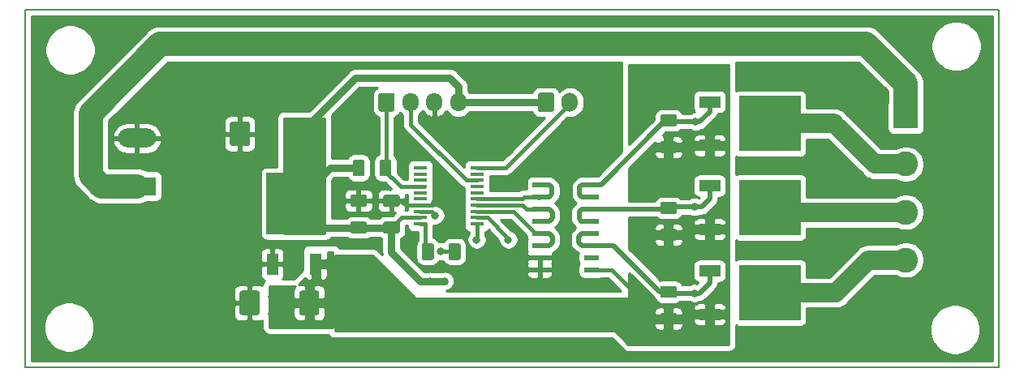
<source format=gbr>
G04 #@! TF.GenerationSoftware,KiCad,Pcbnew,(5.1.4-0)*
G04 #@! TF.CreationDate,2020-01-15T23:19:41+03:00*
G04 #@! TF.ProjectId,stl,73746c2e-6b69-4636-9164-5f7063625858,rev?*
G04 #@! TF.SameCoordinates,Original*
G04 #@! TF.FileFunction,Copper,L1,Top*
G04 #@! TF.FilePolarity,Positive*
%FSLAX46Y46*%
G04 Gerber Fmt 4.6, Leading zero omitted, Abs format (unit mm)*
G04 Created by KiCad (PCBNEW (5.1.4-0)) date 2020-01-15 23:19:41*
%MOMM*%
%LPD*%
G04 APERTURE LIST*
G04 #@! TA.AperFunction,NonConductor*
%ADD10C,0.150000*%
G04 #@! TD*
G04 #@! TA.AperFunction,ComponentPad*
%ADD11R,2.600000X2.600000*%
G04 #@! TD*
G04 #@! TA.AperFunction,ComponentPad*
%ADD12C,2.600000*%
G04 #@! TD*
G04 #@! TA.AperFunction,Conductor*
%ADD13C,0.100000*%
G04 #@! TD*
G04 #@! TA.AperFunction,SMDPad,CuDef*
%ADD14C,1.250000*%
G04 #@! TD*
G04 #@! TA.AperFunction,SMDPad,CuDef*
%ADD15R,2.200000X1.200000*%
G04 #@! TD*
G04 #@! TA.AperFunction,SMDPad,CuDef*
%ADD16R,6.400000X5.800000*%
G04 #@! TD*
G04 #@! TA.AperFunction,SMDPad,CuDef*
%ADD17C,2.075000*%
G04 #@! TD*
G04 #@! TA.AperFunction,ComponentPad*
%ADD18C,1.700000*%
G04 #@! TD*
G04 #@! TA.AperFunction,ComponentPad*
%ADD19O,1.700000X2.000000*%
G04 #@! TD*
G04 #@! TA.AperFunction,ComponentPad*
%ADD20O,1.700000X1.950000*%
G04 #@! TD*
G04 #@! TA.AperFunction,SMDPad,CuDef*
%ADD21R,1.500000X0.600000*%
G04 #@! TD*
G04 #@! TA.AperFunction,SMDPad,CuDef*
%ADD22R,1.450000X0.450000*%
G04 #@! TD*
G04 #@! TA.AperFunction,SMDPad,CuDef*
%ADD23R,1.200000X2.200000*%
G04 #@! TD*
G04 #@! TA.AperFunction,SMDPad,CuDef*
%ADD24R,5.800000X6.400000*%
G04 #@! TD*
G04 #@! TA.AperFunction,ComponentPad*
%ADD25R,3.960000X1.980000*%
G04 #@! TD*
G04 #@! TA.AperFunction,ComponentPad*
%ADD26O,3.960000X1.980000*%
G04 #@! TD*
G04 #@! TA.AperFunction,ViaPad*
%ADD27C,0.800000*%
G04 #@! TD*
G04 #@! TA.AperFunction,Conductor*
%ADD28C,0.457200*%
G04 #@! TD*
G04 #@! TA.AperFunction,Conductor*
%ADD29C,2.000000*%
G04 #@! TD*
G04 #@! TA.AperFunction,Conductor*
%ADD30C,0.431800*%
G04 #@! TD*
G04 #@! TA.AperFunction,Conductor*
%ADD31C,0.381000*%
G04 #@! TD*
G04 #@! TA.AperFunction,Conductor*
%ADD32C,2.032000*%
G04 #@! TD*
G04 #@! TA.AperFunction,Conductor*
%ADD33C,0.508000*%
G04 #@! TD*
G04 #@! TA.AperFunction,Conductor*
%ADD34C,0.762000*%
G04 #@! TD*
G04 #@! TA.AperFunction,Conductor*
%ADD35C,0.500000*%
G04 #@! TD*
G04 #@! TA.AperFunction,Conductor*
%ADD36C,2.540000*%
G04 #@! TD*
G04 #@! TA.AperFunction,Conductor*
%ADD37C,0.254000*%
G04 #@! TD*
G04 APERTURE END LIST*
D10*
X275590000Y-50927000D02*
X173990000Y-50927000D01*
X173990000Y-13589000D02*
X173990000Y-50927000D01*
X275590000Y-13589000D02*
X173990000Y-13589000D01*
X275590000Y-13589000D02*
X275590000Y-50927000D01*
D11*
G04 #@! TO.P,J1,1*
G04 #@! TO.N,+BATT*
X265887200Y-24714200D03*
D12*
G04 #@! TO.P,J1,2*
G04 #@! TO.N,lamp2_out*
X265887200Y-29714200D03*
G04 #@! TO.P,J1,3*
G04 #@! TO.N,lamp3_out*
X265887200Y-34714200D03*
G04 #@! TO.P,J1,4*
G04 #@! TO.N,lamp4_out*
X265887200Y-39714200D03*
G04 #@! TD*
D13*
G04 #@! TO.N,Net-(D2-Pad1)*
G04 #@! TO.C,D2*
G36*
X219209504Y-37976204D02*
G01*
X219233773Y-37979804D01*
X219257571Y-37985765D01*
X219280671Y-37994030D01*
X219302849Y-38004520D01*
X219323893Y-38017133D01*
X219343598Y-38031747D01*
X219361777Y-38048223D01*
X219378253Y-38066402D01*
X219392867Y-38086107D01*
X219405480Y-38107151D01*
X219415970Y-38129329D01*
X219424235Y-38152429D01*
X219430196Y-38176227D01*
X219433796Y-38200496D01*
X219435000Y-38225000D01*
X219435000Y-39475000D01*
X219433796Y-39499504D01*
X219430196Y-39523773D01*
X219424235Y-39547571D01*
X219415970Y-39570671D01*
X219405480Y-39592849D01*
X219392867Y-39613893D01*
X219378253Y-39633598D01*
X219361777Y-39651777D01*
X219343598Y-39668253D01*
X219323893Y-39682867D01*
X219302849Y-39695480D01*
X219280671Y-39705970D01*
X219257571Y-39714235D01*
X219233773Y-39720196D01*
X219209504Y-39723796D01*
X219185000Y-39725000D01*
X218435000Y-39725000D01*
X218410496Y-39723796D01*
X218386227Y-39720196D01*
X218362429Y-39714235D01*
X218339329Y-39705970D01*
X218317151Y-39695480D01*
X218296107Y-39682867D01*
X218276402Y-39668253D01*
X218258223Y-39651777D01*
X218241747Y-39633598D01*
X218227133Y-39613893D01*
X218214520Y-39592849D01*
X218204030Y-39570671D01*
X218195765Y-39547571D01*
X218189804Y-39523773D01*
X218186204Y-39499504D01*
X218185000Y-39475000D01*
X218185000Y-38225000D01*
X218186204Y-38200496D01*
X218189804Y-38176227D01*
X218195765Y-38152429D01*
X218204030Y-38129329D01*
X218214520Y-38107151D01*
X218227133Y-38086107D01*
X218241747Y-38066402D01*
X218258223Y-38048223D01*
X218276402Y-38031747D01*
X218296107Y-38017133D01*
X218317151Y-38004520D01*
X218339329Y-37994030D01*
X218362429Y-37985765D01*
X218386227Y-37979804D01*
X218410496Y-37976204D01*
X218435000Y-37975000D01*
X219185000Y-37975000D01*
X219209504Y-37976204D01*
X219209504Y-37976204D01*
G37*
D14*
G04 #@! TD*
G04 #@! TO.P,D2,1*
G04 #@! TO.N,Net-(D2-Pad1)*
X218810000Y-38850000D03*
D13*
G04 #@! TO.N,Net-(D2-Pad2)*
G04 #@! TO.C,D2*
G36*
X216409504Y-37976204D02*
G01*
X216433773Y-37979804D01*
X216457571Y-37985765D01*
X216480671Y-37994030D01*
X216502849Y-38004520D01*
X216523893Y-38017133D01*
X216543598Y-38031747D01*
X216561777Y-38048223D01*
X216578253Y-38066402D01*
X216592867Y-38086107D01*
X216605480Y-38107151D01*
X216615970Y-38129329D01*
X216624235Y-38152429D01*
X216630196Y-38176227D01*
X216633796Y-38200496D01*
X216635000Y-38225000D01*
X216635000Y-39475000D01*
X216633796Y-39499504D01*
X216630196Y-39523773D01*
X216624235Y-39547571D01*
X216615970Y-39570671D01*
X216605480Y-39592849D01*
X216592867Y-39613893D01*
X216578253Y-39633598D01*
X216561777Y-39651777D01*
X216543598Y-39668253D01*
X216523893Y-39682867D01*
X216502849Y-39695480D01*
X216480671Y-39705970D01*
X216457571Y-39714235D01*
X216433773Y-39720196D01*
X216409504Y-39723796D01*
X216385000Y-39725000D01*
X215635000Y-39725000D01*
X215610496Y-39723796D01*
X215586227Y-39720196D01*
X215562429Y-39714235D01*
X215539329Y-39705970D01*
X215517151Y-39695480D01*
X215496107Y-39682867D01*
X215476402Y-39668253D01*
X215458223Y-39651777D01*
X215441747Y-39633598D01*
X215427133Y-39613893D01*
X215414520Y-39592849D01*
X215404030Y-39570671D01*
X215395765Y-39547571D01*
X215389804Y-39523773D01*
X215386204Y-39499504D01*
X215385000Y-39475000D01*
X215385000Y-38225000D01*
X215386204Y-38200496D01*
X215389804Y-38176227D01*
X215395765Y-38152429D01*
X215404030Y-38129329D01*
X215414520Y-38107151D01*
X215427133Y-38086107D01*
X215441747Y-38066402D01*
X215458223Y-38048223D01*
X215476402Y-38031747D01*
X215496107Y-38017133D01*
X215517151Y-38004520D01*
X215539329Y-37994030D01*
X215562429Y-37985765D01*
X215586227Y-37979804D01*
X215610496Y-37976204D01*
X215635000Y-37975000D01*
X216385000Y-37975000D01*
X216409504Y-37976204D01*
X216409504Y-37976204D01*
G37*
D14*
G04 #@! TD*
G04 #@! TO.P,D2,2*
G04 #@! TO.N,Net-(D2-Pad2)*
X216010000Y-38850000D03*
D15*
G04 #@! TO.P,Q6,1*
G04 #@! TO.N,lamp2_ctrl*
X245431200Y-23196200D03*
G04 #@! TO.P,Q6,3*
G04 #@! TO.N,+12V*
X245431200Y-27756200D03*
D16*
G04 #@! TO.P,Q6,2*
G04 #@! TO.N,lamp2_out*
X251731200Y-25476200D03*
G04 #@! TD*
G04 #@! TO.P,Q8,2*
G04 #@! TO.N,lamp4_out*
X251731200Y-43129200D03*
D15*
G04 #@! TO.P,Q8,3*
G04 #@! TO.N,+12V*
X245431200Y-45409200D03*
G04 #@! TO.P,Q8,1*
G04 #@! TO.N,lamp4_ctrl*
X245431200Y-40849200D03*
G04 #@! TD*
D16*
G04 #@! TO.P,Q3,2*
G04 #@! TO.N,lamp3_out*
X251731200Y-34239200D03*
D15*
G04 #@! TO.P,Q3,3*
G04 #@! TO.N,+12V*
X245431200Y-36519200D03*
G04 #@! TO.P,Q3,1*
G04 #@! TO.N,lamp3_ctrl*
X245431200Y-31959200D03*
G04 #@! TD*
D13*
G04 #@! TO.N,+3V3*
G04 #@! TO.C,C2*
G36*
X212866504Y-35701204D02*
G01*
X212890773Y-35704804D01*
X212914571Y-35710765D01*
X212937671Y-35719030D01*
X212959849Y-35729520D01*
X212980893Y-35742133D01*
X213000598Y-35756747D01*
X213018777Y-35773223D01*
X213035253Y-35791402D01*
X213049867Y-35811107D01*
X213062480Y-35832151D01*
X213072970Y-35854329D01*
X213081235Y-35877429D01*
X213087196Y-35901227D01*
X213090796Y-35925496D01*
X213092000Y-35950000D01*
X213092000Y-36700000D01*
X213090796Y-36724504D01*
X213087196Y-36748773D01*
X213081235Y-36772571D01*
X213072970Y-36795671D01*
X213062480Y-36817849D01*
X213049867Y-36838893D01*
X213035253Y-36858598D01*
X213018777Y-36876777D01*
X213000598Y-36893253D01*
X212980893Y-36907867D01*
X212959849Y-36920480D01*
X212937671Y-36930970D01*
X212914571Y-36939235D01*
X212890773Y-36945196D01*
X212866504Y-36948796D01*
X212842000Y-36950000D01*
X211592000Y-36950000D01*
X211567496Y-36948796D01*
X211543227Y-36945196D01*
X211519429Y-36939235D01*
X211496329Y-36930970D01*
X211474151Y-36920480D01*
X211453107Y-36907867D01*
X211433402Y-36893253D01*
X211415223Y-36876777D01*
X211398747Y-36858598D01*
X211384133Y-36838893D01*
X211371520Y-36817849D01*
X211361030Y-36795671D01*
X211352765Y-36772571D01*
X211346804Y-36748773D01*
X211343204Y-36724504D01*
X211342000Y-36700000D01*
X211342000Y-35950000D01*
X211343204Y-35925496D01*
X211346804Y-35901227D01*
X211352765Y-35877429D01*
X211361030Y-35854329D01*
X211371520Y-35832151D01*
X211384133Y-35811107D01*
X211398747Y-35791402D01*
X211415223Y-35773223D01*
X211433402Y-35756747D01*
X211453107Y-35742133D01*
X211474151Y-35729520D01*
X211496329Y-35719030D01*
X211519429Y-35710765D01*
X211543227Y-35704804D01*
X211567496Y-35701204D01*
X211592000Y-35700000D01*
X212842000Y-35700000D01*
X212866504Y-35701204D01*
X212866504Y-35701204D01*
G37*
D14*
G04 #@! TD*
G04 #@! TO.P,C2,2*
G04 #@! TO.N,+3V3*
X212217000Y-36325000D03*
D13*
G04 #@! TO.N,GND*
G04 #@! TO.C,C2*
G36*
X212866504Y-32901204D02*
G01*
X212890773Y-32904804D01*
X212914571Y-32910765D01*
X212937671Y-32919030D01*
X212959849Y-32929520D01*
X212980893Y-32942133D01*
X213000598Y-32956747D01*
X213018777Y-32973223D01*
X213035253Y-32991402D01*
X213049867Y-33011107D01*
X213062480Y-33032151D01*
X213072970Y-33054329D01*
X213081235Y-33077429D01*
X213087196Y-33101227D01*
X213090796Y-33125496D01*
X213092000Y-33150000D01*
X213092000Y-33900000D01*
X213090796Y-33924504D01*
X213087196Y-33948773D01*
X213081235Y-33972571D01*
X213072970Y-33995671D01*
X213062480Y-34017849D01*
X213049867Y-34038893D01*
X213035253Y-34058598D01*
X213018777Y-34076777D01*
X213000598Y-34093253D01*
X212980893Y-34107867D01*
X212959849Y-34120480D01*
X212937671Y-34130970D01*
X212914571Y-34139235D01*
X212890773Y-34145196D01*
X212866504Y-34148796D01*
X212842000Y-34150000D01*
X211592000Y-34150000D01*
X211567496Y-34148796D01*
X211543227Y-34145196D01*
X211519429Y-34139235D01*
X211496329Y-34130970D01*
X211474151Y-34120480D01*
X211453107Y-34107867D01*
X211433402Y-34093253D01*
X211415223Y-34076777D01*
X211398747Y-34058598D01*
X211384133Y-34038893D01*
X211371520Y-34017849D01*
X211361030Y-33995671D01*
X211352765Y-33972571D01*
X211346804Y-33948773D01*
X211343204Y-33924504D01*
X211342000Y-33900000D01*
X211342000Y-33150000D01*
X211343204Y-33125496D01*
X211346804Y-33101227D01*
X211352765Y-33077429D01*
X211361030Y-33054329D01*
X211371520Y-33032151D01*
X211384133Y-33011107D01*
X211398747Y-32991402D01*
X211415223Y-32973223D01*
X211433402Y-32956747D01*
X211453107Y-32942133D01*
X211474151Y-32929520D01*
X211496329Y-32919030D01*
X211519429Y-32910765D01*
X211543227Y-32904804D01*
X211567496Y-32901204D01*
X211592000Y-32900000D01*
X212842000Y-32900000D01*
X212866504Y-32901204D01*
X212866504Y-32901204D01*
G37*
D14*
G04 #@! TD*
G04 #@! TO.P,C2,1*
G04 #@! TO.N,GND*
X212217000Y-33525000D03*
D13*
G04 #@! TO.N,GND*
G04 #@! TO.C,C3*
G36*
X209437504Y-32901204D02*
G01*
X209461773Y-32904804D01*
X209485571Y-32910765D01*
X209508671Y-32919030D01*
X209530849Y-32929520D01*
X209551893Y-32942133D01*
X209571598Y-32956747D01*
X209589777Y-32973223D01*
X209606253Y-32991402D01*
X209620867Y-33011107D01*
X209633480Y-33032151D01*
X209643970Y-33054329D01*
X209652235Y-33077429D01*
X209658196Y-33101227D01*
X209661796Y-33125496D01*
X209663000Y-33150000D01*
X209663000Y-33900000D01*
X209661796Y-33924504D01*
X209658196Y-33948773D01*
X209652235Y-33972571D01*
X209643970Y-33995671D01*
X209633480Y-34017849D01*
X209620867Y-34038893D01*
X209606253Y-34058598D01*
X209589777Y-34076777D01*
X209571598Y-34093253D01*
X209551893Y-34107867D01*
X209530849Y-34120480D01*
X209508671Y-34130970D01*
X209485571Y-34139235D01*
X209461773Y-34145196D01*
X209437504Y-34148796D01*
X209413000Y-34150000D01*
X208163000Y-34150000D01*
X208138496Y-34148796D01*
X208114227Y-34145196D01*
X208090429Y-34139235D01*
X208067329Y-34130970D01*
X208045151Y-34120480D01*
X208024107Y-34107867D01*
X208004402Y-34093253D01*
X207986223Y-34076777D01*
X207969747Y-34058598D01*
X207955133Y-34038893D01*
X207942520Y-34017849D01*
X207932030Y-33995671D01*
X207923765Y-33972571D01*
X207917804Y-33948773D01*
X207914204Y-33924504D01*
X207913000Y-33900000D01*
X207913000Y-33150000D01*
X207914204Y-33125496D01*
X207917804Y-33101227D01*
X207923765Y-33077429D01*
X207932030Y-33054329D01*
X207942520Y-33032151D01*
X207955133Y-33011107D01*
X207969747Y-32991402D01*
X207986223Y-32973223D01*
X208004402Y-32956747D01*
X208024107Y-32942133D01*
X208045151Y-32929520D01*
X208067329Y-32919030D01*
X208090429Y-32910765D01*
X208114227Y-32904804D01*
X208138496Y-32901204D01*
X208163000Y-32900000D01*
X209413000Y-32900000D01*
X209437504Y-32901204D01*
X209437504Y-32901204D01*
G37*
D14*
G04 #@! TD*
G04 #@! TO.P,C3,1*
G04 #@! TO.N,GND*
X208788000Y-33525000D03*
D13*
G04 #@! TO.N,+3V3*
G04 #@! TO.C,C3*
G36*
X209437504Y-35701204D02*
G01*
X209461773Y-35704804D01*
X209485571Y-35710765D01*
X209508671Y-35719030D01*
X209530849Y-35729520D01*
X209551893Y-35742133D01*
X209571598Y-35756747D01*
X209589777Y-35773223D01*
X209606253Y-35791402D01*
X209620867Y-35811107D01*
X209633480Y-35832151D01*
X209643970Y-35854329D01*
X209652235Y-35877429D01*
X209658196Y-35901227D01*
X209661796Y-35925496D01*
X209663000Y-35950000D01*
X209663000Y-36700000D01*
X209661796Y-36724504D01*
X209658196Y-36748773D01*
X209652235Y-36772571D01*
X209643970Y-36795671D01*
X209633480Y-36817849D01*
X209620867Y-36838893D01*
X209606253Y-36858598D01*
X209589777Y-36876777D01*
X209571598Y-36893253D01*
X209551893Y-36907867D01*
X209530849Y-36920480D01*
X209508671Y-36930970D01*
X209485571Y-36939235D01*
X209461773Y-36945196D01*
X209437504Y-36948796D01*
X209413000Y-36950000D01*
X208163000Y-36950000D01*
X208138496Y-36948796D01*
X208114227Y-36945196D01*
X208090429Y-36939235D01*
X208067329Y-36930970D01*
X208045151Y-36920480D01*
X208024107Y-36907867D01*
X208004402Y-36893253D01*
X207986223Y-36876777D01*
X207969747Y-36858598D01*
X207955133Y-36838893D01*
X207942520Y-36817849D01*
X207932030Y-36795671D01*
X207923765Y-36772571D01*
X207917804Y-36748773D01*
X207914204Y-36724504D01*
X207913000Y-36700000D01*
X207913000Y-35950000D01*
X207914204Y-35925496D01*
X207917804Y-35901227D01*
X207923765Y-35877429D01*
X207932030Y-35854329D01*
X207942520Y-35832151D01*
X207955133Y-35811107D01*
X207969747Y-35791402D01*
X207986223Y-35773223D01*
X208004402Y-35756747D01*
X208024107Y-35742133D01*
X208045151Y-35729520D01*
X208067329Y-35719030D01*
X208090429Y-35710765D01*
X208114227Y-35704804D01*
X208138496Y-35701204D01*
X208163000Y-35700000D01*
X209413000Y-35700000D01*
X209437504Y-35701204D01*
X209437504Y-35701204D01*
G37*
D14*
G04 #@! TD*
G04 #@! TO.P,C3,2*
G04 #@! TO.N,+3V3*
X208788000Y-36325000D03*
D13*
G04 #@! TO.N,+12V*
G04 #@! TO.C,C4*
G36*
X204457504Y-42922204D02*
G01*
X204481773Y-42925804D01*
X204505571Y-42931765D01*
X204528671Y-42940030D01*
X204550849Y-42950520D01*
X204571893Y-42963133D01*
X204591598Y-42977747D01*
X204609777Y-42994223D01*
X204626253Y-43012402D01*
X204640867Y-43032107D01*
X204653480Y-43053151D01*
X204663970Y-43075329D01*
X204672235Y-43098429D01*
X204678196Y-43122227D01*
X204681796Y-43146496D01*
X204683000Y-43171000D01*
X204683000Y-45221000D01*
X204681796Y-45245504D01*
X204678196Y-45269773D01*
X204672235Y-45293571D01*
X204663970Y-45316671D01*
X204653480Y-45338849D01*
X204640867Y-45359893D01*
X204626253Y-45379598D01*
X204609777Y-45397777D01*
X204591598Y-45414253D01*
X204571893Y-45428867D01*
X204550849Y-45441480D01*
X204528671Y-45451970D01*
X204505571Y-45460235D01*
X204481773Y-45466196D01*
X204457504Y-45469796D01*
X204433000Y-45471000D01*
X202858000Y-45471000D01*
X202833496Y-45469796D01*
X202809227Y-45466196D01*
X202785429Y-45460235D01*
X202762329Y-45451970D01*
X202740151Y-45441480D01*
X202719107Y-45428867D01*
X202699402Y-45414253D01*
X202681223Y-45397777D01*
X202664747Y-45379598D01*
X202650133Y-45359893D01*
X202637520Y-45338849D01*
X202627030Y-45316671D01*
X202618765Y-45293571D01*
X202612804Y-45269773D01*
X202609204Y-45245504D01*
X202608000Y-45221000D01*
X202608000Y-43171000D01*
X202609204Y-43146496D01*
X202612804Y-43122227D01*
X202618765Y-43098429D01*
X202627030Y-43075329D01*
X202637520Y-43053151D01*
X202650133Y-43032107D01*
X202664747Y-43012402D01*
X202681223Y-42994223D01*
X202699402Y-42977747D01*
X202719107Y-42963133D01*
X202740151Y-42950520D01*
X202762329Y-42940030D01*
X202785429Y-42931765D01*
X202809227Y-42925804D01*
X202833496Y-42922204D01*
X202858000Y-42921000D01*
X204433000Y-42921000D01*
X204457504Y-42922204D01*
X204457504Y-42922204D01*
G37*
D17*
G04 #@! TD*
G04 #@! TO.P,C4,1*
G04 #@! TO.N,+12V*
X203645500Y-44196000D03*
D13*
G04 #@! TO.N,GND*
G04 #@! TO.C,C4*
G36*
X198232504Y-42922204D02*
G01*
X198256773Y-42925804D01*
X198280571Y-42931765D01*
X198303671Y-42940030D01*
X198325849Y-42950520D01*
X198346893Y-42963133D01*
X198366598Y-42977747D01*
X198384777Y-42994223D01*
X198401253Y-43012402D01*
X198415867Y-43032107D01*
X198428480Y-43053151D01*
X198438970Y-43075329D01*
X198447235Y-43098429D01*
X198453196Y-43122227D01*
X198456796Y-43146496D01*
X198458000Y-43171000D01*
X198458000Y-45221000D01*
X198456796Y-45245504D01*
X198453196Y-45269773D01*
X198447235Y-45293571D01*
X198438970Y-45316671D01*
X198428480Y-45338849D01*
X198415867Y-45359893D01*
X198401253Y-45379598D01*
X198384777Y-45397777D01*
X198366598Y-45414253D01*
X198346893Y-45428867D01*
X198325849Y-45441480D01*
X198303671Y-45451970D01*
X198280571Y-45460235D01*
X198256773Y-45466196D01*
X198232504Y-45469796D01*
X198208000Y-45471000D01*
X196633000Y-45471000D01*
X196608496Y-45469796D01*
X196584227Y-45466196D01*
X196560429Y-45460235D01*
X196537329Y-45451970D01*
X196515151Y-45441480D01*
X196494107Y-45428867D01*
X196474402Y-45414253D01*
X196456223Y-45397777D01*
X196439747Y-45379598D01*
X196425133Y-45359893D01*
X196412520Y-45338849D01*
X196402030Y-45316671D01*
X196393765Y-45293571D01*
X196387804Y-45269773D01*
X196384204Y-45245504D01*
X196383000Y-45221000D01*
X196383000Y-43171000D01*
X196384204Y-43146496D01*
X196387804Y-43122227D01*
X196393765Y-43098429D01*
X196402030Y-43075329D01*
X196412520Y-43053151D01*
X196425133Y-43032107D01*
X196439747Y-43012402D01*
X196456223Y-42994223D01*
X196474402Y-42977747D01*
X196494107Y-42963133D01*
X196515151Y-42950520D01*
X196537329Y-42940030D01*
X196560429Y-42931765D01*
X196584227Y-42925804D01*
X196608496Y-42922204D01*
X196633000Y-42921000D01*
X198208000Y-42921000D01*
X198232504Y-42922204D01*
X198232504Y-42922204D01*
G37*
D17*
G04 #@! TD*
G04 #@! TO.P,C4,2*
G04 #@! TO.N,GND*
X197420500Y-44196000D03*
D13*
G04 #@! TO.N,GND*
G04 #@! TO.C,C5*
G36*
X197216504Y-25269204D02*
G01*
X197240773Y-25272804D01*
X197264571Y-25278765D01*
X197287671Y-25287030D01*
X197309849Y-25297520D01*
X197330893Y-25310133D01*
X197350598Y-25324747D01*
X197368777Y-25341223D01*
X197385253Y-25359402D01*
X197399867Y-25379107D01*
X197412480Y-25400151D01*
X197422970Y-25422329D01*
X197431235Y-25445429D01*
X197437196Y-25469227D01*
X197440796Y-25493496D01*
X197442000Y-25518000D01*
X197442000Y-27568000D01*
X197440796Y-27592504D01*
X197437196Y-27616773D01*
X197431235Y-27640571D01*
X197422970Y-27663671D01*
X197412480Y-27685849D01*
X197399867Y-27706893D01*
X197385253Y-27726598D01*
X197368777Y-27744777D01*
X197350598Y-27761253D01*
X197330893Y-27775867D01*
X197309849Y-27788480D01*
X197287671Y-27798970D01*
X197264571Y-27807235D01*
X197240773Y-27813196D01*
X197216504Y-27816796D01*
X197192000Y-27818000D01*
X195617000Y-27818000D01*
X195592496Y-27816796D01*
X195568227Y-27813196D01*
X195544429Y-27807235D01*
X195521329Y-27798970D01*
X195499151Y-27788480D01*
X195478107Y-27775867D01*
X195458402Y-27761253D01*
X195440223Y-27744777D01*
X195423747Y-27726598D01*
X195409133Y-27706893D01*
X195396520Y-27685849D01*
X195386030Y-27663671D01*
X195377765Y-27640571D01*
X195371804Y-27616773D01*
X195368204Y-27592504D01*
X195367000Y-27568000D01*
X195367000Y-25518000D01*
X195368204Y-25493496D01*
X195371804Y-25469227D01*
X195377765Y-25445429D01*
X195386030Y-25422329D01*
X195396520Y-25400151D01*
X195409133Y-25379107D01*
X195423747Y-25359402D01*
X195440223Y-25341223D01*
X195458402Y-25324747D01*
X195478107Y-25310133D01*
X195499151Y-25297520D01*
X195521329Y-25287030D01*
X195544429Y-25278765D01*
X195568227Y-25272804D01*
X195592496Y-25269204D01*
X195617000Y-25268000D01*
X197192000Y-25268000D01*
X197216504Y-25269204D01*
X197216504Y-25269204D01*
G37*
D17*
G04 #@! TD*
G04 #@! TO.P,C5,2*
G04 #@! TO.N,GND*
X196404500Y-26543000D03*
D13*
G04 #@! TO.N,+3V3*
G04 #@! TO.C,C5*
G36*
X203441504Y-25269204D02*
G01*
X203465773Y-25272804D01*
X203489571Y-25278765D01*
X203512671Y-25287030D01*
X203534849Y-25297520D01*
X203555893Y-25310133D01*
X203575598Y-25324747D01*
X203593777Y-25341223D01*
X203610253Y-25359402D01*
X203624867Y-25379107D01*
X203637480Y-25400151D01*
X203647970Y-25422329D01*
X203656235Y-25445429D01*
X203662196Y-25469227D01*
X203665796Y-25493496D01*
X203667000Y-25518000D01*
X203667000Y-27568000D01*
X203665796Y-27592504D01*
X203662196Y-27616773D01*
X203656235Y-27640571D01*
X203647970Y-27663671D01*
X203637480Y-27685849D01*
X203624867Y-27706893D01*
X203610253Y-27726598D01*
X203593777Y-27744777D01*
X203575598Y-27761253D01*
X203555893Y-27775867D01*
X203534849Y-27788480D01*
X203512671Y-27798970D01*
X203489571Y-27807235D01*
X203465773Y-27813196D01*
X203441504Y-27816796D01*
X203417000Y-27818000D01*
X201842000Y-27818000D01*
X201817496Y-27816796D01*
X201793227Y-27813196D01*
X201769429Y-27807235D01*
X201746329Y-27798970D01*
X201724151Y-27788480D01*
X201703107Y-27775867D01*
X201683402Y-27761253D01*
X201665223Y-27744777D01*
X201648747Y-27726598D01*
X201634133Y-27706893D01*
X201621520Y-27685849D01*
X201611030Y-27663671D01*
X201602765Y-27640571D01*
X201596804Y-27616773D01*
X201593204Y-27592504D01*
X201592000Y-27568000D01*
X201592000Y-25518000D01*
X201593204Y-25493496D01*
X201596804Y-25469227D01*
X201602765Y-25445429D01*
X201611030Y-25422329D01*
X201621520Y-25400151D01*
X201634133Y-25379107D01*
X201648747Y-25359402D01*
X201665223Y-25341223D01*
X201683402Y-25324747D01*
X201703107Y-25310133D01*
X201724151Y-25297520D01*
X201746329Y-25287030D01*
X201769429Y-25278765D01*
X201793227Y-25272804D01*
X201817496Y-25269204D01*
X201842000Y-25268000D01*
X203417000Y-25268000D01*
X203441504Y-25269204D01*
X203441504Y-25269204D01*
G37*
D17*
G04 #@! TD*
G04 #@! TO.P,C5,1*
G04 #@! TO.N,+3V3*
X202629500Y-26543000D03*
D13*
G04 #@! TO.N,+3V3*
G04 #@! TO.C,LEARN1*
G36*
X228970504Y-22242204D02*
G01*
X228994773Y-22245804D01*
X229018571Y-22251765D01*
X229041671Y-22260030D01*
X229063849Y-22270520D01*
X229084893Y-22283133D01*
X229104598Y-22297747D01*
X229122777Y-22314223D01*
X229139253Y-22332402D01*
X229153867Y-22352107D01*
X229166480Y-22373151D01*
X229176970Y-22395329D01*
X229185235Y-22418429D01*
X229191196Y-22442227D01*
X229194796Y-22466496D01*
X229196000Y-22491000D01*
X229196000Y-23991000D01*
X229194796Y-24015504D01*
X229191196Y-24039773D01*
X229185235Y-24063571D01*
X229176970Y-24086671D01*
X229166480Y-24108849D01*
X229153867Y-24129893D01*
X229139253Y-24149598D01*
X229122777Y-24167777D01*
X229104598Y-24184253D01*
X229084893Y-24198867D01*
X229063849Y-24211480D01*
X229041671Y-24221970D01*
X229018571Y-24230235D01*
X228994773Y-24236196D01*
X228970504Y-24239796D01*
X228946000Y-24241000D01*
X227746000Y-24241000D01*
X227721496Y-24239796D01*
X227697227Y-24236196D01*
X227673429Y-24230235D01*
X227650329Y-24221970D01*
X227628151Y-24211480D01*
X227607107Y-24198867D01*
X227587402Y-24184253D01*
X227569223Y-24167777D01*
X227552747Y-24149598D01*
X227538133Y-24129893D01*
X227525520Y-24108849D01*
X227515030Y-24086671D01*
X227506765Y-24063571D01*
X227500804Y-24039773D01*
X227497204Y-24015504D01*
X227496000Y-23991000D01*
X227496000Y-22491000D01*
X227497204Y-22466496D01*
X227500804Y-22442227D01*
X227506765Y-22418429D01*
X227515030Y-22395329D01*
X227525520Y-22373151D01*
X227538133Y-22352107D01*
X227552747Y-22332402D01*
X227569223Y-22314223D01*
X227587402Y-22297747D01*
X227607107Y-22283133D01*
X227628151Y-22270520D01*
X227650329Y-22260030D01*
X227673429Y-22251765D01*
X227697227Y-22245804D01*
X227721496Y-22242204D01*
X227746000Y-22241000D01*
X228946000Y-22241000D01*
X228970504Y-22242204D01*
X228970504Y-22242204D01*
G37*
D18*
G04 #@! TD*
G04 #@! TO.P,LEARN1,1*
G04 #@! TO.N,+3V3*
X228346000Y-23241000D03*
D19*
G04 #@! TO.P,LEARN1,2*
G04 #@! TO.N,LEARN*
X230846000Y-23241000D03*
G04 #@! TD*
D13*
G04 #@! TO.N,NRST*
G04 #@! TO.C,SWIM1*
G36*
X212333504Y-22267204D02*
G01*
X212357773Y-22270804D01*
X212381571Y-22276765D01*
X212404671Y-22285030D01*
X212426849Y-22295520D01*
X212447893Y-22308133D01*
X212467598Y-22322747D01*
X212485777Y-22339223D01*
X212502253Y-22357402D01*
X212516867Y-22377107D01*
X212529480Y-22398151D01*
X212539970Y-22420329D01*
X212548235Y-22443429D01*
X212554196Y-22467227D01*
X212557796Y-22491496D01*
X212559000Y-22516000D01*
X212559000Y-23966000D01*
X212557796Y-23990504D01*
X212554196Y-24014773D01*
X212548235Y-24038571D01*
X212539970Y-24061671D01*
X212529480Y-24083849D01*
X212516867Y-24104893D01*
X212502253Y-24124598D01*
X212485777Y-24142777D01*
X212467598Y-24159253D01*
X212447893Y-24173867D01*
X212426849Y-24186480D01*
X212404671Y-24196970D01*
X212381571Y-24205235D01*
X212357773Y-24211196D01*
X212333504Y-24214796D01*
X212309000Y-24216000D01*
X211109000Y-24216000D01*
X211084496Y-24214796D01*
X211060227Y-24211196D01*
X211036429Y-24205235D01*
X211013329Y-24196970D01*
X210991151Y-24186480D01*
X210970107Y-24173867D01*
X210950402Y-24159253D01*
X210932223Y-24142777D01*
X210915747Y-24124598D01*
X210901133Y-24104893D01*
X210888520Y-24083849D01*
X210878030Y-24061671D01*
X210869765Y-24038571D01*
X210863804Y-24014773D01*
X210860204Y-23990504D01*
X210859000Y-23966000D01*
X210859000Y-22516000D01*
X210860204Y-22491496D01*
X210863804Y-22467227D01*
X210869765Y-22443429D01*
X210878030Y-22420329D01*
X210888520Y-22398151D01*
X210901133Y-22377107D01*
X210915747Y-22357402D01*
X210932223Y-22339223D01*
X210950402Y-22322747D01*
X210970107Y-22308133D01*
X210991151Y-22295520D01*
X211013329Y-22285030D01*
X211036429Y-22276765D01*
X211060227Y-22270804D01*
X211084496Y-22267204D01*
X211109000Y-22266000D01*
X212309000Y-22266000D01*
X212333504Y-22267204D01*
X212333504Y-22267204D01*
G37*
D18*
G04 #@! TD*
G04 #@! TO.P,SWIM1,1*
G04 #@! TO.N,NRST*
X211709000Y-23241000D03*
D20*
G04 #@! TO.P,SWIM1,2*
G04 #@! TO.N,SWIM*
X214209000Y-23241000D03*
G04 #@! TO.P,SWIM1,3*
G04 #@! TO.N,GND*
X216709000Y-23241000D03*
G04 #@! TO.P,SWIM1,4*
G04 #@! TO.N,+3V3*
X219209000Y-23241000D03*
G04 #@! TD*
D21*
G04 #@! TO.P,U3,1*
G04 #@! TO.N,L4_STM_OUT*
X227678000Y-31851600D03*
G04 #@! TO.P,U3,2*
X227678000Y-33121600D03*
G04 #@! TO.P,U3,3*
G04 #@! TO.N,L3_STM_OUT*
X227678000Y-34391600D03*
G04 #@! TO.P,U3,4*
X227678000Y-35661600D03*
G04 #@! TO.P,U3,5*
G04 #@! TO.N,L2_STM_OUT*
X227678000Y-36931600D03*
G04 #@! TO.P,U3,6*
X227678000Y-38201600D03*
G04 #@! TO.P,U3,7*
G04 #@! TO.N,GND*
X227678000Y-39471600D03*
G04 #@! TO.P,U3,8*
X227678000Y-40741600D03*
G04 #@! TO.P,U3,9*
G04 #@! TO.N,+12V*
X233078000Y-40741600D03*
G04 #@! TO.P,U3,10*
G04 #@! TO.N,Net-(U3-Pad10)*
X233078000Y-39471600D03*
G04 #@! TO.P,U3,11*
G04 #@! TO.N,lamp4_ctrl*
X233078000Y-38201600D03*
G04 #@! TO.P,U3,12*
X233078000Y-36931600D03*
G04 #@! TO.P,U3,13*
G04 #@! TO.N,lamp3_ctrl*
X233078000Y-35661600D03*
G04 #@! TO.P,U3,14*
X233078000Y-34391600D03*
G04 #@! TO.P,U3,15*
G04 #@! TO.N,lamp2_ctrl*
X233078000Y-33121600D03*
G04 #@! TO.P,U3,16*
X233078000Y-31851600D03*
G04 #@! TD*
D22*
G04 #@! TO.P,U1,1*
G04 #@! TO.N,Net-(U1-Pad1)*
X215236000Y-30095000D03*
G04 #@! TO.P,U1,2*
G04 #@! TO.N,Net-(U1-Pad2)*
X215236000Y-30745000D03*
G04 #@! TO.P,U1,3*
G04 #@! TO.N,Net-(U1-Pad3)*
X215236000Y-31395000D03*
G04 #@! TO.P,U1,4*
G04 #@! TO.N,NRST*
X215236000Y-32045000D03*
G04 #@! TO.P,U1,5*
G04 #@! TO.N,Net-(U1-Pad5)*
X215236000Y-32695000D03*
G04 #@! TO.P,U1,6*
G04 #@! TO.N,Net-(U1-Pad6)*
X215236000Y-33345000D03*
G04 #@! TO.P,U1,7*
G04 #@! TO.N,GND*
X215236000Y-33995000D03*
G04 #@! TO.P,U1,8*
G04 #@! TO.N,Net-(C1-Pad2)*
X215236000Y-34645000D03*
G04 #@! TO.P,U1,9*
G04 #@! TO.N,+3V3*
X215236000Y-35295000D03*
G04 #@! TO.P,U1,10*
G04 #@! TO.N,Net-(D2-Pad2)*
X215236000Y-35945000D03*
G04 #@! TO.P,U1,11*
G04 #@! TO.N,CNT2*
X221136000Y-35945000D03*
G04 #@! TO.P,U1,12*
G04 #@! TO.N,CNT1*
X221136000Y-35295000D03*
G04 #@! TO.P,U1,13*
G04 #@! TO.N,L2_STM_OUT*
X221136000Y-34645000D03*
G04 #@! TO.P,U1,14*
G04 #@! TO.N,L3_STM_OUT*
X221136000Y-33995000D03*
G04 #@! TO.P,U1,15*
G04 #@! TO.N,L4_STM_OUT*
X221136000Y-33345000D03*
G04 #@! TO.P,U1,16*
G04 #@! TO.N,Net-(U1-Pad16)*
X221136000Y-32695000D03*
G04 #@! TO.P,U1,17*
G04 #@! TO.N,Net-(U1-Pad17)*
X221136000Y-32045000D03*
G04 #@! TO.P,U1,18*
G04 #@! TO.N,SWIM*
X221136000Y-31395000D03*
G04 #@! TO.P,U1,19*
G04 #@! TO.N,Net-(U1-Pad19)*
X221136000Y-30745000D03*
G04 #@! TO.P,U1,20*
G04 #@! TO.N,LEARN*
X221136000Y-30095000D03*
G04 #@! TD*
D23*
G04 #@! TO.P,U2,1*
G04 #@! TO.N,GND*
X199777000Y-40141000D03*
G04 #@! TO.P,U2,3*
G04 #@! TO.N,+12V*
X204337000Y-40141000D03*
D24*
G04 #@! TO.P,U2,2*
G04 #@! TO.N,+3V3*
X202057000Y-33841000D03*
G04 #@! TD*
D13*
G04 #@! TO.N,lamp4_ctrl*
G04 #@! TO.C,R9*
G36*
X241771704Y-42426204D02*
G01*
X241795973Y-42429804D01*
X241819771Y-42435765D01*
X241842871Y-42444030D01*
X241865049Y-42454520D01*
X241886093Y-42467133D01*
X241905798Y-42481747D01*
X241923977Y-42498223D01*
X241940453Y-42516402D01*
X241955067Y-42536107D01*
X241967680Y-42557151D01*
X241978170Y-42579329D01*
X241986435Y-42602429D01*
X241992396Y-42626227D01*
X241995996Y-42650496D01*
X241997200Y-42675000D01*
X241997200Y-43425000D01*
X241995996Y-43449504D01*
X241992396Y-43473773D01*
X241986435Y-43497571D01*
X241978170Y-43520671D01*
X241967680Y-43542849D01*
X241955067Y-43563893D01*
X241940453Y-43583598D01*
X241923977Y-43601777D01*
X241905798Y-43618253D01*
X241886093Y-43632867D01*
X241865049Y-43645480D01*
X241842871Y-43655970D01*
X241819771Y-43664235D01*
X241795973Y-43670196D01*
X241771704Y-43673796D01*
X241747200Y-43675000D01*
X240497200Y-43675000D01*
X240472696Y-43673796D01*
X240448427Y-43670196D01*
X240424629Y-43664235D01*
X240401529Y-43655970D01*
X240379351Y-43645480D01*
X240358307Y-43632867D01*
X240338602Y-43618253D01*
X240320423Y-43601777D01*
X240303947Y-43583598D01*
X240289333Y-43563893D01*
X240276720Y-43542849D01*
X240266230Y-43520671D01*
X240257965Y-43497571D01*
X240252004Y-43473773D01*
X240248404Y-43449504D01*
X240247200Y-43425000D01*
X240247200Y-42675000D01*
X240248404Y-42650496D01*
X240252004Y-42626227D01*
X240257965Y-42602429D01*
X240266230Y-42579329D01*
X240276720Y-42557151D01*
X240289333Y-42536107D01*
X240303947Y-42516402D01*
X240320423Y-42498223D01*
X240338602Y-42481747D01*
X240358307Y-42467133D01*
X240379351Y-42454520D01*
X240401529Y-42444030D01*
X240424629Y-42435765D01*
X240448427Y-42429804D01*
X240472696Y-42426204D01*
X240497200Y-42425000D01*
X241747200Y-42425000D01*
X241771704Y-42426204D01*
X241771704Y-42426204D01*
G37*
D14*
G04 #@! TD*
G04 #@! TO.P,R9,1*
G04 #@! TO.N,lamp4_ctrl*
X241122200Y-43050000D03*
D13*
G04 #@! TO.N,+12V*
G04 #@! TO.C,R9*
G36*
X241771704Y-45226204D02*
G01*
X241795973Y-45229804D01*
X241819771Y-45235765D01*
X241842871Y-45244030D01*
X241865049Y-45254520D01*
X241886093Y-45267133D01*
X241905798Y-45281747D01*
X241923977Y-45298223D01*
X241940453Y-45316402D01*
X241955067Y-45336107D01*
X241967680Y-45357151D01*
X241978170Y-45379329D01*
X241986435Y-45402429D01*
X241992396Y-45426227D01*
X241995996Y-45450496D01*
X241997200Y-45475000D01*
X241997200Y-46225000D01*
X241995996Y-46249504D01*
X241992396Y-46273773D01*
X241986435Y-46297571D01*
X241978170Y-46320671D01*
X241967680Y-46342849D01*
X241955067Y-46363893D01*
X241940453Y-46383598D01*
X241923977Y-46401777D01*
X241905798Y-46418253D01*
X241886093Y-46432867D01*
X241865049Y-46445480D01*
X241842871Y-46455970D01*
X241819771Y-46464235D01*
X241795973Y-46470196D01*
X241771704Y-46473796D01*
X241747200Y-46475000D01*
X240497200Y-46475000D01*
X240472696Y-46473796D01*
X240448427Y-46470196D01*
X240424629Y-46464235D01*
X240401529Y-46455970D01*
X240379351Y-46445480D01*
X240358307Y-46432867D01*
X240338602Y-46418253D01*
X240320423Y-46401777D01*
X240303947Y-46383598D01*
X240289333Y-46363893D01*
X240276720Y-46342849D01*
X240266230Y-46320671D01*
X240257965Y-46297571D01*
X240252004Y-46273773D01*
X240248404Y-46249504D01*
X240247200Y-46225000D01*
X240247200Y-45475000D01*
X240248404Y-45450496D01*
X240252004Y-45426227D01*
X240257965Y-45402429D01*
X240266230Y-45379329D01*
X240276720Y-45357151D01*
X240289333Y-45336107D01*
X240303947Y-45316402D01*
X240320423Y-45298223D01*
X240338602Y-45281747D01*
X240358307Y-45267133D01*
X240379351Y-45254520D01*
X240401529Y-45244030D01*
X240424629Y-45235765D01*
X240448427Y-45229804D01*
X240472696Y-45226204D01*
X240497200Y-45225000D01*
X241747200Y-45225000D01*
X241771704Y-45226204D01*
X241771704Y-45226204D01*
G37*
D14*
G04 #@! TD*
G04 #@! TO.P,R9,2*
G04 #@! TO.N,+12V*
X241122200Y-45850000D03*
D13*
G04 #@! TO.N,+12V*
G04 #@! TO.C,R8*
G36*
X241771704Y-36463204D02*
G01*
X241795973Y-36466804D01*
X241819771Y-36472765D01*
X241842871Y-36481030D01*
X241865049Y-36491520D01*
X241886093Y-36504133D01*
X241905798Y-36518747D01*
X241923977Y-36535223D01*
X241940453Y-36553402D01*
X241955067Y-36573107D01*
X241967680Y-36594151D01*
X241978170Y-36616329D01*
X241986435Y-36639429D01*
X241992396Y-36663227D01*
X241995996Y-36687496D01*
X241997200Y-36712000D01*
X241997200Y-37462000D01*
X241995996Y-37486504D01*
X241992396Y-37510773D01*
X241986435Y-37534571D01*
X241978170Y-37557671D01*
X241967680Y-37579849D01*
X241955067Y-37600893D01*
X241940453Y-37620598D01*
X241923977Y-37638777D01*
X241905798Y-37655253D01*
X241886093Y-37669867D01*
X241865049Y-37682480D01*
X241842871Y-37692970D01*
X241819771Y-37701235D01*
X241795973Y-37707196D01*
X241771704Y-37710796D01*
X241747200Y-37712000D01*
X240497200Y-37712000D01*
X240472696Y-37710796D01*
X240448427Y-37707196D01*
X240424629Y-37701235D01*
X240401529Y-37692970D01*
X240379351Y-37682480D01*
X240358307Y-37669867D01*
X240338602Y-37655253D01*
X240320423Y-37638777D01*
X240303947Y-37620598D01*
X240289333Y-37600893D01*
X240276720Y-37579849D01*
X240266230Y-37557671D01*
X240257965Y-37534571D01*
X240252004Y-37510773D01*
X240248404Y-37486504D01*
X240247200Y-37462000D01*
X240247200Y-36712000D01*
X240248404Y-36687496D01*
X240252004Y-36663227D01*
X240257965Y-36639429D01*
X240266230Y-36616329D01*
X240276720Y-36594151D01*
X240289333Y-36573107D01*
X240303947Y-36553402D01*
X240320423Y-36535223D01*
X240338602Y-36518747D01*
X240358307Y-36504133D01*
X240379351Y-36491520D01*
X240401529Y-36481030D01*
X240424629Y-36472765D01*
X240448427Y-36466804D01*
X240472696Y-36463204D01*
X240497200Y-36462000D01*
X241747200Y-36462000D01*
X241771704Y-36463204D01*
X241771704Y-36463204D01*
G37*
D14*
G04 #@! TD*
G04 #@! TO.P,R8,2*
G04 #@! TO.N,+12V*
X241122200Y-37087000D03*
D13*
G04 #@! TO.N,lamp3_ctrl*
G04 #@! TO.C,R8*
G36*
X241771704Y-33663204D02*
G01*
X241795973Y-33666804D01*
X241819771Y-33672765D01*
X241842871Y-33681030D01*
X241865049Y-33691520D01*
X241886093Y-33704133D01*
X241905798Y-33718747D01*
X241923977Y-33735223D01*
X241940453Y-33753402D01*
X241955067Y-33773107D01*
X241967680Y-33794151D01*
X241978170Y-33816329D01*
X241986435Y-33839429D01*
X241992396Y-33863227D01*
X241995996Y-33887496D01*
X241997200Y-33912000D01*
X241997200Y-34662000D01*
X241995996Y-34686504D01*
X241992396Y-34710773D01*
X241986435Y-34734571D01*
X241978170Y-34757671D01*
X241967680Y-34779849D01*
X241955067Y-34800893D01*
X241940453Y-34820598D01*
X241923977Y-34838777D01*
X241905798Y-34855253D01*
X241886093Y-34869867D01*
X241865049Y-34882480D01*
X241842871Y-34892970D01*
X241819771Y-34901235D01*
X241795973Y-34907196D01*
X241771704Y-34910796D01*
X241747200Y-34912000D01*
X240497200Y-34912000D01*
X240472696Y-34910796D01*
X240448427Y-34907196D01*
X240424629Y-34901235D01*
X240401529Y-34892970D01*
X240379351Y-34882480D01*
X240358307Y-34869867D01*
X240338602Y-34855253D01*
X240320423Y-34838777D01*
X240303947Y-34820598D01*
X240289333Y-34800893D01*
X240276720Y-34779849D01*
X240266230Y-34757671D01*
X240257965Y-34734571D01*
X240252004Y-34710773D01*
X240248404Y-34686504D01*
X240247200Y-34662000D01*
X240247200Y-33912000D01*
X240248404Y-33887496D01*
X240252004Y-33863227D01*
X240257965Y-33839429D01*
X240266230Y-33816329D01*
X240276720Y-33794151D01*
X240289333Y-33773107D01*
X240303947Y-33753402D01*
X240320423Y-33735223D01*
X240338602Y-33718747D01*
X240358307Y-33704133D01*
X240379351Y-33691520D01*
X240401529Y-33681030D01*
X240424629Y-33672765D01*
X240448427Y-33666804D01*
X240472696Y-33663204D01*
X240497200Y-33662000D01*
X241747200Y-33662000D01*
X241771704Y-33663204D01*
X241771704Y-33663204D01*
G37*
D14*
G04 #@! TD*
G04 #@! TO.P,R8,1*
G04 #@! TO.N,lamp3_ctrl*
X241122200Y-34287000D03*
D13*
G04 #@! TO.N,lamp2_ctrl*
G04 #@! TO.C,R7*
G36*
X241771704Y-24519204D02*
G01*
X241795973Y-24522804D01*
X241819771Y-24528765D01*
X241842871Y-24537030D01*
X241865049Y-24547520D01*
X241886093Y-24560133D01*
X241905798Y-24574747D01*
X241923977Y-24591223D01*
X241940453Y-24609402D01*
X241955067Y-24629107D01*
X241967680Y-24650151D01*
X241978170Y-24672329D01*
X241986435Y-24695429D01*
X241992396Y-24719227D01*
X241995996Y-24743496D01*
X241997200Y-24768000D01*
X241997200Y-25518000D01*
X241995996Y-25542504D01*
X241992396Y-25566773D01*
X241986435Y-25590571D01*
X241978170Y-25613671D01*
X241967680Y-25635849D01*
X241955067Y-25656893D01*
X241940453Y-25676598D01*
X241923977Y-25694777D01*
X241905798Y-25711253D01*
X241886093Y-25725867D01*
X241865049Y-25738480D01*
X241842871Y-25748970D01*
X241819771Y-25757235D01*
X241795973Y-25763196D01*
X241771704Y-25766796D01*
X241747200Y-25768000D01*
X240497200Y-25768000D01*
X240472696Y-25766796D01*
X240448427Y-25763196D01*
X240424629Y-25757235D01*
X240401529Y-25748970D01*
X240379351Y-25738480D01*
X240358307Y-25725867D01*
X240338602Y-25711253D01*
X240320423Y-25694777D01*
X240303947Y-25676598D01*
X240289333Y-25656893D01*
X240276720Y-25635849D01*
X240266230Y-25613671D01*
X240257965Y-25590571D01*
X240252004Y-25566773D01*
X240248404Y-25542504D01*
X240247200Y-25518000D01*
X240247200Y-24768000D01*
X240248404Y-24743496D01*
X240252004Y-24719227D01*
X240257965Y-24695429D01*
X240266230Y-24672329D01*
X240276720Y-24650151D01*
X240289333Y-24629107D01*
X240303947Y-24609402D01*
X240320423Y-24591223D01*
X240338602Y-24574747D01*
X240358307Y-24560133D01*
X240379351Y-24547520D01*
X240401529Y-24537030D01*
X240424629Y-24528765D01*
X240448427Y-24522804D01*
X240472696Y-24519204D01*
X240497200Y-24518000D01*
X241747200Y-24518000D01*
X241771704Y-24519204D01*
X241771704Y-24519204D01*
G37*
D14*
G04 #@! TD*
G04 #@! TO.P,R7,1*
G04 #@! TO.N,lamp2_ctrl*
X241122200Y-25143000D03*
D13*
G04 #@! TO.N,+12V*
G04 #@! TO.C,R7*
G36*
X241771704Y-27319204D02*
G01*
X241795973Y-27322804D01*
X241819771Y-27328765D01*
X241842871Y-27337030D01*
X241865049Y-27347520D01*
X241886093Y-27360133D01*
X241905798Y-27374747D01*
X241923977Y-27391223D01*
X241940453Y-27409402D01*
X241955067Y-27429107D01*
X241967680Y-27450151D01*
X241978170Y-27472329D01*
X241986435Y-27495429D01*
X241992396Y-27519227D01*
X241995996Y-27543496D01*
X241997200Y-27568000D01*
X241997200Y-28318000D01*
X241995996Y-28342504D01*
X241992396Y-28366773D01*
X241986435Y-28390571D01*
X241978170Y-28413671D01*
X241967680Y-28435849D01*
X241955067Y-28456893D01*
X241940453Y-28476598D01*
X241923977Y-28494777D01*
X241905798Y-28511253D01*
X241886093Y-28525867D01*
X241865049Y-28538480D01*
X241842871Y-28548970D01*
X241819771Y-28557235D01*
X241795973Y-28563196D01*
X241771704Y-28566796D01*
X241747200Y-28568000D01*
X240497200Y-28568000D01*
X240472696Y-28566796D01*
X240448427Y-28563196D01*
X240424629Y-28557235D01*
X240401529Y-28548970D01*
X240379351Y-28538480D01*
X240358307Y-28525867D01*
X240338602Y-28511253D01*
X240320423Y-28494777D01*
X240303947Y-28476598D01*
X240289333Y-28456893D01*
X240276720Y-28435849D01*
X240266230Y-28413671D01*
X240257965Y-28390571D01*
X240252004Y-28366773D01*
X240248404Y-28342504D01*
X240247200Y-28318000D01*
X240247200Y-27568000D01*
X240248404Y-27543496D01*
X240252004Y-27519227D01*
X240257965Y-27495429D01*
X240266230Y-27472329D01*
X240276720Y-27450151D01*
X240289333Y-27429107D01*
X240303947Y-27409402D01*
X240320423Y-27391223D01*
X240338602Y-27374747D01*
X240358307Y-27360133D01*
X240379351Y-27347520D01*
X240401529Y-27337030D01*
X240424629Y-27328765D01*
X240448427Y-27322804D01*
X240472696Y-27319204D01*
X240497200Y-27318000D01*
X241747200Y-27318000D01*
X241771704Y-27319204D01*
X241771704Y-27319204D01*
G37*
D14*
G04 #@! TD*
G04 #@! TO.P,R7,2*
G04 #@! TO.N,+12V*
X241122200Y-27943000D03*
D13*
G04 #@! TO.N,NRST*
G04 #@! TO.C,R5*
G36*
X211984504Y-29225204D02*
G01*
X212008773Y-29228804D01*
X212032571Y-29234765D01*
X212055671Y-29243030D01*
X212077849Y-29253520D01*
X212098893Y-29266133D01*
X212118598Y-29280747D01*
X212136777Y-29297223D01*
X212153253Y-29315402D01*
X212167867Y-29335107D01*
X212180480Y-29356151D01*
X212190970Y-29378329D01*
X212199235Y-29401429D01*
X212205196Y-29425227D01*
X212208796Y-29449496D01*
X212210000Y-29474000D01*
X212210000Y-30724000D01*
X212208796Y-30748504D01*
X212205196Y-30772773D01*
X212199235Y-30796571D01*
X212190970Y-30819671D01*
X212180480Y-30841849D01*
X212167867Y-30862893D01*
X212153253Y-30882598D01*
X212136777Y-30900777D01*
X212118598Y-30917253D01*
X212098893Y-30931867D01*
X212077849Y-30944480D01*
X212055671Y-30954970D01*
X212032571Y-30963235D01*
X212008773Y-30969196D01*
X211984504Y-30972796D01*
X211960000Y-30974000D01*
X211210000Y-30974000D01*
X211185496Y-30972796D01*
X211161227Y-30969196D01*
X211137429Y-30963235D01*
X211114329Y-30954970D01*
X211092151Y-30944480D01*
X211071107Y-30931867D01*
X211051402Y-30917253D01*
X211033223Y-30900777D01*
X211016747Y-30882598D01*
X211002133Y-30862893D01*
X210989520Y-30841849D01*
X210979030Y-30819671D01*
X210970765Y-30796571D01*
X210964804Y-30772773D01*
X210961204Y-30748504D01*
X210960000Y-30724000D01*
X210960000Y-29474000D01*
X210961204Y-29449496D01*
X210964804Y-29425227D01*
X210970765Y-29401429D01*
X210979030Y-29378329D01*
X210989520Y-29356151D01*
X211002133Y-29335107D01*
X211016747Y-29315402D01*
X211033223Y-29297223D01*
X211051402Y-29280747D01*
X211071107Y-29266133D01*
X211092151Y-29253520D01*
X211114329Y-29243030D01*
X211137429Y-29234765D01*
X211161227Y-29228804D01*
X211185496Y-29225204D01*
X211210000Y-29224000D01*
X211960000Y-29224000D01*
X211984504Y-29225204D01*
X211984504Y-29225204D01*
G37*
D14*
G04 #@! TD*
G04 #@! TO.P,R5,1*
G04 #@! TO.N,NRST*
X211585000Y-30099000D03*
D13*
G04 #@! TO.N,+3V3*
G04 #@! TO.C,R5*
G36*
X209184504Y-29225204D02*
G01*
X209208773Y-29228804D01*
X209232571Y-29234765D01*
X209255671Y-29243030D01*
X209277849Y-29253520D01*
X209298893Y-29266133D01*
X209318598Y-29280747D01*
X209336777Y-29297223D01*
X209353253Y-29315402D01*
X209367867Y-29335107D01*
X209380480Y-29356151D01*
X209390970Y-29378329D01*
X209399235Y-29401429D01*
X209405196Y-29425227D01*
X209408796Y-29449496D01*
X209410000Y-29474000D01*
X209410000Y-30724000D01*
X209408796Y-30748504D01*
X209405196Y-30772773D01*
X209399235Y-30796571D01*
X209390970Y-30819671D01*
X209380480Y-30841849D01*
X209367867Y-30862893D01*
X209353253Y-30882598D01*
X209336777Y-30900777D01*
X209318598Y-30917253D01*
X209298893Y-30931867D01*
X209277849Y-30944480D01*
X209255671Y-30954970D01*
X209232571Y-30963235D01*
X209208773Y-30969196D01*
X209184504Y-30972796D01*
X209160000Y-30974000D01*
X208410000Y-30974000D01*
X208385496Y-30972796D01*
X208361227Y-30969196D01*
X208337429Y-30963235D01*
X208314329Y-30954970D01*
X208292151Y-30944480D01*
X208271107Y-30931867D01*
X208251402Y-30917253D01*
X208233223Y-30900777D01*
X208216747Y-30882598D01*
X208202133Y-30862893D01*
X208189520Y-30841849D01*
X208179030Y-30819671D01*
X208170765Y-30796571D01*
X208164804Y-30772773D01*
X208161204Y-30748504D01*
X208160000Y-30724000D01*
X208160000Y-29474000D01*
X208161204Y-29449496D01*
X208164804Y-29425227D01*
X208170765Y-29401429D01*
X208179030Y-29378329D01*
X208189520Y-29356151D01*
X208202133Y-29335107D01*
X208216747Y-29315402D01*
X208233223Y-29297223D01*
X208251402Y-29280747D01*
X208271107Y-29266133D01*
X208292151Y-29253520D01*
X208314329Y-29243030D01*
X208337429Y-29234765D01*
X208361227Y-29228804D01*
X208385496Y-29225204D01*
X208410000Y-29224000D01*
X209160000Y-29224000D01*
X209184504Y-29225204D01*
X209184504Y-29225204D01*
G37*
D14*
G04 #@! TD*
G04 #@! TO.P,R5,2*
G04 #@! TO.N,+3V3*
X208785000Y-30099000D03*
D25*
G04 #@! TO.P,IN1,1*
G04 #@! TO.N,+BATT*
X185674000Y-32004000D03*
D26*
G04 #@! TO.P,IN1,2*
G04 #@! TO.N,GND*
X185674000Y-27004000D03*
G04 #@! TD*
D27*
G04 #@! TO.N,+12V*
X230759000Y-45847000D03*
X220980000Y-45720000D03*
X225933000Y-44069000D03*
X237998000Y-43561000D03*
X237947200Y-19685000D03*
X240144300Y-20955000D03*
X242341400Y-19685000D03*
X244538500Y-20955000D03*
X246735600Y-19685000D03*
X237744000Y-31115000D03*
X240233200Y-29921200D03*
X242620800Y-29921200D03*
X240385600Y-38862000D03*
X237998000Y-37592000D03*
X242773200Y-38862000D03*
X242290600Y-47802800D03*
X244487700Y-47802800D03*
X240093500Y-47802800D03*
X246684800Y-47802800D03*
X237896400Y-46482000D03*
X205867000Y-40132000D03*
X199698000Y-43561000D03*
X199698000Y-45339000D03*
X205740000Y-45466000D03*
X205740000Y-42799000D03*
X211201000Y-45593000D03*
X216154000Y-44069000D03*
X208661000Y-41402000D03*
X237744000Y-24892000D03*
G04 #@! TO.N,GND*
X206248000Y-49403000D03*
X197866000Y-49403000D03*
X215138000Y-49403000D03*
X223774000Y-49403000D03*
X232156000Y-49403000D03*
X241046000Y-49657000D03*
X249682000Y-49403000D03*
X258064000Y-49403000D03*
X273558000Y-40767000D03*
X273558000Y-23495000D03*
X273558000Y-32385000D03*
X185039000Y-14732000D03*
X202311000Y-14732000D03*
X193421000Y-14732000D03*
X210947000Y-14732000D03*
X228219000Y-14732000D03*
X219329000Y-14732000D03*
X236855000Y-14732000D03*
X254127000Y-14732000D03*
X245237000Y-14732000D03*
X188214000Y-21336000D03*
X205486000Y-21336000D03*
X196596000Y-21336000D03*
X195346000Y-41258000D03*
X197759000Y-41258000D03*
X199771000Y-38227000D03*
X201790000Y-38030000D03*
X229362000Y-40132000D03*
X210566000Y-34671000D03*
X184912000Y-49403000D03*
X189230000Y-49403000D03*
X226695000Y-29718000D03*
X221742000Y-27051000D03*
X257175000Y-28702000D03*
X257175000Y-31115000D03*
X257429000Y-37211000D03*
X257429000Y-40005000D03*
X251841000Y-20574000D03*
X258445000Y-21336000D03*
X264541000Y-46228000D03*
X176784000Y-23876000D03*
X176784000Y-32131000D03*
X176911000Y-40640000D03*
X194437000Y-30480000D03*
X194310000Y-35179000D03*
X230505000Y-32385000D03*
X234442000Y-25908000D03*
X234442000Y-20574000D03*
X223774000Y-20320000D03*
X208407000Y-24765000D03*
X208407000Y-27432000D03*
X213741000Y-27940000D03*
X206883000Y-31877000D03*
X219550000Y-33440000D03*
X233000000Y-42280000D03*
X226010000Y-37590000D03*
X222790000Y-40410000D03*
X216750000Y-33760000D03*
G04 #@! TO.N,CNT2*
X221107000Y-37592000D03*
G04 #@! TO.N,+3V3*
X216230000Y-41910000D03*
X217760000Y-41910000D03*
G04 #@! TO.N,lamp2_ctrl*
X243967000Y-25273004D03*
G04 #@! TO.N,lamp3_ctrl*
X243840000Y-34163000D03*
G04 #@! TO.N,lamp4_ctrl*
X243840000Y-43180000D03*
G04 #@! TO.N,CNT1*
X224409002Y-37592000D03*
G04 #@! TO.N,Net-(C1-Pad2)*
X216789000Y-35052000D03*
G04 #@! TO.N,Net-(D2-Pad1)*
X217369000Y-38839000D03*
G04 #@! TD*
D28*
G04 #@! TO.N,+12V*
X235178600Y-40741600D02*
X237998000Y-43561000D01*
X233078000Y-40741600D02*
X235178600Y-40741600D01*
D29*
G04 #@! TO.N,lamp2_out*
X262657600Y-29714200D02*
X265887200Y-29714200D01*
X258927600Y-25984200D02*
X262657600Y-29714200D01*
X251731200Y-25476200D02*
X258419600Y-25476200D01*
G04 #@! TO.N,lamp3_out*
X265854200Y-34747200D02*
X265887200Y-34714200D01*
X251361200Y-34769200D02*
X265865200Y-34769200D01*
G04 #@! TO.N,lamp4_out*
X251731200Y-43129200D02*
X258572000Y-43129200D01*
X261987000Y-39714200D02*
X265887200Y-39714200D01*
X258572000Y-43129200D02*
X261987000Y-39714200D01*
D30*
G04 #@! TO.N,GND*
X227678000Y-39471600D02*
X227678000Y-40741600D01*
D31*
X208788000Y-33525000D02*
X212217000Y-33525000D01*
X213230000Y-33525000D02*
X212217000Y-33525000D01*
X215236000Y-33995000D02*
X213700000Y-33995000D01*
X213700000Y-33995000D02*
X213230000Y-33525000D01*
D30*
X216750000Y-33760000D02*
X216750000Y-33760000D01*
X216515000Y-33995000D02*
X216750000Y-33760000D01*
X215236000Y-33995000D02*
X216515000Y-33995000D01*
D31*
G04 #@! TO.N,CNT2*
X221136000Y-37563000D02*
X221107000Y-37592000D01*
X221136000Y-35945000D02*
X221136000Y-37563000D01*
G04 #@! TO.N,+3V3*
X213247000Y-35295000D02*
X215236000Y-35295000D01*
X212217000Y-36325000D02*
X213247000Y-35295000D01*
D32*
X202629500Y-33268500D02*
X202057000Y-33841000D01*
D33*
X202057000Y-33541000D02*
X202057000Y-33841000D01*
D34*
X202057000Y-33841000D02*
X203132000Y-33841000D01*
X204541000Y-36325000D02*
X202057000Y-33841000D01*
X212217000Y-36325000D02*
X204541000Y-36325000D01*
X205799000Y-30099000D02*
X202057000Y-33841000D01*
X208785000Y-30099000D02*
X205799000Y-30099000D01*
X228346000Y-23241000D02*
X219209000Y-23241000D01*
X203737124Y-25435376D02*
X202629500Y-26543000D01*
X208492500Y-20680000D02*
X203737124Y-25435376D01*
X218290000Y-20680000D02*
X208492500Y-20680000D01*
X219209000Y-23241000D02*
X219209000Y-21599000D01*
X219209000Y-21599000D02*
X218290000Y-20680000D01*
X215265000Y-41910000D02*
X217760000Y-41910000D01*
X212217000Y-36325000D02*
X212217000Y-38862000D01*
X212217000Y-38862000D02*
X215265000Y-41910000D01*
D31*
G04 #@! TO.N,NRST*
X211709000Y-29594000D02*
X211204000Y-30099000D01*
X213184499Y-32079499D02*
X211204000Y-30099000D01*
X215617000Y-32045000D02*
X215582501Y-32079499D01*
X215582501Y-32079499D02*
X213184499Y-32079499D01*
X211709000Y-29975000D02*
X211585000Y-30099000D01*
X211709000Y-23241000D02*
X211709000Y-29975000D01*
G04 #@! TO.N,LEARN*
X221136000Y-30095000D02*
X221636000Y-30095000D01*
X230846000Y-23391000D02*
X230846000Y-23241000D01*
X224904000Y-29333000D02*
X230846000Y-23391000D01*
X224142000Y-30095000D02*
X224904000Y-29333000D01*
X221136000Y-30095000D02*
X224142000Y-30095000D01*
D35*
G04 #@! TO.N,lamp2_ctrl*
X231851200Y-32078400D02*
X232078000Y-31851600D01*
X232078000Y-31851600D02*
X233078000Y-31851600D01*
X231851200Y-32894800D02*
X231851200Y-32078400D01*
X232078000Y-33121600D02*
X231851200Y-32894800D01*
X233078000Y-33121600D02*
X232078000Y-33121600D01*
X234086400Y-31851600D02*
X233078000Y-31851600D01*
X240665000Y-25273000D02*
X234086400Y-31851600D01*
X244373400Y-25273000D02*
X240665000Y-25273000D01*
X245431200Y-23196200D02*
X245431200Y-24215200D01*
X245431200Y-24215200D02*
X244373400Y-25273000D01*
G04 #@! TO.N,lamp3_ctrl*
X245431200Y-32809200D02*
X245431200Y-31959200D01*
X232078000Y-34391600D02*
X231800400Y-34669200D01*
X233078000Y-34391600D02*
X232078000Y-34391600D01*
X231800400Y-34669200D02*
X231800400Y-35433000D01*
X232029000Y-35661600D02*
X233078000Y-35661600D01*
X231800400Y-35433000D02*
X232029000Y-35661600D01*
D33*
X245431200Y-32809200D02*
X245431200Y-33333800D01*
X244602000Y-34163000D02*
X243840000Y-34163000D01*
X245431200Y-33333800D02*
X244602000Y-34163000D01*
X241252200Y-34163000D02*
X241122200Y-34033000D01*
X243840000Y-34163000D02*
X241252200Y-34163000D01*
D35*
X240992200Y-34417000D02*
X241122200Y-34287000D01*
X233078000Y-34417000D02*
X240992200Y-34417000D01*
G04 #@! TO.N,lamp4_ctrl*
X231749600Y-37873200D02*
X232078000Y-38201600D01*
X232078000Y-38201600D02*
X233078000Y-38201600D01*
X231749600Y-37260000D02*
X231749600Y-37873200D01*
X232078000Y-36931600D02*
X231749600Y-37260000D01*
X233078000Y-36931600D02*
X232078000Y-36931600D01*
X245431200Y-42096800D02*
X245431200Y-40849200D01*
X243840000Y-43180000D02*
X244348000Y-43180000D01*
X244348000Y-43180000D02*
X245431200Y-42096800D01*
D33*
X241252200Y-43180000D02*
X241122200Y-43050000D01*
X243840000Y-43180000D02*
X241252200Y-43180000D01*
D35*
X233078000Y-38201600D02*
X234619800Y-38201600D01*
X235381800Y-38201600D02*
X237817200Y-40637000D01*
X234619800Y-38201600D02*
X235381800Y-38201600D01*
X240230200Y-43050000D02*
X241122200Y-43050000D01*
X237817200Y-40637000D02*
X240230200Y-43050000D01*
D31*
G04 #@! TO.N,CNT1*
X224409002Y-37462002D02*
X224409002Y-37592000D01*
X222242000Y-35295000D02*
X224409002Y-37462002D01*
X221136000Y-35295000D02*
X222242000Y-35295000D01*
G04 #@! TO.N,Net-(C1-Pad2)*
X216382000Y-34645000D02*
X216789000Y-35052000D01*
X215236000Y-34645000D02*
X216382000Y-34645000D01*
D35*
G04 #@! TO.N,L2_STM_OUT*
X229006400Y-37873200D02*
X229006400Y-37260000D01*
X228678000Y-36931600D02*
X227678000Y-36931600D01*
X228678000Y-38201600D02*
X229006400Y-37873200D01*
X229006400Y-37260000D02*
X228678000Y-36931600D01*
X227678000Y-38201600D02*
X228678000Y-38201600D01*
D30*
X221136000Y-34645000D02*
X222147400Y-34645000D01*
X222147400Y-34645000D02*
X223417400Y-34645000D01*
X227228000Y-36931600D02*
X227678000Y-36931600D01*
X223417400Y-34645000D02*
X224941400Y-34645000D01*
X224941400Y-34645000D02*
X227228000Y-36931600D01*
D35*
G04 #@! TO.N,L3_STM_OUT*
X228678000Y-34391600D02*
X227678000Y-34391600D01*
X229006400Y-35333200D02*
X229006400Y-34720000D01*
X228678000Y-35661600D02*
X229006400Y-35333200D01*
X229006400Y-34720000D02*
X228678000Y-34391600D01*
X227678000Y-35661600D02*
X228678000Y-35661600D01*
D30*
X226288600Y-34391600D02*
X227678000Y-34391600D01*
X221136000Y-33995000D02*
X225892000Y-33995000D01*
X225892000Y-33995000D02*
X226288600Y-34391600D01*
D35*
G04 #@! TO.N,L4_STM_OUT*
X228678000Y-31851600D02*
X227678000Y-31851600D01*
X228955600Y-32129200D02*
X228678000Y-31851600D01*
X228955600Y-32844000D02*
X228955600Y-32129200D01*
X228678000Y-33121600D02*
X228955600Y-32844000D01*
X227678000Y-33121600D02*
X228678000Y-33121600D01*
D30*
X227581600Y-33218000D02*
X227678000Y-33121600D01*
X225862000Y-33345000D02*
X226085400Y-33121600D01*
X221136000Y-33345000D02*
X225862000Y-33345000D01*
X226085400Y-33121600D02*
X227678000Y-33121600D01*
D31*
G04 #@! TO.N,SWIM*
X220030000Y-31395000D02*
X221136000Y-31395000D01*
X214209000Y-23241000D02*
X214209000Y-24812000D01*
X214209000Y-25574000D02*
X214209000Y-24812000D01*
X220030000Y-31395000D02*
X214209000Y-25574000D01*
G04 #@! TO.N,Net-(D2-Pad1)*
X217369000Y-38839000D02*
X218945000Y-38839000D01*
G04 #@! TO.N,Net-(D2-Pad2)*
X215236000Y-35945000D02*
X215777000Y-35945000D01*
X215760000Y-35920000D02*
X215760000Y-38863000D01*
X216246000Y-38738000D02*
X216145000Y-38839000D01*
D36*
G04 #@! TO.N,+BATT*
X181991000Y-32004000D02*
X185674000Y-32004000D01*
X265887200Y-21285200D02*
X261747000Y-17145000D01*
X265887200Y-24714200D02*
X265887200Y-21285200D01*
X261747000Y-17145000D02*
X188087000Y-17145000D01*
X188087000Y-17145000D02*
X180848000Y-24384000D01*
X180848000Y-24384000D02*
X180848000Y-30861000D01*
X180848000Y-30861000D02*
X181991000Y-32004000D01*
G04 #@! TD*
D37*
G04 #@! TO.N,+12V*
G36*
X247396109Y-48514000D02*
G01*
X236907606Y-48514000D01*
X235547803Y-47154197D01*
X235528557Y-47138403D01*
X235506601Y-47126667D01*
X235482776Y-47119440D01*
X235457913Y-47117000D01*
X206317000Y-47136913D01*
X206317000Y-46475000D01*
X239609128Y-46475000D01*
X239621388Y-46599482D01*
X239657698Y-46719180D01*
X239716663Y-46829494D01*
X239796015Y-46926185D01*
X239892706Y-47005537D01*
X240003020Y-47064502D01*
X240122718Y-47100812D01*
X240247200Y-47113072D01*
X240582450Y-47110000D01*
X240741200Y-46951250D01*
X240741200Y-46231000D01*
X241503200Y-46231000D01*
X241503200Y-46951250D01*
X241661950Y-47110000D01*
X241997200Y-47113072D01*
X242121682Y-47100812D01*
X242241380Y-47064502D01*
X242351694Y-47005537D01*
X242448385Y-46926185D01*
X242527737Y-46829494D01*
X242586702Y-46719180D01*
X242623012Y-46599482D01*
X242635272Y-46475000D01*
X242632200Y-46389750D01*
X242473450Y-46231000D01*
X241503200Y-46231000D01*
X240741200Y-46231000D01*
X239770950Y-46231000D01*
X239612200Y-46389750D01*
X239609128Y-46475000D01*
X206317000Y-46475000D01*
X206317000Y-46009200D01*
X243693128Y-46009200D01*
X243705388Y-46133682D01*
X243741698Y-46253380D01*
X243800663Y-46363694D01*
X243880015Y-46460385D01*
X243976706Y-46539737D01*
X244087020Y-46598702D01*
X244206718Y-46635012D01*
X244331200Y-46647272D01*
X244891450Y-46644200D01*
X245050200Y-46485450D01*
X245050200Y-45790200D01*
X245812200Y-45790200D01*
X245812200Y-46485450D01*
X245970950Y-46644200D01*
X246531200Y-46647272D01*
X246655682Y-46635012D01*
X246775380Y-46598702D01*
X246885694Y-46539737D01*
X246982385Y-46460385D01*
X247061737Y-46363694D01*
X247120702Y-46253380D01*
X247157012Y-46133682D01*
X247169272Y-46009200D01*
X247166200Y-45948950D01*
X247007450Y-45790200D01*
X245812200Y-45790200D01*
X245050200Y-45790200D01*
X243854950Y-45790200D01*
X243696200Y-45948950D01*
X243693128Y-46009200D01*
X206317000Y-46009200D01*
X206317000Y-45225000D01*
X239609128Y-45225000D01*
X239612200Y-45310250D01*
X239770950Y-45469000D01*
X240741200Y-45469000D01*
X240741200Y-44748750D01*
X241503200Y-44748750D01*
X241503200Y-45469000D01*
X242473450Y-45469000D01*
X242632200Y-45310250D01*
X242635272Y-45225000D01*
X242623012Y-45100518D01*
X242586702Y-44980820D01*
X242527737Y-44870506D01*
X242477425Y-44809200D01*
X243693128Y-44809200D01*
X243696200Y-44869450D01*
X243854950Y-45028200D01*
X245050200Y-45028200D01*
X245050200Y-44332950D01*
X245812200Y-44332950D01*
X245812200Y-45028200D01*
X247007450Y-45028200D01*
X247166200Y-44869450D01*
X247169272Y-44809200D01*
X247157012Y-44684718D01*
X247120702Y-44565020D01*
X247061737Y-44454706D01*
X246982385Y-44358015D01*
X246885694Y-44278663D01*
X246775380Y-44219698D01*
X246655682Y-44183388D01*
X246531200Y-44171128D01*
X245970950Y-44174200D01*
X245812200Y-44332950D01*
X245050200Y-44332950D01*
X244891450Y-44174200D01*
X244331200Y-44171128D01*
X244206718Y-44183388D01*
X244087020Y-44219698D01*
X243976706Y-44278663D01*
X243880015Y-44358015D01*
X243800663Y-44454706D01*
X243741698Y-44565020D01*
X243705388Y-44684718D01*
X243693128Y-44809200D01*
X242477425Y-44809200D01*
X242448385Y-44773815D01*
X242351694Y-44694463D01*
X242241380Y-44635498D01*
X242121682Y-44599188D01*
X241997200Y-44586928D01*
X241661950Y-44590000D01*
X241503200Y-44748750D01*
X240741200Y-44748750D01*
X240582450Y-44590000D01*
X240247200Y-44586928D01*
X240122718Y-44599188D01*
X240003020Y-44635498D01*
X239892706Y-44694463D01*
X239796015Y-44773815D01*
X239716663Y-44870506D01*
X239657698Y-44980820D01*
X239621388Y-45100518D01*
X239609128Y-45225000D01*
X206317000Y-45225000D01*
X206317000Y-39262386D01*
X210259650Y-39243256D01*
X214667197Y-43650803D01*
X214686443Y-43666597D01*
X214708399Y-43678333D01*
X214732224Y-43685560D01*
X214757000Y-43688000D01*
X236901264Y-43688000D01*
X236926040Y-43685560D01*
X236949865Y-43678333D01*
X236971821Y-43666597D01*
X236991067Y-43650803D01*
X237006861Y-43631557D01*
X237018597Y-43609601D01*
X237025824Y-43585776D01*
X237028264Y-43560891D01*
X237026156Y-41097535D01*
X237222153Y-41293532D01*
X237222158Y-41293536D01*
X239573670Y-43645049D01*
X239601383Y-43678817D01*
X239635151Y-43706530D01*
X239635153Y-43706532D01*
X239666954Y-43732631D01*
X239676728Y-43764850D01*
X239758795Y-43918386D01*
X239869238Y-44052962D01*
X240003814Y-44163405D01*
X240157350Y-44245472D01*
X240323946Y-44296008D01*
X240497200Y-44313072D01*
X241747200Y-44313072D01*
X241920454Y-44296008D01*
X242087050Y-44245472D01*
X242240586Y-44163405D01*
X242355620Y-44069000D01*
X243307532Y-44069000D01*
X243349744Y-44097205D01*
X243538102Y-44175226D01*
X243738061Y-44215000D01*
X243941939Y-44215000D01*
X244141898Y-44175226D01*
X244330256Y-44097205D01*
X244376204Y-44066503D01*
X244391469Y-44065000D01*
X244391477Y-44065000D01*
X244521490Y-44052195D01*
X244688313Y-44001589D01*
X244842059Y-43919411D01*
X244976817Y-43808817D01*
X245004534Y-43775044D01*
X246026250Y-42753329D01*
X246060017Y-42725617D01*
X246089458Y-42689744D01*
X246170610Y-42590860D01*
X246170611Y-42590859D01*
X246252789Y-42437113D01*
X246303395Y-42270290D01*
X246316200Y-42140277D01*
X246316200Y-42140267D01*
X246320481Y-42096801D01*
X246319542Y-42087272D01*
X246531200Y-42087272D01*
X246655682Y-42075012D01*
X246775380Y-42038702D01*
X246885694Y-41979737D01*
X246982385Y-41900385D01*
X247061737Y-41803694D01*
X247120702Y-41693380D01*
X247157012Y-41573682D01*
X247169272Y-41449200D01*
X247169272Y-40249200D01*
X247157012Y-40124718D01*
X247120702Y-40005020D01*
X247061737Y-39894706D01*
X246982385Y-39798015D01*
X246885694Y-39718663D01*
X246775380Y-39659698D01*
X246655682Y-39623388D01*
X246531200Y-39611128D01*
X244331200Y-39611128D01*
X244206718Y-39623388D01*
X244087020Y-39659698D01*
X243976706Y-39718663D01*
X243880015Y-39798015D01*
X243800663Y-39894706D01*
X243741698Y-40005020D01*
X243705388Y-40124718D01*
X243693128Y-40249200D01*
X243693128Y-41449200D01*
X243705388Y-41573682D01*
X243741698Y-41693380D01*
X243800663Y-41803694D01*
X243880015Y-41900385D01*
X243976706Y-41979737D01*
X244087020Y-42038702D01*
X244202645Y-42073776D01*
X244099985Y-42176437D01*
X243941939Y-42145000D01*
X243738061Y-42145000D01*
X243538102Y-42184774D01*
X243349744Y-42262795D01*
X243307532Y-42291000D01*
X242544073Y-42291000D01*
X242485605Y-42181614D01*
X242375162Y-42047038D01*
X242240586Y-41936595D01*
X242087050Y-41854528D01*
X241920454Y-41803992D01*
X241747200Y-41786928D01*
X240497200Y-41786928D01*
X240323946Y-41803992D01*
X240256293Y-41824514D01*
X238473736Y-40041958D01*
X238473732Y-40041953D01*
X237024013Y-38592234D01*
X237023260Y-37712000D01*
X239609128Y-37712000D01*
X239621388Y-37836482D01*
X239657698Y-37956180D01*
X239716663Y-38066494D01*
X239796015Y-38163185D01*
X239892706Y-38242537D01*
X240003020Y-38301502D01*
X240122718Y-38337812D01*
X240247200Y-38350072D01*
X240582450Y-38347000D01*
X240741200Y-38188250D01*
X240741200Y-37468000D01*
X241503200Y-37468000D01*
X241503200Y-38188250D01*
X241661950Y-38347000D01*
X241997200Y-38350072D01*
X242121682Y-38337812D01*
X242241380Y-38301502D01*
X242351694Y-38242537D01*
X242448385Y-38163185D01*
X242527737Y-38066494D01*
X242586702Y-37956180D01*
X242623012Y-37836482D01*
X242635272Y-37712000D01*
X242632200Y-37626750D01*
X242473450Y-37468000D01*
X241503200Y-37468000D01*
X240741200Y-37468000D01*
X239770950Y-37468000D01*
X239612200Y-37626750D01*
X239609128Y-37712000D01*
X237023260Y-37712000D01*
X237022753Y-37119200D01*
X243693128Y-37119200D01*
X243705388Y-37243682D01*
X243741698Y-37363380D01*
X243800663Y-37473694D01*
X243880015Y-37570385D01*
X243976706Y-37649737D01*
X244087020Y-37708702D01*
X244206718Y-37745012D01*
X244331200Y-37757272D01*
X244891450Y-37754200D01*
X245050200Y-37595450D01*
X245050200Y-36900200D01*
X245812200Y-36900200D01*
X245812200Y-37595450D01*
X245970950Y-37754200D01*
X246531200Y-37757272D01*
X246655682Y-37745012D01*
X246775380Y-37708702D01*
X246885694Y-37649737D01*
X246982385Y-37570385D01*
X247061737Y-37473694D01*
X247120702Y-37363380D01*
X247157012Y-37243682D01*
X247169272Y-37119200D01*
X247166200Y-37058950D01*
X247007450Y-36900200D01*
X245812200Y-36900200D01*
X245050200Y-36900200D01*
X243854950Y-36900200D01*
X243696200Y-37058950D01*
X243693128Y-37119200D01*
X237022753Y-37119200D01*
X237022190Y-36462000D01*
X239609128Y-36462000D01*
X239612200Y-36547250D01*
X239770950Y-36706000D01*
X240741200Y-36706000D01*
X240741200Y-35985750D01*
X241503200Y-35985750D01*
X241503200Y-36706000D01*
X242473450Y-36706000D01*
X242632200Y-36547250D01*
X242635272Y-36462000D01*
X242623012Y-36337518D01*
X242586702Y-36217820D01*
X242527737Y-36107506D01*
X242448385Y-36010815D01*
X242351694Y-35931463D01*
X242328752Y-35919200D01*
X243693128Y-35919200D01*
X243696200Y-35979450D01*
X243854950Y-36138200D01*
X245050200Y-36138200D01*
X245050200Y-35442950D01*
X245812200Y-35442950D01*
X245812200Y-36138200D01*
X247007450Y-36138200D01*
X247166200Y-35979450D01*
X247169272Y-35919200D01*
X247157012Y-35794718D01*
X247120702Y-35675020D01*
X247061737Y-35564706D01*
X246982385Y-35468015D01*
X246885694Y-35388663D01*
X246775380Y-35329698D01*
X246655682Y-35293388D01*
X246531200Y-35281128D01*
X245970950Y-35284200D01*
X245812200Y-35442950D01*
X245050200Y-35442950D01*
X244891450Y-35284200D01*
X244331200Y-35281128D01*
X244206718Y-35293388D01*
X244087020Y-35329698D01*
X243976706Y-35388663D01*
X243880015Y-35468015D01*
X243800663Y-35564706D01*
X243741698Y-35675020D01*
X243705388Y-35794718D01*
X243693128Y-35919200D01*
X242328752Y-35919200D01*
X242241380Y-35872498D01*
X242121682Y-35836188D01*
X241997200Y-35823928D01*
X241661950Y-35827000D01*
X241503200Y-35985750D01*
X240741200Y-35985750D01*
X240582450Y-35827000D01*
X240247200Y-35823928D01*
X240122718Y-35836188D01*
X240003020Y-35872498D01*
X239892706Y-35931463D01*
X239796015Y-36010815D01*
X239716663Y-36107506D01*
X239657698Y-36217820D01*
X239621388Y-36337518D01*
X239609128Y-36462000D01*
X237022190Y-36462000D01*
X237021197Y-35302000D01*
X239883906Y-35302000D01*
X240003814Y-35400405D01*
X240157350Y-35482472D01*
X240323946Y-35533008D01*
X240497200Y-35550072D01*
X241747200Y-35550072D01*
X241920454Y-35533008D01*
X242087050Y-35482472D01*
X242240586Y-35400405D01*
X242375162Y-35289962D01*
X242485605Y-35155386D01*
X242540866Y-35052000D01*
X243307532Y-35052000D01*
X243349744Y-35080205D01*
X243538102Y-35158226D01*
X243738061Y-35198000D01*
X243941939Y-35198000D01*
X244141898Y-35158226D01*
X244330256Y-35080205D01*
X244372468Y-35052000D01*
X244558340Y-35052000D01*
X244602000Y-35056300D01*
X244645660Y-35052000D01*
X244645667Y-35052000D01*
X244776274Y-35039136D01*
X244943851Y-34988303D01*
X245098291Y-34905753D01*
X245233659Y-34794659D01*
X245261499Y-34760737D01*
X246028941Y-33993295D01*
X246062859Y-33965459D01*
X246091750Y-33930256D01*
X246148503Y-33861102D01*
X246173953Y-33830091D01*
X246253433Y-33681395D01*
X246256502Y-33675653D01*
X246257385Y-33672744D01*
X246292170Y-33558072D01*
X246307336Y-33508075D01*
X246309131Y-33489846D01*
X246320200Y-33377467D01*
X246320200Y-33377460D01*
X246324500Y-33333800D01*
X246320200Y-33290140D01*
X246320200Y-33197272D01*
X246531200Y-33197272D01*
X246655682Y-33185012D01*
X246775380Y-33148702D01*
X246885694Y-33089737D01*
X246982385Y-33010385D01*
X247061737Y-32913694D01*
X247120702Y-32803380D01*
X247157012Y-32683682D01*
X247169272Y-32559200D01*
X247169272Y-31359200D01*
X247157012Y-31234718D01*
X247120702Y-31115020D01*
X247061737Y-31004706D01*
X246982385Y-30908015D01*
X246885694Y-30828663D01*
X246775380Y-30769698D01*
X246655682Y-30733388D01*
X246531200Y-30721128D01*
X244331200Y-30721128D01*
X244206718Y-30733388D01*
X244087020Y-30769698D01*
X243976706Y-30828663D01*
X243880015Y-30908015D01*
X243800663Y-31004706D01*
X243741698Y-31115020D01*
X243705388Y-31234718D01*
X243693128Y-31359200D01*
X243693128Y-32559200D01*
X243705388Y-32683682D01*
X243741698Y-32803380D01*
X243800663Y-32913694D01*
X243880015Y-33010385D01*
X243976706Y-33089737D01*
X244087020Y-33148702D01*
X244206718Y-33185012D01*
X244312349Y-33195415D01*
X244281970Y-33225794D01*
X244141898Y-33167774D01*
X243941939Y-33128000D01*
X243738061Y-33128000D01*
X243538102Y-33167774D01*
X243349744Y-33245795D01*
X243307532Y-33274000D01*
X242362931Y-33274000D01*
X242240586Y-33173595D01*
X242087050Y-33091528D01*
X241920454Y-33040992D01*
X241747200Y-33023928D01*
X240497200Y-33023928D01*
X240323946Y-33040992D01*
X240157350Y-33091528D01*
X240003814Y-33173595D01*
X239869238Y-33284038D01*
X239758795Y-33418614D01*
X239698189Y-33532000D01*
X237019683Y-33532000D01*
X237016809Y-30172769D01*
X238621578Y-28568000D01*
X239609128Y-28568000D01*
X239621388Y-28692482D01*
X239657698Y-28812180D01*
X239716663Y-28922494D01*
X239796015Y-29019185D01*
X239892706Y-29098537D01*
X240003020Y-29157502D01*
X240122718Y-29193812D01*
X240247200Y-29206072D01*
X240582450Y-29203000D01*
X240741200Y-29044250D01*
X240741200Y-28324000D01*
X241503200Y-28324000D01*
X241503200Y-29044250D01*
X241661950Y-29203000D01*
X241997200Y-29206072D01*
X242121682Y-29193812D01*
X242241380Y-29157502D01*
X242351694Y-29098537D01*
X242448385Y-29019185D01*
X242527737Y-28922494D01*
X242586702Y-28812180D01*
X242623012Y-28692482D01*
X242635272Y-28568000D01*
X242632200Y-28482750D01*
X242505650Y-28356200D01*
X243693128Y-28356200D01*
X243705388Y-28480682D01*
X243741698Y-28600380D01*
X243800663Y-28710694D01*
X243880015Y-28807385D01*
X243976706Y-28886737D01*
X244087020Y-28945702D01*
X244206718Y-28982012D01*
X244331200Y-28994272D01*
X244891450Y-28991200D01*
X245050200Y-28832450D01*
X245050200Y-28137200D01*
X245812200Y-28137200D01*
X245812200Y-28832450D01*
X245970950Y-28991200D01*
X246531200Y-28994272D01*
X246655682Y-28982012D01*
X246775380Y-28945702D01*
X246885694Y-28886737D01*
X246982385Y-28807385D01*
X247061737Y-28710694D01*
X247120702Y-28600380D01*
X247157012Y-28480682D01*
X247169272Y-28356200D01*
X247166200Y-28295950D01*
X247007450Y-28137200D01*
X245812200Y-28137200D01*
X245050200Y-28137200D01*
X243854950Y-28137200D01*
X243696200Y-28295950D01*
X243693128Y-28356200D01*
X242505650Y-28356200D01*
X242473450Y-28324000D01*
X241503200Y-28324000D01*
X240741200Y-28324000D01*
X239770950Y-28324000D01*
X239612200Y-28482750D01*
X239609128Y-28568000D01*
X238621578Y-28568000D01*
X239699264Y-27490314D01*
X239770950Y-27562000D01*
X240741200Y-27562000D01*
X240741200Y-26841750D01*
X241503200Y-26841750D01*
X241503200Y-27562000D01*
X242473450Y-27562000D01*
X242632200Y-27403250D01*
X242635272Y-27318000D01*
X242623012Y-27193518D01*
X242611692Y-27156200D01*
X243693128Y-27156200D01*
X243696200Y-27216450D01*
X243854950Y-27375200D01*
X245050200Y-27375200D01*
X245050200Y-26679950D01*
X245812200Y-26679950D01*
X245812200Y-27375200D01*
X247007450Y-27375200D01*
X247166200Y-27216450D01*
X247169272Y-27156200D01*
X247157012Y-27031718D01*
X247120702Y-26912020D01*
X247061737Y-26801706D01*
X246982385Y-26705015D01*
X246885694Y-26625663D01*
X246775380Y-26566698D01*
X246655682Y-26530388D01*
X246531200Y-26518128D01*
X245970950Y-26521200D01*
X245812200Y-26679950D01*
X245050200Y-26679950D01*
X244891450Y-26521200D01*
X244331200Y-26518128D01*
X244206718Y-26530388D01*
X244087020Y-26566698D01*
X243976706Y-26625663D01*
X243880015Y-26705015D01*
X243800663Y-26801706D01*
X243741698Y-26912020D01*
X243705388Y-27031718D01*
X243693128Y-27156200D01*
X242611692Y-27156200D01*
X242586702Y-27073820D01*
X242527737Y-26963506D01*
X242448385Y-26866815D01*
X242351694Y-26787463D01*
X242241380Y-26728498D01*
X242121682Y-26692188D01*
X241997200Y-26679928D01*
X241661950Y-26683000D01*
X241503200Y-26841750D01*
X240741200Y-26841750D01*
X240582450Y-26683000D01*
X240507268Y-26682311D01*
X240783507Y-26406072D01*
X241747200Y-26406072D01*
X241920454Y-26389008D01*
X242087050Y-26338472D01*
X242240586Y-26256405D01*
X242360494Y-26158000D01*
X243428540Y-26158000D01*
X243476744Y-26190209D01*
X243665102Y-26268230D01*
X243865061Y-26308004D01*
X244068939Y-26308004D01*
X244268898Y-26268230D01*
X244457256Y-26190209D01*
X244520775Y-26147767D01*
X244546890Y-26145195D01*
X244713713Y-26094589D01*
X244867459Y-26012411D01*
X245002217Y-25901817D01*
X245029934Y-25868044D01*
X246026249Y-24871730D01*
X246060017Y-24844017D01*
X246089866Y-24807647D01*
X246170610Y-24709260D01*
X246173205Y-24704405D01*
X246252789Y-24555513D01*
X246289568Y-24434272D01*
X246531200Y-24434272D01*
X246655682Y-24422012D01*
X246775380Y-24385702D01*
X246885694Y-24326737D01*
X246982385Y-24247385D01*
X247061737Y-24150694D01*
X247120702Y-24040380D01*
X247157012Y-23920682D01*
X247169272Y-23796200D01*
X247169272Y-22596200D01*
X247157012Y-22471718D01*
X247120702Y-22352020D01*
X247061737Y-22241706D01*
X246982385Y-22145015D01*
X246885694Y-22065663D01*
X246775380Y-22006698D01*
X246655682Y-21970388D01*
X246531200Y-21958128D01*
X244331200Y-21958128D01*
X244206718Y-21970388D01*
X244087020Y-22006698D01*
X243976706Y-22065663D01*
X243880015Y-22145015D01*
X243800663Y-22241706D01*
X243741698Y-22352020D01*
X243705388Y-22471718D01*
X243693128Y-22596200D01*
X243693128Y-23796200D01*
X243705388Y-23920682D01*
X243741698Y-24040380D01*
X243800663Y-24150694D01*
X243872316Y-24238004D01*
X243865061Y-24238004D01*
X243665102Y-24277778D01*
X243476744Y-24355799D01*
X243428552Y-24388000D01*
X242546211Y-24388000D01*
X242485605Y-24274614D01*
X242375162Y-24140038D01*
X242240586Y-24029595D01*
X242087050Y-23947528D01*
X241920454Y-23896992D01*
X241747200Y-23879928D01*
X240497200Y-23879928D01*
X240323946Y-23896992D01*
X240157350Y-23947528D01*
X240003814Y-24029595D01*
X239869238Y-24140038D01*
X239758795Y-24274614D01*
X239676728Y-24428150D01*
X239626192Y-24594746D01*
X239609128Y-24768000D01*
X239609128Y-25077293D01*
X237014669Y-27671753D01*
X237007509Y-19304000D01*
X247421290Y-19304000D01*
X247396109Y-48514000D01*
X247396109Y-48514000D01*
G37*
X247396109Y-48514000D02*
X236907606Y-48514000D01*
X235547803Y-47154197D01*
X235528557Y-47138403D01*
X235506601Y-47126667D01*
X235482776Y-47119440D01*
X235457913Y-47117000D01*
X206317000Y-47136913D01*
X206317000Y-46475000D01*
X239609128Y-46475000D01*
X239621388Y-46599482D01*
X239657698Y-46719180D01*
X239716663Y-46829494D01*
X239796015Y-46926185D01*
X239892706Y-47005537D01*
X240003020Y-47064502D01*
X240122718Y-47100812D01*
X240247200Y-47113072D01*
X240582450Y-47110000D01*
X240741200Y-46951250D01*
X240741200Y-46231000D01*
X241503200Y-46231000D01*
X241503200Y-46951250D01*
X241661950Y-47110000D01*
X241997200Y-47113072D01*
X242121682Y-47100812D01*
X242241380Y-47064502D01*
X242351694Y-47005537D01*
X242448385Y-46926185D01*
X242527737Y-46829494D01*
X242586702Y-46719180D01*
X242623012Y-46599482D01*
X242635272Y-46475000D01*
X242632200Y-46389750D01*
X242473450Y-46231000D01*
X241503200Y-46231000D01*
X240741200Y-46231000D01*
X239770950Y-46231000D01*
X239612200Y-46389750D01*
X239609128Y-46475000D01*
X206317000Y-46475000D01*
X206317000Y-46009200D01*
X243693128Y-46009200D01*
X243705388Y-46133682D01*
X243741698Y-46253380D01*
X243800663Y-46363694D01*
X243880015Y-46460385D01*
X243976706Y-46539737D01*
X244087020Y-46598702D01*
X244206718Y-46635012D01*
X244331200Y-46647272D01*
X244891450Y-46644200D01*
X245050200Y-46485450D01*
X245050200Y-45790200D01*
X245812200Y-45790200D01*
X245812200Y-46485450D01*
X245970950Y-46644200D01*
X246531200Y-46647272D01*
X246655682Y-46635012D01*
X246775380Y-46598702D01*
X246885694Y-46539737D01*
X246982385Y-46460385D01*
X247061737Y-46363694D01*
X247120702Y-46253380D01*
X247157012Y-46133682D01*
X247169272Y-46009200D01*
X247166200Y-45948950D01*
X247007450Y-45790200D01*
X245812200Y-45790200D01*
X245050200Y-45790200D01*
X243854950Y-45790200D01*
X243696200Y-45948950D01*
X243693128Y-46009200D01*
X206317000Y-46009200D01*
X206317000Y-45225000D01*
X239609128Y-45225000D01*
X239612200Y-45310250D01*
X239770950Y-45469000D01*
X240741200Y-45469000D01*
X240741200Y-44748750D01*
X241503200Y-44748750D01*
X241503200Y-45469000D01*
X242473450Y-45469000D01*
X242632200Y-45310250D01*
X242635272Y-45225000D01*
X242623012Y-45100518D01*
X242586702Y-44980820D01*
X242527737Y-44870506D01*
X242477425Y-44809200D01*
X243693128Y-44809200D01*
X243696200Y-44869450D01*
X243854950Y-45028200D01*
X245050200Y-45028200D01*
X245050200Y-44332950D01*
X245812200Y-44332950D01*
X245812200Y-45028200D01*
X247007450Y-45028200D01*
X247166200Y-44869450D01*
X247169272Y-44809200D01*
X247157012Y-44684718D01*
X247120702Y-44565020D01*
X247061737Y-44454706D01*
X246982385Y-44358015D01*
X246885694Y-44278663D01*
X246775380Y-44219698D01*
X246655682Y-44183388D01*
X246531200Y-44171128D01*
X245970950Y-44174200D01*
X245812200Y-44332950D01*
X245050200Y-44332950D01*
X244891450Y-44174200D01*
X244331200Y-44171128D01*
X244206718Y-44183388D01*
X244087020Y-44219698D01*
X243976706Y-44278663D01*
X243880015Y-44358015D01*
X243800663Y-44454706D01*
X243741698Y-44565020D01*
X243705388Y-44684718D01*
X243693128Y-44809200D01*
X242477425Y-44809200D01*
X242448385Y-44773815D01*
X242351694Y-44694463D01*
X242241380Y-44635498D01*
X242121682Y-44599188D01*
X241997200Y-44586928D01*
X241661950Y-44590000D01*
X241503200Y-44748750D01*
X240741200Y-44748750D01*
X240582450Y-44590000D01*
X240247200Y-44586928D01*
X240122718Y-44599188D01*
X240003020Y-44635498D01*
X239892706Y-44694463D01*
X239796015Y-44773815D01*
X239716663Y-44870506D01*
X239657698Y-44980820D01*
X239621388Y-45100518D01*
X239609128Y-45225000D01*
X206317000Y-45225000D01*
X206317000Y-39262386D01*
X210259650Y-39243256D01*
X214667197Y-43650803D01*
X214686443Y-43666597D01*
X214708399Y-43678333D01*
X214732224Y-43685560D01*
X214757000Y-43688000D01*
X236901264Y-43688000D01*
X236926040Y-43685560D01*
X236949865Y-43678333D01*
X236971821Y-43666597D01*
X236991067Y-43650803D01*
X237006861Y-43631557D01*
X237018597Y-43609601D01*
X237025824Y-43585776D01*
X237028264Y-43560891D01*
X237026156Y-41097535D01*
X237222153Y-41293532D01*
X237222158Y-41293536D01*
X239573670Y-43645049D01*
X239601383Y-43678817D01*
X239635151Y-43706530D01*
X239635153Y-43706532D01*
X239666954Y-43732631D01*
X239676728Y-43764850D01*
X239758795Y-43918386D01*
X239869238Y-44052962D01*
X240003814Y-44163405D01*
X240157350Y-44245472D01*
X240323946Y-44296008D01*
X240497200Y-44313072D01*
X241747200Y-44313072D01*
X241920454Y-44296008D01*
X242087050Y-44245472D01*
X242240586Y-44163405D01*
X242355620Y-44069000D01*
X243307532Y-44069000D01*
X243349744Y-44097205D01*
X243538102Y-44175226D01*
X243738061Y-44215000D01*
X243941939Y-44215000D01*
X244141898Y-44175226D01*
X244330256Y-44097205D01*
X244376204Y-44066503D01*
X244391469Y-44065000D01*
X244391477Y-44065000D01*
X244521490Y-44052195D01*
X244688313Y-44001589D01*
X244842059Y-43919411D01*
X244976817Y-43808817D01*
X245004534Y-43775044D01*
X246026250Y-42753329D01*
X246060017Y-42725617D01*
X246089458Y-42689744D01*
X246170610Y-42590860D01*
X246170611Y-42590859D01*
X246252789Y-42437113D01*
X246303395Y-42270290D01*
X246316200Y-42140277D01*
X246316200Y-42140267D01*
X246320481Y-42096801D01*
X246319542Y-42087272D01*
X246531200Y-42087272D01*
X246655682Y-42075012D01*
X246775380Y-42038702D01*
X246885694Y-41979737D01*
X246982385Y-41900385D01*
X247061737Y-41803694D01*
X247120702Y-41693380D01*
X247157012Y-41573682D01*
X247169272Y-41449200D01*
X247169272Y-40249200D01*
X247157012Y-40124718D01*
X247120702Y-40005020D01*
X247061737Y-39894706D01*
X246982385Y-39798015D01*
X246885694Y-39718663D01*
X246775380Y-39659698D01*
X246655682Y-39623388D01*
X246531200Y-39611128D01*
X244331200Y-39611128D01*
X244206718Y-39623388D01*
X244087020Y-39659698D01*
X243976706Y-39718663D01*
X243880015Y-39798015D01*
X243800663Y-39894706D01*
X243741698Y-40005020D01*
X243705388Y-40124718D01*
X243693128Y-40249200D01*
X243693128Y-41449200D01*
X243705388Y-41573682D01*
X243741698Y-41693380D01*
X243800663Y-41803694D01*
X243880015Y-41900385D01*
X243976706Y-41979737D01*
X244087020Y-42038702D01*
X244202645Y-42073776D01*
X244099985Y-42176437D01*
X243941939Y-42145000D01*
X243738061Y-42145000D01*
X243538102Y-42184774D01*
X243349744Y-42262795D01*
X243307532Y-42291000D01*
X242544073Y-42291000D01*
X242485605Y-42181614D01*
X242375162Y-42047038D01*
X242240586Y-41936595D01*
X242087050Y-41854528D01*
X241920454Y-41803992D01*
X241747200Y-41786928D01*
X240497200Y-41786928D01*
X240323946Y-41803992D01*
X240256293Y-41824514D01*
X238473736Y-40041958D01*
X238473732Y-40041953D01*
X237024013Y-38592234D01*
X237023260Y-37712000D01*
X239609128Y-37712000D01*
X239621388Y-37836482D01*
X239657698Y-37956180D01*
X239716663Y-38066494D01*
X239796015Y-38163185D01*
X239892706Y-38242537D01*
X240003020Y-38301502D01*
X240122718Y-38337812D01*
X240247200Y-38350072D01*
X240582450Y-38347000D01*
X240741200Y-38188250D01*
X240741200Y-37468000D01*
X241503200Y-37468000D01*
X241503200Y-38188250D01*
X241661950Y-38347000D01*
X241997200Y-38350072D01*
X242121682Y-38337812D01*
X242241380Y-38301502D01*
X242351694Y-38242537D01*
X242448385Y-38163185D01*
X242527737Y-38066494D01*
X242586702Y-37956180D01*
X242623012Y-37836482D01*
X242635272Y-37712000D01*
X242632200Y-37626750D01*
X242473450Y-37468000D01*
X241503200Y-37468000D01*
X240741200Y-37468000D01*
X239770950Y-37468000D01*
X239612200Y-37626750D01*
X239609128Y-37712000D01*
X237023260Y-37712000D01*
X237022753Y-37119200D01*
X243693128Y-37119200D01*
X243705388Y-37243682D01*
X243741698Y-37363380D01*
X243800663Y-37473694D01*
X243880015Y-37570385D01*
X243976706Y-37649737D01*
X244087020Y-37708702D01*
X244206718Y-37745012D01*
X244331200Y-37757272D01*
X244891450Y-37754200D01*
X245050200Y-37595450D01*
X245050200Y-36900200D01*
X245812200Y-36900200D01*
X245812200Y-37595450D01*
X245970950Y-37754200D01*
X246531200Y-37757272D01*
X246655682Y-37745012D01*
X246775380Y-37708702D01*
X246885694Y-37649737D01*
X246982385Y-37570385D01*
X247061737Y-37473694D01*
X247120702Y-37363380D01*
X247157012Y-37243682D01*
X247169272Y-37119200D01*
X247166200Y-37058950D01*
X247007450Y-36900200D01*
X245812200Y-36900200D01*
X245050200Y-36900200D01*
X243854950Y-36900200D01*
X243696200Y-37058950D01*
X243693128Y-37119200D01*
X237022753Y-37119200D01*
X237022190Y-36462000D01*
X239609128Y-36462000D01*
X239612200Y-36547250D01*
X239770950Y-36706000D01*
X240741200Y-36706000D01*
X240741200Y-35985750D01*
X241503200Y-35985750D01*
X241503200Y-36706000D01*
X242473450Y-36706000D01*
X242632200Y-36547250D01*
X242635272Y-36462000D01*
X242623012Y-36337518D01*
X242586702Y-36217820D01*
X242527737Y-36107506D01*
X242448385Y-36010815D01*
X242351694Y-35931463D01*
X242328752Y-35919200D01*
X243693128Y-35919200D01*
X243696200Y-35979450D01*
X243854950Y-36138200D01*
X245050200Y-36138200D01*
X245050200Y-35442950D01*
X245812200Y-35442950D01*
X245812200Y-36138200D01*
X247007450Y-36138200D01*
X247166200Y-35979450D01*
X247169272Y-35919200D01*
X247157012Y-35794718D01*
X247120702Y-35675020D01*
X247061737Y-35564706D01*
X246982385Y-35468015D01*
X246885694Y-35388663D01*
X246775380Y-35329698D01*
X246655682Y-35293388D01*
X246531200Y-35281128D01*
X245970950Y-35284200D01*
X245812200Y-35442950D01*
X245050200Y-35442950D01*
X244891450Y-35284200D01*
X244331200Y-35281128D01*
X244206718Y-35293388D01*
X244087020Y-35329698D01*
X243976706Y-35388663D01*
X243880015Y-35468015D01*
X243800663Y-35564706D01*
X243741698Y-35675020D01*
X243705388Y-35794718D01*
X243693128Y-35919200D01*
X242328752Y-35919200D01*
X242241380Y-35872498D01*
X242121682Y-35836188D01*
X241997200Y-35823928D01*
X241661950Y-35827000D01*
X241503200Y-35985750D01*
X240741200Y-35985750D01*
X240582450Y-35827000D01*
X240247200Y-35823928D01*
X240122718Y-35836188D01*
X240003020Y-35872498D01*
X239892706Y-35931463D01*
X239796015Y-36010815D01*
X239716663Y-36107506D01*
X239657698Y-36217820D01*
X239621388Y-36337518D01*
X239609128Y-36462000D01*
X237022190Y-36462000D01*
X237021197Y-35302000D01*
X239883906Y-35302000D01*
X240003814Y-35400405D01*
X240157350Y-35482472D01*
X240323946Y-35533008D01*
X240497200Y-35550072D01*
X241747200Y-35550072D01*
X241920454Y-35533008D01*
X242087050Y-35482472D01*
X242240586Y-35400405D01*
X242375162Y-35289962D01*
X242485605Y-35155386D01*
X242540866Y-35052000D01*
X243307532Y-35052000D01*
X243349744Y-35080205D01*
X243538102Y-35158226D01*
X243738061Y-35198000D01*
X243941939Y-35198000D01*
X244141898Y-35158226D01*
X244330256Y-35080205D01*
X244372468Y-35052000D01*
X244558340Y-35052000D01*
X244602000Y-35056300D01*
X244645660Y-35052000D01*
X244645667Y-35052000D01*
X244776274Y-35039136D01*
X244943851Y-34988303D01*
X245098291Y-34905753D01*
X245233659Y-34794659D01*
X245261499Y-34760737D01*
X246028941Y-33993295D01*
X246062859Y-33965459D01*
X246091750Y-33930256D01*
X246148503Y-33861102D01*
X246173953Y-33830091D01*
X246253433Y-33681395D01*
X246256502Y-33675653D01*
X246257385Y-33672744D01*
X246292170Y-33558072D01*
X246307336Y-33508075D01*
X246309131Y-33489846D01*
X246320200Y-33377467D01*
X246320200Y-33377460D01*
X246324500Y-33333800D01*
X246320200Y-33290140D01*
X246320200Y-33197272D01*
X246531200Y-33197272D01*
X246655682Y-33185012D01*
X246775380Y-33148702D01*
X246885694Y-33089737D01*
X246982385Y-33010385D01*
X247061737Y-32913694D01*
X247120702Y-32803380D01*
X247157012Y-32683682D01*
X247169272Y-32559200D01*
X247169272Y-31359200D01*
X247157012Y-31234718D01*
X247120702Y-31115020D01*
X247061737Y-31004706D01*
X246982385Y-30908015D01*
X246885694Y-30828663D01*
X246775380Y-30769698D01*
X246655682Y-30733388D01*
X246531200Y-30721128D01*
X244331200Y-30721128D01*
X244206718Y-30733388D01*
X244087020Y-30769698D01*
X243976706Y-30828663D01*
X243880015Y-30908015D01*
X243800663Y-31004706D01*
X243741698Y-31115020D01*
X243705388Y-31234718D01*
X243693128Y-31359200D01*
X243693128Y-32559200D01*
X243705388Y-32683682D01*
X243741698Y-32803380D01*
X243800663Y-32913694D01*
X243880015Y-33010385D01*
X243976706Y-33089737D01*
X244087020Y-33148702D01*
X244206718Y-33185012D01*
X244312349Y-33195415D01*
X244281970Y-33225794D01*
X244141898Y-33167774D01*
X243941939Y-33128000D01*
X243738061Y-33128000D01*
X243538102Y-33167774D01*
X243349744Y-33245795D01*
X243307532Y-33274000D01*
X242362931Y-33274000D01*
X242240586Y-33173595D01*
X242087050Y-33091528D01*
X241920454Y-33040992D01*
X241747200Y-33023928D01*
X240497200Y-33023928D01*
X240323946Y-33040992D01*
X240157350Y-33091528D01*
X240003814Y-33173595D01*
X239869238Y-33284038D01*
X239758795Y-33418614D01*
X239698189Y-33532000D01*
X237019683Y-33532000D01*
X237016809Y-30172769D01*
X238621578Y-28568000D01*
X239609128Y-28568000D01*
X239621388Y-28692482D01*
X239657698Y-28812180D01*
X239716663Y-28922494D01*
X239796015Y-29019185D01*
X239892706Y-29098537D01*
X240003020Y-29157502D01*
X240122718Y-29193812D01*
X240247200Y-29206072D01*
X240582450Y-29203000D01*
X240741200Y-29044250D01*
X240741200Y-28324000D01*
X241503200Y-28324000D01*
X241503200Y-29044250D01*
X241661950Y-29203000D01*
X241997200Y-29206072D01*
X242121682Y-29193812D01*
X242241380Y-29157502D01*
X242351694Y-29098537D01*
X242448385Y-29019185D01*
X242527737Y-28922494D01*
X242586702Y-28812180D01*
X242623012Y-28692482D01*
X242635272Y-28568000D01*
X242632200Y-28482750D01*
X242505650Y-28356200D01*
X243693128Y-28356200D01*
X243705388Y-28480682D01*
X243741698Y-28600380D01*
X243800663Y-28710694D01*
X243880015Y-28807385D01*
X243976706Y-28886737D01*
X244087020Y-28945702D01*
X244206718Y-28982012D01*
X244331200Y-28994272D01*
X244891450Y-28991200D01*
X245050200Y-28832450D01*
X245050200Y-28137200D01*
X245812200Y-28137200D01*
X245812200Y-28832450D01*
X245970950Y-28991200D01*
X246531200Y-28994272D01*
X246655682Y-28982012D01*
X246775380Y-28945702D01*
X246885694Y-28886737D01*
X246982385Y-28807385D01*
X247061737Y-28710694D01*
X247120702Y-28600380D01*
X247157012Y-28480682D01*
X247169272Y-28356200D01*
X247166200Y-28295950D01*
X247007450Y-28137200D01*
X245812200Y-28137200D01*
X245050200Y-28137200D01*
X243854950Y-28137200D01*
X243696200Y-28295950D01*
X243693128Y-28356200D01*
X242505650Y-28356200D01*
X242473450Y-28324000D01*
X241503200Y-28324000D01*
X240741200Y-28324000D01*
X239770950Y-28324000D01*
X239612200Y-28482750D01*
X239609128Y-28568000D01*
X238621578Y-28568000D01*
X239699264Y-27490314D01*
X239770950Y-27562000D01*
X240741200Y-27562000D01*
X240741200Y-26841750D01*
X241503200Y-26841750D01*
X241503200Y-27562000D01*
X242473450Y-27562000D01*
X242632200Y-27403250D01*
X242635272Y-27318000D01*
X242623012Y-27193518D01*
X242611692Y-27156200D01*
X243693128Y-27156200D01*
X243696200Y-27216450D01*
X243854950Y-27375200D01*
X245050200Y-27375200D01*
X245050200Y-26679950D01*
X245812200Y-26679950D01*
X245812200Y-27375200D01*
X247007450Y-27375200D01*
X247166200Y-27216450D01*
X247169272Y-27156200D01*
X247157012Y-27031718D01*
X247120702Y-26912020D01*
X247061737Y-26801706D01*
X246982385Y-26705015D01*
X246885694Y-26625663D01*
X246775380Y-26566698D01*
X246655682Y-26530388D01*
X246531200Y-26518128D01*
X245970950Y-26521200D01*
X245812200Y-26679950D01*
X245050200Y-26679950D01*
X244891450Y-26521200D01*
X244331200Y-26518128D01*
X244206718Y-26530388D01*
X244087020Y-26566698D01*
X243976706Y-26625663D01*
X243880015Y-26705015D01*
X243800663Y-26801706D01*
X243741698Y-26912020D01*
X243705388Y-27031718D01*
X243693128Y-27156200D01*
X242611692Y-27156200D01*
X242586702Y-27073820D01*
X242527737Y-26963506D01*
X242448385Y-26866815D01*
X242351694Y-26787463D01*
X242241380Y-26728498D01*
X242121682Y-26692188D01*
X241997200Y-26679928D01*
X241661950Y-26683000D01*
X241503200Y-26841750D01*
X240741200Y-26841750D01*
X240582450Y-26683000D01*
X240507268Y-26682311D01*
X240783507Y-26406072D01*
X241747200Y-26406072D01*
X241920454Y-26389008D01*
X242087050Y-26338472D01*
X242240586Y-26256405D01*
X242360494Y-26158000D01*
X243428540Y-26158000D01*
X243476744Y-26190209D01*
X243665102Y-26268230D01*
X243865061Y-26308004D01*
X244068939Y-26308004D01*
X244268898Y-26268230D01*
X244457256Y-26190209D01*
X244520775Y-26147767D01*
X244546890Y-26145195D01*
X244713713Y-26094589D01*
X244867459Y-26012411D01*
X245002217Y-25901817D01*
X245029934Y-25868044D01*
X246026249Y-24871730D01*
X246060017Y-24844017D01*
X246089866Y-24807647D01*
X246170610Y-24709260D01*
X246173205Y-24704405D01*
X246252789Y-24555513D01*
X246289568Y-24434272D01*
X246531200Y-24434272D01*
X246655682Y-24422012D01*
X246775380Y-24385702D01*
X246885694Y-24326737D01*
X246982385Y-24247385D01*
X247061737Y-24150694D01*
X247120702Y-24040380D01*
X247157012Y-23920682D01*
X247169272Y-23796200D01*
X247169272Y-22596200D01*
X247157012Y-22471718D01*
X247120702Y-22352020D01*
X247061737Y-22241706D01*
X246982385Y-22145015D01*
X246885694Y-22065663D01*
X246775380Y-22006698D01*
X246655682Y-21970388D01*
X246531200Y-21958128D01*
X244331200Y-21958128D01*
X244206718Y-21970388D01*
X244087020Y-22006698D01*
X243976706Y-22065663D01*
X243880015Y-22145015D01*
X243800663Y-22241706D01*
X243741698Y-22352020D01*
X243705388Y-22471718D01*
X243693128Y-22596200D01*
X243693128Y-23796200D01*
X243705388Y-23920682D01*
X243741698Y-24040380D01*
X243800663Y-24150694D01*
X243872316Y-24238004D01*
X243865061Y-24238004D01*
X243665102Y-24277778D01*
X243476744Y-24355799D01*
X243428552Y-24388000D01*
X242546211Y-24388000D01*
X242485605Y-24274614D01*
X242375162Y-24140038D01*
X242240586Y-24029595D01*
X242087050Y-23947528D01*
X241920454Y-23896992D01*
X241747200Y-23879928D01*
X240497200Y-23879928D01*
X240323946Y-23896992D01*
X240157350Y-23947528D01*
X240003814Y-24029595D01*
X239869238Y-24140038D01*
X239758795Y-24274614D01*
X239676728Y-24428150D01*
X239626192Y-24594746D01*
X239609128Y-24768000D01*
X239609128Y-25077293D01*
X237014669Y-27671753D01*
X237007509Y-19304000D01*
X247421290Y-19304000D01*
X247396109Y-48514000D01*
G04 #@! TO.N,+3V3*
G36*
X205232000Y-36957000D02*
G01*
X201041000Y-36957000D01*
X201041000Y-24892000D01*
X205232000Y-24892000D01*
X205232000Y-36957000D01*
X205232000Y-36957000D01*
G37*
X205232000Y-36957000D02*
X201041000Y-36957000D01*
X201041000Y-24892000D01*
X205232000Y-24892000D01*
X205232000Y-36957000D01*
G04 #@! TO.N,+12V*
G36*
X206121000Y-46736000D02*
G01*
X199517000Y-46736000D01*
X199517000Y-45471000D01*
X201969928Y-45471000D01*
X201982188Y-45595482D01*
X202018498Y-45715180D01*
X202077463Y-45825494D01*
X202156815Y-45922185D01*
X202253506Y-46001537D01*
X202363820Y-46060502D01*
X202483518Y-46096812D01*
X202608000Y-46109072D01*
X203105750Y-46106000D01*
X203264500Y-45947250D01*
X203264500Y-44577000D01*
X204026500Y-44577000D01*
X204026500Y-45947250D01*
X204185250Y-46106000D01*
X204683000Y-46109072D01*
X204807482Y-46096812D01*
X204927180Y-46060502D01*
X205037494Y-46001537D01*
X205134185Y-45922185D01*
X205213537Y-45825494D01*
X205272502Y-45715180D01*
X205308812Y-45595482D01*
X205321072Y-45471000D01*
X205318000Y-44735750D01*
X205159250Y-44577000D01*
X204026500Y-44577000D01*
X203264500Y-44577000D01*
X202131750Y-44577000D01*
X201973000Y-44735750D01*
X201969928Y-45471000D01*
X199517000Y-45471000D01*
X199517000Y-42418000D01*
X202219952Y-42418000D01*
X202156815Y-42469815D01*
X202077463Y-42566506D01*
X202018498Y-42676820D01*
X201982188Y-42796518D01*
X201969928Y-42921000D01*
X201973000Y-43656250D01*
X202131750Y-43815000D01*
X203264500Y-43815000D01*
X203264500Y-42444750D01*
X204026500Y-42444750D01*
X204026500Y-43815000D01*
X205159250Y-43815000D01*
X205318000Y-43656250D01*
X205321072Y-42921000D01*
X205308812Y-42796518D01*
X205272502Y-42676820D01*
X205213537Y-42566506D01*
X205134185Y-42469815D01*
X205037494Y-42390463D01*
X204927180Y-42331498D01*
X204807482Y-42295188D01*
X204683000Y-42282928D01*
X204185250Y-42286000D01*
X204026500Y-42444750D01*
X203264500Y-42444750D01*
X203105750Y-42286000D01*
X202608000Y-42282928D01*
X202486735Y-42294871D01*
X203199374Y-41582232D01*
X203206463Y-41595494D01*
X203285815Y-41692185D01*
X203382506Y-41771537D01*
X203492820Y-41830502D01*
X203612518Y-41866812D01*
X203737000Y-41879072D01*
X203797250Y-41876000D01*
X203956000Y-41717250D01*
X203956000Y-40522000D01*
X204718000Y-40522000D01*
X204718000Y-41717250D01*
X204876750Y-41876000D01*
X204937000Y-41879072D01*
X205061482Y-41866812D01*
X205181180Y-41830502D01*
X205291494Y-41771537D01*
X205388185Y-41692185D01*
X205467537Y-41595494D01*
X205526502Y-41485180D01*
X205562812Y-41365482D01*
X205575072Y-41241000D01*
X205572000Y-40680750D01*
X205413250Y-40522000D01*
X204718000Y-40522000D01*
X203956000Y-40522000D01*
X203936000Y-40522000D01*
X203936000Y-39760000D01*
X203956000Y-39760000D01*
X203956000Y-39740000D01*
X204718000Y-39740000D01*
X204718000Y-39760000D01*
X205413250Y-39760000D01*
X205572000Y-39601250D01*
X205575072Y-39041000D01*
X205562812Y-38916518D01*
X205546274Y-38862000D01*
X206121000Y-38862000D01*
X206121000Y-46736000D01*
X206121000Y-46736000D01*
G37*
X206121000Y-46736000D02*
X199517000Y-46736000D01*
X199517000Y-45471000D01*
X201969928Y-45471000D01*
X201982188Y-45595482D01*
X202018498Y-45715180D01*
X202077463Y-45825494D01*
X202156815Y-45922185D01*
X202253506Y-46001537D01*
X202363820Y-46060502D01*
X202483518Y-46096812D01*
X202608000Y-46109072D01*
X203105750Y-46106000D01*
X203264500Y-45947250D01*
X203264500Y-44577000D01*
X204026500Y-44577000D01*
X204026500Y-45947250D01*
X204185250Y-46106000D01*
X204683000Y-46109072D01*
X204807482Y-46096812D01*
X204927180Y-46060502D01*
X205037494Y-46001537D01*
X205134185Y-45922185D01*
X205213537Y-45825494D01*
X205272502Y-45715180D01*
X205308812Y-45595482D01*
X205321072Y-45471000D01*
X205318000Y-44735750D01*
X205159250Y-44577000D01*
X204026500Y-44577000D01*
X203264500Y-44577000D01*
X202131750Y-44577000D01*
X201973000Y-44735750D01*
X201969928Y-45471000D01*
X199517000Y-45471000D01*
X199517000Y-42418000D01*
X202219952Y-42418000D01*
X202156815Y-42469815D01*
X202077463Y-42566506D01*
X202018498Y-42676820D01*
X201982188Y-42796518D01*
X201969928Y-42921000D01*
X201973000Y-43656250D01*
X202131750Y-43815000D01*
X203264500Y-43815000D01*
X203264500Y-42444750D01*
X204026500Y-42444750D01*
X204026500Y-43815000D01*
X205159250Y-43815000D01*
X205318000Y-43656250D01*
X205321072Y-42921000D01*
X205308812Y-42796518D01*
X205272502Y-42676820D01*
X205213537Y-42566506D01*
X205134185Y-42469815D01*
X205037494Y-42390463D01*
X204927180Y-42331498D01*
X204807482Y-42295188D01*
X204683000Y-42282928D01*
X204185250Y-42286000D01*
X204026500Y-42444750D01*
X203264500Y-42444750D01*
X203105750Y-42286000D01*
X202608000Y-42282928D01*
X202486735Y-42294871D01*
X203199374Y-41582232D01*
X203206463Y-41595494D01*
X203285815Y-41692185D01*
X203382506Y-41771537D01*
X203492820Y-41830502D01*
X203612518Y-41866812D01*
X203737000Y-41879072D01*
X203797250Y-41876000D01*
X203956000Y-41717250D01*
X203956000Y-40522000D01*
X204718000Y-40522000D01*
X204718000Y-41717250D01*
X204876750Y-41876000D01*
X204937000Y-41879072D01*
X205061482Y-41866812D01*
X205181180Y-41830502D01*
X205291494Y-41771537D01*
X205388185Y-41692185D01*
X205467537Y-41595494D01*
X205526502Y-41485180D01*
X205562812Y-41365482D01*
X205575072Y-41241000D01*
X205572000Y-40680750D01*
X205413250Y-40522000D01*
X204718000Y-40522000D01*
X203956000Y-40522000D01*
X203936000Y-40522000D01*
X203936000Y-39760000D01*
X203956000Y-39760000D01*
X203956000Y-39740000D01*
X204718000Y-39740000D01*
X204718000Y-39760000D01*
X205413250Y-39760000D01*
X205572000Y-39601250D01*
X205575072Y-39041000D01*
X205562812Y-38916518D01*
X205546274Y-38862000D01*
X206121000Y-38862000D01*
X206121000Y-46736000D01*
G04 #@! TO.N,GND*
G36*
X274880001Y-50217000D02*
G01*
X174700000Y-50217000D01*
X174700000Y-46476475D01*
X175927000Y-46476475D01*
X175927000Y-46995525D01*
X176028261Y-47504601D01*
X176226893Y-47984141D01*
X176515262Y-48415715D01*
X176882285Y-48782738D01*
X177313859Y-49071107D01*
X177793399Y-49269739D01*
X178302475Y-49371000D01*
X178821525Y-49371000D01*
X179330601Y-49269739D01*
X179810141Y-49071107D01*
X180241715Y-48782738D01*
X180608738Y-48415715D01*
X180897107Y-47984141D01*
X181095739Y-47504601D01*
X181197000Y-46995525D01*
X181197000Y-46476475D01*
X181095739Y-45967399D01*
X180897107Y-45487859D01*
X180885843Y-45471000D01*
X195744928Y-45471000D01*
X195757188Y-45595482D01*
X195793498Y-45715180D01*
X195852463Y-45825494D01*
X195931815Y-45922185D01*
X196028506Y-46001537D01*
X196138820Y-46060502D01*
X196258518Y-46096812D01*
X196383000Y-46109072D01*
X197134750Y-46106000D01*
X197293500Y-45947250D01*
X197293500Y-44323000D01*
X195906750Y-44323000D01*
X195748000Y-44481750D01*
X195744928Y-45471000D01*
X180885843Y-45471000D01*
X180608738Y-45056285D01*
X180241715Y-44689262D01*
X179810141Y-44400893D01*
X179330601Y-44202261D01*
X178821525Y-44101000D01*
X178302475Y-44101000D01*
X177793399Y-44202261D01*
X177313859Y-44400893D01*
X176882285Y-44689262D01*
X176515262Y-45056285D01*
X176226893Y-45487859D01*
X176028261Y-45967399D01*
X175927000Y-46476475D01*
X174700000Y-46476475D01*
X174700000Y-42921000D01*
X195744928Y-42921000D01*
X195748000Y-43910250D01*
X195906750Y-44069000D01*
X197293500Y-44069000D01*
X197293500Y-42444750D01*
X197134750Y-42286000D01*
X196383000Y-42282928D01*
X196258518Y-42295188D01*
X196138820Y-42331498D01*
X196028506Y-42390463D01*
X195931815Y-42469815D01*
X195852463Y-42566506D01*
X195793498Y-42676820D01*
X195757188Y-42796518D01*
X195744928Y-42921000D01*
X174700000Y-42921000D01*
X174700000Y-39041000D01*
X198538928Y-39041000D01*
X198542000Y-39855250D01*
X198700750Y-40014000D01*
X199650000Y-40014000D01*
X199650000Y-38564750D01*
X199904000Y-38564750D01*
X199904000Y-40014000D01*
X200853250Y-40014000D01*
X201012000Y-39855250D01*
X201015072Y-39041000D01*
X201002812Y-38916518D01*
X200966502Y-38796820D01*
X200907537Y-38686506D01*
X200828185Y-38589815D01*
X200731494Y-38510463D01*
X200621180Y-38451498D01*
X200501482Y-38415188D01*
X200377000Y-38402928D01*
X200062750Y-38406000D01*
X199904000Y-38564750D01*
X199650000Y-38564750D01*
X199491250Y-38406000D01*
X199177000Y-38402928D01*
X199052518Y-38415188D01*
X198932820Y-38451498D01*
X198822506Y-38510463D01*
X198725815Y-38589815D01*
X198646463Y-38686506D01*
X198587498Y-38796820D01*
X198551188Y-38916518D01*
X198538928Y-39041000D01*
X174700000Y-39041000D01*
X174700000Y-24384000D01*
X178933783Y-24384000D01*
X178943000Y-24477580D01*
X178943001Y-30767411D01*
X178933783Y-30861000D01*
X178970565Y-31234445D01*
X179079495Y-31593539D01*
X179256387Y-31924482D01*
X179344794Y-32032205D01*
X179494445Y-32214556D01*
X179567140Y-32274215D01*
X180577784Y-33284860D01*
X180637444Y-33357556D01*
X180813839Y-33502319D01*
X180927517Y-33595613D01*
X181104410Y-33690164D01*
X181258461Y-33772506D01*
X181617555Y-33881436D01*
X181897418Y-33909000D01*
X181897419Y-33909000D01*
X181990999Y-33918217D01*
X182084579Y-33909000D01*
X185767582Y-33909000D01*
X186047445Y-33881436D01*
X186406539Y-33772506D01*
X186669272Y-33632072D01*
X187654000Y-33632072D01*
X187778482Y-33619812D01*
X187898180Y-33583502D01*
X188008494Y-33524537D01*
X188105185Y-33445185D01*
X188184537Y-33348494D01*
X188243502Y-33238180D01*
X188279812Y-33118482D01*
X188292072Y-32994000D01*
X188292072Y-31014000D01*
X188279812Y-30889518D01*
X188243502Y-30769820D01*
X188184537Y-30659506D01*
X188105185Y-30562815D01*
X188008494Y-30483463D01*
X187898180Y-30424498D01*
X187778482Y-30388188D01*
X187654000Y-30375928D01*
X186669272Y-30375928D01*
X186406539Y-30235494D01*
X186047445Y-30126564D01*
X185767582Y-30099000D01*
X182780076Y-30099000D01*
X182753000Y-30071925D01*
X182753000Y-27382865D01*
X183103782Y-27382865D01*
X183134095Y-27508528D01*
X183262304Y-27801205D01*
X183445148Y-28063246D01*
X183675601Y-28284581D01*
X183944806Y-28456704D01*
X184242418Y-28573000D01*
X184557000Y-28629000D01*
X185547000Y-28629000D01*
X185547000Y-27131000D01*
X185801000Y-27131000D01*
X185801000Y-28629000D01*
X186791000Y-28629000D01*
X187105582Y-28573000D01*
X187403194Y-28456704D01*
X187672399Y-28284581D01*
X187902852Y-28063246D01*
X188073976Y-27818000D01*
X194728928Y-27818000D01*
X194741188Y-27942482D01*
X194777498Y-28062180D01*
X194836463Y-28172494D01*
X194915815Y-28269185D01*
X195012506Y-28348537D01*
X195122820Y-28407502D01*
X195242518Y-28443812D01*
X195367000Y-28456072D01*
X196118750Y-28453000D01*
X196277500Y-28294250D01*
X196277500Y-26670000D01*
X196531500Y-26670000D01*
X196531500Y-28294250D01*
X196690250Y-28453000D01*
X197442000Y-28456072D01*
X197566482Y-28443812D01*
X197686180Y-28407502D01*
X197796494Y-28348537D01*
X197893185Y-28269185D01*
X197972537Y-28172494D01*
X198031502Y-28062180D01*
X198067812Y-27942482D01*
X198080072Y-27818000D01*
X198077000Y-26828750D01*
X197918250Y-26670000D01*
X196531500Y-26670000D01*
X196277500Y-26670000D01*
X194890750Y-26670000D01*
X194732000Y-26828750D01*
X194728928Y-27818000D01*
X188073976Y-27818000D01*
X188085696Y-27801205D01*
X188213905Y-27508528D01*
X188244218Y-27382865D01*
X188124740Y-27131000D01*
X185801000Y-27131000D01*
X185547000Y-27131000D01*
X183223260Y-27131000D01*
X183103782Y-27382865D01*
X182753000Y-27382865D01*
X182753000Y-26625135D01*
X183103782Y-26625135D01*
X183223260Y-26877000D01*
X185547000Y-26877000D01*
X185547000Y-25379000D01*
X185801000Y-25379000D01*
X185801000Y-26877000D01*
X188124740Y-26877000D01*
X188244218Y-26625135D01*
X188213905Y-26499472D01*
X188085696Y-26206795D01*
X187902852Y-25944754D01*
X187672399Y-25723419D01*
X187403194Y-25551296D01*
X187105582Y-25435000D01*
X186791000Y-25379000D01*
X185801000Y-25379000D01*
X185547000Y-25379000D01*
X184557000Y-25379000D01*
X184242418Y-25435000D01*
X183944806Y-25551296D01*
X183675601Y-25723419D01*
X183445148Y-25944754D01*
X183262304Y-26206795D01*
X183134095Y-26499472D01*
X183103782Y-26625135D01*
X182753000Y-26625135D01*
X182753000Y-25268000D01*
X194728928Y-25268000D01*
X194732000Y-26257250D01*
X194890750Y-26416000D01*
X196277500Y-26416000D01*
X196277500Y-24791750D01*
X196531500Y-24791750D01*
X196531500Y-26416000D01*
X197918250Y-26416000D01*
X198077000Y-26257250D01*
X198080072Y-25268000D01*
X198067812Y-25143518D01*
X198031502Y-25023820D01*
X197972537Y-24913506D01*
X197893185Y-24816815D01*
X197796494Y-24737463D01*
X197686180Y-24678498D01*
X197566482Y-24642188D01*
X197442000Y-24629928D01*
X196690250Y-24633000D01*
X196531500Y-24791750D01*
X196277500Y-24791750D01*
X196118750Y-24633000D01*
X195367000Y-24629928D01*
X195242518Y-24642188D01*
X195122820Y-24678498D01*
X195012506Y-24737463D01*
X194915815Y-24816815D01*
X194836463Y-24913506D01*
X194777498Y-25023820D01*
X194741188Y-25143518D01*
X194728928Y-25268000D01*
X182753000Y-25268000D01*
X182753000Y-25173075D01*
X188876076Y-19050000D01*
X236258600Y-19050000D01*
X236257496Y-19053651D01*
X236245400Y-19177543D01*
X236253319Y-28433102D01*
X233772894Y-30913528D01*
X232328000Y-30913528D01*
X232203518Y-30925788D01*
X232083820Y-30962098D01*
X232082565Y-30962769D01*
X232078000Y-30962319D01*
X232034531Y-30966600D01*
X232034523Y-30966600D01*
X231904510Y-30979405D01*
X231737687Y-31030011D01*
X231583941Y-31112189D01*
X231449183Y-31222783D01*
X231421468Y-31256554D01*
X231256152Y-31421870D01*
X231222384Y-31449583D01*
X231194671Y-31483351D01*
X231194668Y-31483354D01*
X231111790Y-31584341D01*
X231029612Y-31738087D01*
X230979005Y-31904910D01*
X230974100Y-31954719D01*
X230966200Y-32034923D01*
X230966200Y-32034931D01*
X230961919Y-32078400D01*
X230966200Y-32121869D01*
X230966200Y-32851331D01*
X230961919Y-32894800D01*
X230966200Y-32938269D01*
X230966200Y-32938276D01*
X230974636Y-33023928D01*
X230979005Y-33068290D01*
X230994231Y-33118482D01*
X231029611Y-33235112D01*
X231111789Y-33388858D01*
X231222383Y-33523617D01*
X231256156Y-33551334D01*
X231421466Y-33716644D01*
X231449183Y-33750417D01*
X231456717Y-33756600D01*
X231449183Y-33762783D01*
X231421466Y-33796556D01*
X231205356Y-34012666D01*
X231171583Y-34040383D01*
X231060989Y-34175142D01*
X230978811Y-34328888D01*
X230947554Y-34431928D01*
X230932533Y-34481445D01*
X230928205Y-34495711D01*
X230915400Y-34625724D01*
X230915400Y-34625731D01*
X230911119Y-34669200D01*
X230915400Y-34712669D01*
X230915400Y-35389531D01*
X230911119Y-35433000D01*
X230915400Y-35476469D01*
X230915400Y-35476477D01*
X230923477Y-35558481D01*
X230928205Y-35606490D01*
X230978812Y-35773313D01*
X231060990Y-35927059D01*
X231143868Y-36028046D01*
X231143871Y-36028049D01*
X231171584Y-36061817D01*
X231205352Y-36089530D01*
X231372466Y-36256644D01*
X231400183Y-36290417D01*
X231435527Y-36319423D01*
X231421466Y-36336556D01*
X231154556Y-36603466D01*
X231120783Y-36631183D01*
X231010189Y-36765942D01*
X230928011Y-36919688D01*
X230903296Y-37001161D01*
X230878167Y-37084000D01*
X230877405Y-37086511D01*
X230864600Y-37216524D01*
X230864600Y-37216531D01*
X230860319Y-37260000D01*
X230864600Y-37303469D01*
X230864600Y-37829731D01*
X230860319Y-37873200D01*
X230864600Y-37916669D01*
X230864600Y-37916677D01*
X230875575Y-38028110D01*
X230877405Y-38046690D01*
X230928012Y-38213513D01*
X231010190Y-38367259D01*
X231093068Y-38468246D01*
X231093071Y-38468249D01*
X231120784Y-38502017D01*
X231154552Y-38529730D01*
X231421466Y-38796644D01*
X231449183Y-38830417D01*
X231583941Y-38941011D01*
X231713387Y-39010200D01*
X231702188Y-39047118D01*
X231689928Y-39171600D01*
X231689928Y-39771600D01*
X231702188Y-39896082D01*
X231738498Y-40015780D01*
X231787043Y-40106600D01*
X231738498Y-40197420D01*
X231702188Y-40317118D01*
X231689928Y-40441600D01*
X231689928Y-41041600D01*
X231702188Y-41166082D01*
X231738498Y-41285780D01*
X231797463Y-41396094D01*
X231876815Y-41492785D01*
X231973506Y-41572137D01*
X232083820Y-41631102D01*
X232203518Y-41667412D01*
X232328000Y-41679672D01*
X233828000Y-41679672D01*
X233952482Y-41667412D01*
X234072180Y-41631102D01*
X234120638Y-41605200D01*
X234820887Y-41605200D01*
X236141686Y-42926000D01*
X217957459Y-42926000D01*
X218061898Y-42905226D01*
X218250256Y-42827205D01*
X218419774Y-42713937D01*
X218563937Y-42569774D01*
X218677205Y-42400256D01*
X218755226Y-42211898D01*
X218795000Y-42011939D01*
X218795000Y-41808061D01*
X218755226Y-41608102D01*
X218677205Y-41419744D01*
X218563937Y-41250226D01*
X218419774Y-41106063D01*
X218323299Y-41041600D01*
X226289928Y-41041600D01*
X226302188Y-41166082D01*
X226338498Y-41285780D01*
X226397463Y-41396094D01*
X226476815Y-41492785D01*
X226573506Y-41572137D01*
X226683820Y-41631102D01*
X226803518Y-41667412D01*
X226928000Y-41679672D01*
X227392250Y-41676600D01*
X227551000Y-41517850D01*
X227551000Y-40868600D01*
X227805000Y-40868600D01*
X227805000Y-41517850D01*
X227963750Y-41676600D01*
X228428000Y-41679672D01*
X228552482Y-41667412D01*
X228672180Y-41631102D01*
X228782494Y-41572137D01*
X228879185Y-41492785D01*
X228958537Y-41396094D01*
X229017502Y-41285780D01*
X229053812Y-41166082D01*
X229066072Y-41041600D01*
X229063000Y-41027350D01*
X228904250Y-40868600D01*
X227805000Y-40868600D01*
X227551000Y-40868600D01*
X226451750Y-40868600D01*
X226293000Y-41027350D01*
X226289928Y-41041600D01*
X218323299Y-41041600D01*
X218250256Y-40992795D01*
X218061898Y-40914774D01*
X217861939Y-40875000D01*
X217658061Y-40875000D01*
X217562541Y-40894000D01*
X216427459Y-40894000D01*
X216331939Y-40875000D01*
X216128061Y-40875000D01*
X216032541Y-40894000D01*
X215685841Y-40894000D01*
X213233000Y-38441160D01*
X213233000Y-37493132D01*
X213335386Y-37438405D01*
X213469962Y-37327962D01*
X213580405Y-37193386D01*
X213662472Y-37039850D01*
X213713008Y-36873254D01*
X213730072Y-36700000D01*
X213730072Y-36120500D01*
X213872928Y-36120500D01*
X213872928Y-36170000D01*
X213885188Y-36294482D01*
X213921498Y-36414180D01*
X213980463Y-36524494D01*
X214059815Y-36621185D01*
X214156506Y-36700537D01*
X214266820Y-36759502D01*
X214386518Y-36795812D01*
X214511000Y-36808072D01*
X214934500Y-36808072D01*
X214934501Y-37685426D01*
X214896595Y-37731614D01*
X214814528Y-37885150D01*
X214763992Y-38051746D01*
X214746928Y-38225000D01*
X214746928Y-39475000D01*
X214763992Y-39648254D01*
X214814528Y-39814850D01*
X214896595Y-39968386D01*
X215007038Y-40102962D01*
X215141614Y-40213405D01*
X215295150Y-40295472D01*
X215461746Y-40346008D01*
X215635000Y-40363072D01*
X216385000Y-40363072D01*
X216558254Y-40346008D01*
X216724850Y-40295472D01*
X216878386Y-40213405D01*
X217012962Y-40102962D01*
X217123405Y-39968386D01*
X217182813Y-39857242D01*
X217267061Y-39874000D01*
X217470939Y-39874000D01*
X217629307Y-39842499D01*
X217696595Y-39968386D01*
X217807038Y-40102962D01*
X217941614Y-40213405D01*
X218095150Y-40295472D01*
X218261746Y-40346008D01*
X218435000Y-40363072D01*
X219185000Y-40363072D01*
X219358254Y-40346008D01*
X219524850Y-40295472D01*
X219678386Y-40213405D01*
X219812962Y-40102962D01*
X219923405Y-39968386D01*
X220005472Y-39814850D01*
X220018591Y-39771600D01*
X226289928Y-39771600D01*
X226302188Y-39896082D01*
X226338498Y-40015780D01*
X226387043Y-40106600D01*
X226338498Y-40197420D01*
X226302188Y-40317118D01*
X226289928Y-40441600D01*
X226293000Y-40455850D01*
X226451750Y-40614600D01*
X227551000Y-40614600D01*
X227551000Y-39598600D01*
X227805000Y-39598600D01*
X227805000Y-40614600D01*
X228904250Y-40614600D01*
X229063000Y-40455850D01*
X229066072Y-40441600D01*
X229053812Y-40317118D01*
X229017502Y-40197420D01*
X228968957Y-40106600D01*
X229017502Y-40015780D01*
X229053812Y-39896082D01*
X229066072Y-39771600D01*
X229063000Y-39757350D01*
X228904250Y-39598600D01*
X227805000Y-39598600D01*
X227551000Y-39598600D01*
X226451750Y-39598600D01*
X226293000Y-39757350D01*
X226289928Y-39771600D01*
X220018591Y-39771600D01*
X220056008Y-39648254D01*
X220073072Y-39475000D01*
X220073072Y-38225000D01*
X220056008Y-38051746D01*
X220005472Y-37885150D01*
X219923405Y-37731614D01*
X219812962Y-37597038D01*
X219678386Y-37486595D01*
X219524850Y-37404528D01*
X219358254Y-37353992D01*
X219185000Y-37336928D01*
X218435000Y-37336928D01*
X218261746Y-37353992D01*
X218095150Y-37404528D01*
X217941614Y-37486595D01*
X217807038Y-37597038D01*
X217696595Y-37731614D01*
X217639936Y-37837615D01*
X217470939Y-37804000D01*
X217267061Y-37804000D01*
X217172184Y-37822872D01*
X217123405Y-37731614D01*
X217012962Y-37597038D01*
X216878386Y-37486595D01*
X216724850Y-37404528D01*
X216585500Y-37362257D01*
X216585500Y-36298807D01*
X216586812Y-36294482D01*
X216599072Y-36170000D01*
X216599072Y-36069498D01*
X216687061Y-36087000D01*
X216890939Y-36087000D01*
X217090898Y-36047226D01*
X217279256Y-35969205D01*
X217448774Y-35855937D01*
X217592937Y-35711774D01*
X217706205Y-35542256D01*
X217784226Y-35353898D01*
X217824000Y-35153939D01*
X217824000Y-34950061D01*
X217784226Y-34750102D01*
X217706205Y-34561744D01*
X217592937Y-34392226D01*
X217448774Y-34248063D01*
X217279256Y-34134795D01*
X217090898Y-34056774D01*
X216926687Y-34024111D01*
X216842842Y-33955301D01*
X216699434Y-33878647D01*
X216543826Y-33831444D01*
X216541402Y-33831205D01*
X216550502Y-33814180D01*
X216563753Y-33770497D01*
X216596000Y-33738250D01*
X216588905Y-33673227D01*
X216599072Y-33570000D01*
X216599072Y-33120000D01*
X216589223Y-33020000D01*
X216599072Y-32920000D01*
X216599072Y-32470000D01*
X216589223Y-32370000D01*
X216599072Y-32270000D01*
X216599072Y-31820000D01*
X216589223Y-31720000D01*
X216599072Y-31620000D01*
X216599072Y-31170000D01*
X216589223Y-31070000D01*
X216599072Y-30970000D01*
X216599072Y-30520000D01*
X216589223Y-30420000D01*
X216599072Y-30320000D01*
X216599072Y-29870000D01*
X216586812Y-29745518D01*
X216550502Y-29625820D01*
X216491537Y-29515506D01*
X216412185Y-29418815D01*
X216315494Y-29339463D01*
X216205180Y-29280498D01*
X216085482Y-29244188D01*
X215961000Y-29231928D01*
X214511000Y-29231928D01*
X214386518Y-29244188D01*
X214266820Y-29280498D01*
X214156506Y-29339463D01*
X214059815Y-29418815D01*
X213980463Y-29515506D01*
X213921498Y-29625820D01*
X213885188Y-29745518D01*
X213872928Y-29870000D01*
X213872928Y-30320000D01*
X213882777Y-30420000D01*
X213872928Y-30520000D01*
X213872928Y-30970000D01*
X213882777Y-31070000D01*
X213872928Y-31170000D01*
X213872928Y-31253999D01*
X213526433Y-31253999D01*
X212848072Y-30575639D01*
X212848072Y-29474000D01*
X212831008Y-29300746D01*
X212780472Y-29134150D01*
X212698405Y-28980614D01*
X212587962Y-28846038D01*
X212534500Y-28802163D01*
X212534500Y-24821159D01*
X212648850Y-24786472D01*
X212802386Y-24704405D01*
X212936962Y-24593962D01*
X213047405Y-24459386D01*
X213101777Y-24357663D01*
X213153866Y-24421134D01*
X213379987Y-24606706D01*
X213383501Y-24608584D01*
X213383501Y-24771437D01*
X213383500Y-24771447D01*
X213383500Y-25533450D01*
X213379506Y-25574000D01*
X213383500Y-25614550D01*
X213383500Y-25614552D01*
X213395444Y-25735825D01*
X213422818Y-25826064D01*
X213442647Y-25891433D01*
X213519301Y-26034842D01*
X213546313Y-26067756D01*
X213622459Y-26160541D01*
X213653966Y-26186398D01*
X219417607Y-31950040D01*
X219443459Y-31981541D01*
X219493496Y-32022605D01*
X219569157Y-32084699D01*
X219701410Y-32155390D01*
X219712566Y-32161353D01*
X219772928Y-32179664D01*
X219772928Y-32270000D01*
X219782777Y-32370000D01*
X219772928Y-32470000D01*
X219772928Y-32920000D01*
X219782777Y-33020000D01*
X219772928Y-33120000D01*
X219772928Y-33570000D01*
X219782777Y-33670000D01*
X219772928Y-33770000D01*
X219772928Y-34220000D01*
X219782777Y-34320000D01*
X219772928Y-34420000D01*
X219772928Y-34870000D01*
X219782777Y-34970000D01*
X219772928Y-35070000D01*
X219772928Y-35520000D01*
X219782777Y-35620000D01*
X219772928Y-35720000D01*
X219772928Y-36170000D01*
X219785188Y-36294482D01*
X219821498Y-36414180D01*
X219880463Y-36524494D01*
X219959815Y-36621185D01*
X220056506Y-36700537D01*
X220166820Y-36759502D01*
X220286518Y-36795812D01*
X220310501Y-36798174D01*
X220310501Y-36924788D01*
X220303063Y-36932226D01*
X220189795Y-37101744D01*
X220111774Y-37290102D01*
X220072000Y-37490061D01*
X220072000Y-37693939D01*
X220111774Y-37893898D01*
X220189795Y-38082256D01*
X220303063Y-38251774D01*
X220447226Y-38395937D01*
X220616744Y-38509205D01*
X220805102Y-38587226D01*
X221005061Y-38627000D01*
X221208939Y-38627000D01*
X221408898Y-38587226D01*
X221597256Y-38509205D01*
X221766774Y-38395937D01*
X221910937Y-38251774D01*
X222024205Y-38082256D01*
X222102226Y-37893898D01*
X222142000Y-37693939D01*
X222142000Y-37490061D01*
X222102226Y-37290102D01*
X222024205Y-37101744D01*
X221961500Y-37007899D01*
X221961500Y-36798174D01*
X221985482Y-36795812D01*
X222105180Y-36759502D01*
X222215494Y-36700537D01*
X222312185Y-36621185D01*
X222352107Y-36572540D01*
X223374002Y-37594436D01*
X223374002Y-37693939D01*
X223413776Y-37893898D01*
X223491797Y-38082256D01*
X223605065Y-38251774D01*
X223749228Y-38395937D01*
X223918746Y-38509205D01*
X224107104Y-38587226D01*
X224307063Y-38627000D01*
X224510941Y-38627000D01*
X224710900Y-38587226D01*
X224899258Y-38509205D01*
X225068776Y-38395937D01*
X225212939Y-38251774D01*
X225326207Y-38082256D01*
X225404228Y-37893898D01*
X225444002Y-37693939D01*
X225444002Y-37490061D01*
X225404228Y-37290102D01*
X225326207Y-37101744D01*
X225212939Y-36932226D01*
X225068776Y-36788063D01*
X224899258Y-36674795D01*
X224711425Y-36596992D01*
X223610333Y-35495900D01*
X224588946Y-35495900D01*
X226289928Y-37196882D01*
X226289928Y-37231600D01*
X226302188Y-37356082D01*
X226338498Y-37475780D01*
X226387043Y-37566600D01*
X226338498Y-37657420D01*
X226302188Y-37777118D01*
X226289928Y-37901600D01*
X226289928Y-38501600D01*
X226302188Y-38626082D01*
X226338498Y-38745780D01*
X226387043Y-38836600D01*
X226338498Y-38927420D01*
X226302188Y-39047118D01*
X226289928Y-39171600D01*
X226293000Y-39185850D01*
X226451750Y-39344600D01*
X227551000Y-39344600D01*
X227551000Y-39324600D01*
X227805000Y-39324600D01*
X227805000Y-39344600D01*
X228904250Y-39344600D01*
X229063000Y-39185850D01*
X229066072Y-39171600D01*
X229053812Y-39047118D01*
X229042613Y-39010200D01*
X229172059Y-38941011D01*
X229306817Y-38830417D01*
X229334534Y-38796644D01*
X229601445Y-38529733D01*
X229635217Y-38502017D01*
X229745811Y-38367259D01*
X229827989Y-38213513D01*
X229878595Y-38046690D01*
X229891400Y-37916677D01*
X229891400Y-37916669D01*
X229895681Y-37873200D01*
X229891400Y-37829731D01*
X229891400Y-37303469D01*
X229895681Y-37260000D01*
X229891400Y-37216531D01*
X229891400Y-37216523D01*
X229878595Y-37086510D01*
X229827989Y-36919687D01*
X229745811Y-36765941D01*
X229635217Y-36631183D01*
X229601444Y-36603466D01*
X229334534Y-36336556D01*
X229306817Y-36302783D01*
X229299283Y-36296600D01*
X229306817Y-36290417D01*
X229334534Y-36256644D01*
X229601445Y-35989733D01*
X229635217Y-35962017D01*
X229745811Y-35827259D01*
X229827989Y-35673513D01*
X229878595Y-35506690D01*
X229891400Y-35376677D01*
X229891400Y-35376669D01*
X229895681Y-35333200D01*
X229891400Y-35289731D01*
X229891400Y-34763469D01*
X229895681Y-34720000D01*
X229891400Y-34676531D01*
X229891400Y-34676523D01*
X229878595Y-34546510D01*
X229827989Y-34379687D01*
X229745811Y-34225941D01*
X229635217Y-34091183D01*
X229601444Y-34063466D01*
X229334534Y-33796556D01*
X229306817Y-33762783D01*
X229299283Y-33756600D01*
X229306817Y-33750417D01*
X229334534Y-33716644D01*
X229550645Y-33500533D01*
X229584417Y-33472817D01*
X229695011Y-33338059D01*
X229777189Y-33184313D01*
X229827795Y-33017490D01*
X229840600Y-32887477D01*
X229840600Y-32887469D01*
X229844881Y-32844000D01*
X229840600Y-32800531D01*
X229840600Y-32172669D01*
X229844881Y-32129200D01*
X229840600Y-32085731D01*
X229840600Y-32085723D01*
X229827795Y-31955710D01*
X229777189Y-31788887D01*
X229695011Y-31635141D01*
X229584417Y-31500383D01*
X229550644Y-31472666D01*
X229334532Y-31256554D01*
X229306817Y-31222783D01*
X229172059Y-31112189D01*
X229018313Y-31030011D01*
X228851490Y-30979405D01*
X228721477Y-30966600D01*
X228721469Y-30966600D01*
X228678000Y-30962319D01*
X228673435Y-30962769D01*
X228672180Y-30962098D01*
X228552482Y-30925788D01*
X228428000Y-30913528D01*
X226928000Y-30913528D01*
X226803518Y-30925788D01*
X226683820Y-30962098D01*
X226573506Y-31021063D01*
X226476815Y-31100415D01*
X226397463Y-31197106D01*
X226338498Y-31307420D01*
X226302188Y-31427118D01*
X226289928Y-31551600D01*
X226289928Y-32151600D01*
X226301658Y-32270700D01*
X226127192Y-32270700D01*
X226085399Y-32266584D01*
X226043606Y-32270700D01*
X226043600Y-32270700D01*
X225936161Y-32281282D01*
X225918593Y-32283012D01*
X225892053Y-32291063D01*
X225758199Y-32331667D01*
X225610378Y-32410679D01*
X225508730Y-32494100D01*
X222499072Y-32494100D01*
X222499072Y-32470000D01*
X222489223Y-32370000D01*
X222499072Y-32270000D01*
X222499072Y-31820000D01*
X222489223Y-31720000D01*
X222499072Y-31620000D01*
X222499072Y-31170000D01*
X222489223Y-31070000D01*
X222499072Y-30970000D01*
X222499072Y-30920500D01*
X224101450Y-30920500D01*
X224142000Y-30924494D01*
X224182550Y-30920500D01*
X224182553Y-30920500D01*
X224303826Y-30908556D01*
X224459434Y-30861353D01*
X224602842Y-30784699D01*
X224728541Y-30681541D01*
X224754397Y-30650035D01*
X225516392Y-29888042D01*
X225516401Y-29888031D01*
X230551077Y-24853356D01*
X230554890Y-24854513D01*
X230846000Y-24883185D01*
X231137111Y-24854513D01*
X231417034Y-24769599D01*
X231675014Y-24631706D01*
X231901134Y-24446134D01*
X232086706Y-24220014D01*
X232224599Y-23962033D01*
X232309513Y-23682110D01*
X232331000Y-23463949D01*
X232331000Y-23018050D01*
X232309513Y-22799889D01*
X232224599Y-22519966D01*
X232086706Y-22261986D01*
X231901134Y-22035866D01*
X231675013Y-21850294D01*
X231417033Y-21712401D01*
X231137110Y-21627487D01*
X230846000Y-21598815D01*
X230554889Y-21627487D01*
X230274966Y-21712401D01*
X230016986Y-21850294D01*
X229790866Y-22035866D01*
X229738777Y-22099337D01*
X229684405Y-21997614D01*
X229573962Y-21863038D01*
X229439386Y-21752595D01*
X229285850Y-21670528D01*
X229119254Y-21619992D01*
X228946000Y-21602928D01*
X227746000Y-21602928D01*
X227572746Y-21619992D01*
X227406150Y-21670528D01*
X227252614Y-21752595D01*
X227118038Y-21863038D01*
X227007595Y-21997614D01*
X226925528Y-22151150D01*
X226903126Y-22225000D01*
X220398835Y-22225000D01*
X220264134Y-22060866D01*
X220225000Y-22028750D01*
X220225000Y-21648893D01*
X220229914Y-21598999D01*
X220225000Y-21549105D01*
X220225000Y-21549098D01*
X220210298Y-21399829D01*
X220152202Y-21208313D01*
X220057860Y-21031810D01*
X219930896Y-20877104D01*
X219892133Y-20845292D01*
X219043712Y-19996872D01*
X219011896Y-19958104D01*
X218857190Y-19831140D01*
X218680687Y-19736798D01*
X218489171Y-19678702D01*
X218339902Y-19664000D01*
X218290000Y-19659085D01*
X218240098Y-19664000D01*
X208542393Y-19664000D01*
X208492499Y-19659086D01*
X208442605Y-19664000D01*
X208442598Y-19664000D01*
X208293329Y-19678702D01*
X208101813Y-19736798D01*
X207925310Y-19831140D01*
X207770604Y-19958104D01*
X207738792Y-19996867D01*
X203605660Y-24130000D01*
X200914000Y-24130000D01*
X200790118Y-24142201D01*
X200670996Y-24178336D01*
X200561213Y-24237017D01*
X200464987Y-24315987D01*
X200386017Y-24412213D01*
X200327336Y-24521996D01*
X200291201Y-24641118D01*
X200279000Y-24765000D01*
X200279000Y-30002928D01*
X199157000Y-30002928D01*
X199032518Y-30015188D01*
X198912820Y-30051498D01*
X198802506Y-30110463D01*
X198705815Y-30189815D01*
X198626463Y-30286506D01*
X198567498Y-30396820D01*
X198531188Y-30516518D01*
X198518928Y-30641000D01*
X198518928Y-37041000D01*
X198531188Y-37165482D01*
X198567498Y-37285180D01*
X198626463Y-37395494D01*
X198705815Y-37492185D01*
X198802506Y-37571537D01*
X198912820Y-37630502D01*
X199032518Y-37666812D01*
X199157000Y-37679072D01*
X200698714Y-37679072D01*
X200790118Y-37706799D01*
X200914000Y-37719000D01*
X205359000Y-37719000D01*
X205482882Y-37706799D01*
X205602004Y-37670664D01*
X205711787Y-37611983D01*
X205808013Y-37533013D01*
X205886983Y-37436787D01*
X205938183Y-37341000D01*
X207550925Y-37341000D01*
X207669614Y-37438405D01*
X207823150Y-37520472D01*
X207989746Y-37571008D01*
X208163000Y-37588072D01*
X209413000Y-37588072D01*
X209586254Y-37571008D01*
X209752850Y-37520472D01*
X209906386Y-37438405D01*
X210025075Y-37341000D01*
X210979925Y-37341000D01*
X211098614Y-37438405D01*
X211201000Y-37493132D01*
X211201001Y-38812089D01*
X211196085Y-38862000D01*
X211215702Y-39061170D01*
X211242049Y-39148023D01*
X210761013Y-38666987D01*
X210662221Y-38586311D01*
X210552155Y-38528164D01*
X210432859Y-38492608D01*
X210308919Y-38481007D01*
X206836441Y-38497856D01*
X206834664Y-38491996D01*
X206775983Y-38382213D01*
X206697013Y-38285987D01*
X206600787Y-38207017D01*
X206491004Y-38148336D01*
X206371882Y-38112201D01*
X206248000Y-38100000D01*
X203581000Y-38100000D01*
X203457118Y-38112201D01*
X203337996Y-38148336D01*
X203228213Y-38207017D01*
X203131987Y-38285987D01*
X203053017Y-38382213D01*
X202994336Y-38491996D01*
X202958201Y-38611118D01*
X202946000Y-38735000D01*
X202946000Y-40757974D01*
X202047974Y-41656000D01*
X200857881Y-41656000D01*
X200907537Y-41595494D01*
X200966502Y-41485180D01*
X201002812Y-41365482D01*
X201015072Y-41241000D01*
X201012000Y-40426750D01*
X200853250Y-40268000D01*
X199904000Y-40268000D01*
X199904000Y-40288000D01*
X199650000Y-40288000D01*
X199650000Y-40268000D01*
X198700750Y-40268000D01*
X198542000Y-40426750D01*
X198538928Y-41241000D01*
X198551188Y-41365482D01*
X198587498Y-41485180D01*
X198646463Y-41595494D01*
X198725815Y-41692185D01*
X198822506Y-41771537D01*
X198932820Y-41830502D01*
X198949001Y-41835410D01*
X198940987Y-41841987D01*
X198862017Y-41938213D01*
X198803336Y-42047996D01*
X198767201Y-42167118D01*
X198755000Y-42291000D01*
X198755000Y-42359731D01*
X198702180Y-42331498D01*
X198582482Y-42295188D01*
X198458000Y-42282928D01*
X197706250Y-42286000D01*
X197547500Y-42444750D01*
X197547500Y-44069000D01*
X197567500Y-44069000D01*
X197567500Y-44323000D01*
X197547500Y-44323000D01*
X197547500Y-45947250D01*
X197706250Y-46106000D01*
X198458000Y-46109072D01*
X198582482Y-46096812D01*
X198702180Y-46060502D01*
X198755000Y-46032269D01*
X198755000Y-46863000D01*
X198767201Y-46986882D01*
X198803336Y-47106004D01*
X198862017Y-47215787D01*
X198940987Y-47312013D01*
X199037213Y-47390983D01*
X199146996Y-47449664D01*
X199266118Y-47485799D01*
X199390000Y-47498000D01*
X205600643Y-47498000D01*
X205603503Y-47507405D01*
X205662258Y-47617148D01*
X205741294Y-47713320D01*
X205837574Y-47792224D01*
X205947397Y-47850829D01*
X206066543Y-47886883D01*
X206190434Y-47899000D01*
X235195154Y-47879180D01*
X236456416Y-49140442D01*
X236548767Y-49216803D01*
X236658116Y-49276289D01*
X236776968Y-49313299D01*
X236900758Y-49326412D01*
X237024726Y-49315122D01*
X237144111Y-49279864D01*
X237151470Y-49276000D01*
X247523000Y-49276000D01*
X247646345Y-49263905D01*
X247765498Y-49227873D01*
X247875332Y-49169287D01*
X247971626Y-49090400D01*
X248050679Y-48994242D01*
X248109454Y-48884510D01*
X248145692Y-48765419D01*
X248158000Y-48641547D01*
X248159647Y-46730475D01*
X268383000Y-46730475D01*
X268383000Y-47249525D01*
X268484261Y-47758601D01*
X268682893Y-48238141D01*
X268971262Y-48669715D01*
X269338285Y-49036738D01*
X269769859Y-49325107D01*
X270249399Y-49523739D01*
X270758475Y-49625000D01*
X271277525Y-49625000D01*
X271786601Y-49523739D01*
X272266141Y-49325107D01*
X272697715Y-49036738D01*
X273064738Y-48669715D01*
X273353107Y-48238141D01*
X273551739Y-47758601D01*
X273653000Y-47249525D01*
X273653000Y-46730475D01*
X273551739Y-46221399D01*
X273353107Y-45741859D01*
X273064738Y-45310285D01*
X272697715Y-44943262D01*
X272266141Y-44654893D01*
X271786601Y-44456261D01*
X271277525Y-44355000D01*
X270758475Y-44355000D01*
X270249399Y-44456261D01*
X269769859Y-44654893D01*
X269338285Y-44943262D01*
X268971262Y-45310285D01*
X268682893Y-45741859D01*
X268484261Y-46221399D01*
X268383000Y-46730475D01*
X248159647Y-46730475D01*
X248159807Y-46545868D01*
X248176706Y-46559737D01*
X248287020Y-46618702D01*
X248406718Y-46655012D01*
X248531200Y-46667272D01*
X254931200Y-46667272D01*
X255055682Y-46655012D01*
X255175380Y-46618702D01*
X255285694Y-46559737D01*
X255382385Y-46480385D01*
X255461737Y-46383694D01*
X255520702Y-46273380D01*
X255557012Y-46153682D01*
X255569272Y-46029200D01*
X255569272Y-44764200D01*
X258491681Y-44764200D01*
X258572000Y-44772111D01*
X258652319Y-44764200D01*
X258652322Y-44764200D01*
X258892516Y-44740543D01*
X259200715Y-44647052D01*
X259484752Y-44495231D01*
X259733714Y-44290914D01*
X259784925Y-44228513D01*
X262664239Y-41349200D01*
X264851242Y-41349200D01*
X264970634Y-41428975D01*
X265322781Y-41574839D01*
X265696619Y-41649200D01*
X266077781Y-41649200D01*
X266451619Y-41574839D01*
X266803766Y-41428975D01*
X267120691Y-41217213D01*
X267390213Y-40947691D01*
X267601975Y-40630766D01*
X267747839Y-40278619D01*
X267822200Y-39904781D01*
X267822200Y-39523619D01*
X267747839Y-39149781D01*
X267601975Y-38797634D01*
X267390213Y-38480709D01*
X267120691Y-38211187D01*
X266803766Y-37999425D01*
X266451619Y-37853561D01*
X266077781Y-37779200D01*
X265696619Y-37779200D01*
X265322781Y-37853561D01*
X264970634Y-37999425D01*
X264851242Y-38079200D01*
X262067319Y-38079200D01*
X261986999Y-38071289D01*
X261906680Y-38079200D01*
X261906678Y-38079200D01*
X261666484Y-38102857D01*
X261358285Y-38196348D01*
X261074248Y-38348169D01*
X260825286Y-38552486D01*
X260774080Y-38614881D01*
X257894762Y-41494200D01*
X255569272Y-41494200D01*
X255569272Y-40229200D01*
X255557012Y-40104718D01*
X255520702Y-39985020D01*
X255461737Y-39874706D01*
X255382385Y-39778015D01*
X255285694Y-39698663D01*
X255175380Y-39639698D01*
X255055682Y-39603388D01*
X254931200Y-39591128D01*
X248531200Y-39591128D01*
X248406718Y-39603388D01*
X248287020Y-39639698D01*
X248176706Y-39698663D01*
X248165702Y-39707694D01*
X248167465Y-37662153D01*
X248176706Y-37669737D01*
X248287020Y-37728702D01*
X248406718Y-37765012D01*
X248531200Y-37777272D01*
X254931200Y-37777272D01*
X255055682Y-37765012D01*
X255175380Y-37728702D01*
X255285694Y-37669737D01*
X255382385Y-37590385D01*
X255461737Y-37493694D01*
X255520702Y-37383380D01*
X255557012Y-37263682D01*
X255569272Y-37139200D01*
X255569272Y-36404200D01*
X264933556Y-36404200D01*
X264970634Y-36428975D01*
X265322781Y-36574839D01*
X265696619Y-36649200D01*
X266077781Y-36649200D01*
X266451619Y-36574839D01*
X266803766Y-36428975D01*
X267120691Y-36217213D01*
X267390213Y-35947691D01*
X267601975Y-35630766D01*
X267747839Y-35278619D01*
X267822200Y-34904781D01*
X267822200Y-34523619D01*
X267747839Y-34149781D01*
X267601975Y-33797634D01*
X267390213Y-33480709D01*
X267120691Y-33211187D01*
X266803766Y-32999425D01*
X266451619Y-32853561D01*
X266077781Y-32779200D01*
X265696619Y-32779200D01*
X265322781Y-32853561D01*
X264970634Y-32999425D01*
X264768928Y-33134200D01*
X255569272Y-33134200D01*
X255569272Y-31339200D01*
X255557012Y-31214718D01*
X255520702Y-31095020D01*
X255461737Y-30984706D01*
X255382385Y-30888015D01*
X255285694Y-30808663D01*
X255175380Y-30749698D01*
X255055682Y-30713388D01*
X254931200Y-30701128D01*
X248531200Y-30701128D01*
X248406718Y-30713388D01*
X248287020Y-30749698D01*
X248176706Y-30808663D01*
X248173371Y-30811400D01*
X248175014Y-28905348D01*
X248176706Y-28906737D01*
X248287020Y-28965702D01*
X248406718Y-29002012D01*
X248531200Y-29014272D01*
X254931200Y-29014272D01*
X255055682Y-29002012D01*
X255175380Y-28965702D01*
X255285694Y-28906737D01*
X255382385Y-28827385D01*
X255461737Y-28730694D01*
X255520702Y-28620380D01*
X255557012Y-28500682D01*
X255569272Y-28376200D01*
X255569272Y-27111200D01*
X257742362Y-27111200D01*
X261444684Y-30813524D01*
X261495886Y-30875914D01*
X261558276Y-30927116D01*
X261581057Y-30945812D01*
X261744848Y-31080231D01*
X261959693Y-31195068D01*
X262028885Y-31232052D01*
X262337083Y-31325543D01*
X262657600Y-31357111D01*
X262737922Y-31349200D01*
X264851242Y-31349200D01*
X264970634Y-31428975D01*
X265322781Y-31574839D01*
X265696619Y-31649200D01*
X266077781Y-31649200D01*
X266451619Y-31574839D01*
X266803766Y-31428975D01*
X267120691Y-31217213D01*
X267390213Y-30947691D01*
X267601975Y-30630766D01*
X267747839Y-30278619D01*
X267822200Y-29904781D01*
X267822200Y-29523619D01*
X267747839Y-29149781D01*
X267601975Y-28797634D01*
X267390213Y-28480709D01*
X267120691Y-28211187D01*
X266803766Y-27999425D01*
X266451619Y-27853561D01*
X266077781Y-27779200D01*
X265696619Y-27779200D01*
X265322781Y-27853561D01*
X264970634Y-27999425D01*
X264851242Y-28079200D01*
X263334840Y-28079200D01*
X260026923Y-24771285D01*
X259840352Y-24618170D01*
X259804692Y-24599110D01*
X259785631Y-24563448D01*
X259581314Y-24314486D01*
X259332352Y-24110169D01*
X259048315Y-23958348D01*
X258740116Y-23864857D01*
X258499922Y-23841200D01*
X255569272Y-23841200D01*
X255569272Y-22576200D01*
X255557012Y-22451718D01*
X255520702Y-22332020D01*
X255461737Y-22221706D01*
X255382385Y-22125015D01*
X255285694Y-22045663D01*
X255175380Y-21986698D01*
X255055682Y-21950388D01*
X254931200Y-21938128D01*
X248531200Y-21938128D01*
X248406718Y-21950388D01*
X248287020Y-21986698D01*
X248180929Y-22043405D01*
X248183400Y-19177547D01*
X248171199Y-19053118D01*
X248170253Y-19050000D01*
X260957925Y-19050000D01*
X263982201Y-22074277D01*
X263982200Y-23221109D01*
X263961388Y-23289718D01*
X263949128Y-23414200D01*
X263949128Y-26014200D01*
X263961388Y-26138682D01*
X263997698Y-26258380D01*
X264056663Y-26368694D01*
X264136015Y-26465385D01*
X264232706Y-26544737D01*
X264343020Y-26603702D01*
X264462718Y-26640012D01*
X264587200Y-26652272D01*
X267187200Y-26652272D01*
X267311682Y-26640012D01*
X267431380Y-26603702D01*
X267541694Y-26544737D01*
X267638385Y-26465385D01*
X267717737Y-26368694D01*
X267776702Y-26258380D01*
X267813012Y-26138682D01*
X267825272Y-26014200D01*
X267825272Y-23414200D01*
X267813012Y-23289718D01*
X267792200Y-23221110D01*
X267792200Y-21378780D01*
X267801417Y-21285200D01*
X267776460Y-21031810D01*
X267764636Y-20911755D01*
X267655706Y-20552661D01*
X267544588Y-20344774D01*
X267478813Y-20221717D01*
X267391320Y-20115107D01*
X267240756Y-19931644D01*
X267168060Y-19871984D01*
X264435551Y-17139475D01*
X268510000Y-17139475D01*
X268510000Y-17658525D01*
X268611261Y-18167601D01*
X268809893Y-18647141D01*
X269098262Y-19078715D01*
X269465285Y-19445738D01*
X269896859Y-19734107D01*
X270376399Y-19932739D01*
X270885475Y-20034000D01*
X271404525Y-20034000D01*
X271913601Y-19932739D01*
X272393141Y-19734107D01*
X272824715Y-19445738D01*
X273191738Y-19078715D01*
X273480107Y-18647141D01*
X273678739Y-18167601D01*
X273780000Y-17658525D01*
X273780000Y-17139475D01*
X273678739Y-16630399D01*
X273480107Y-16150859D01*
X273191738Y-15719285D01*
X272824715Y-15352262D01*
X272393141Y-15063893D01*
X271913601Y-14865261D01*
X271404525Y-14764000D01*
X270885475Y-14764000D01*
X270376399Y-14865261D01*
X269896859Y-15063893D01*
X269465285Y-15352262D01*
X269098262Y-15719285D01*
X268809893Y-16150859D01*
X268611261Y-16630399D01*
X268510000Y-17139475D01*
X264435551Y-17139475D01*
X263160220Y-15864145D01*
X263100556Y-15791444D01*
X262810482Y-15553387D01*
X262479539Y-15376494D01*
X262120445Y-15267564D01*
X261840582Y-15240000D01*
X261840580Y-15240000D01*
X261747000Y-15230783D01*
X261653420Y-15240000D01*
X188180580Y-15240000D01*
X188087000Y-15230783D01*
X187993420Y-15240000D01*
X187993418Y-15240000D01*
X187713555Y-15267564D01*
X187354461Y-15376494D01*
X187226496Y-15444893D01*
X187023517Y-15553387D01*
X186925319Y-15633977D01*
X186733444Y-15791444D01*
X186673784Y-15864140D01*
X179567145Y-22970780D01*
X179494444Y-23030444D01*
X179256387Y-23320518D01*
X179079494Y-23651462D01*
X178970564Y-24010556D01*
X178944557Y-24274614D01*
X178933783Y-24384000D01*
X174700000Y-24384000D01*
X174700000Y-17520475D01*
X176054000Y-17520475D01*
X176054000Y-18039525D01*
X176155261Y-18548601D01*
X176353893Y-19028141D01*
X176642262Y-19459715D01*
X177009285Y-19826738D01*
X177440859Y-20115107D01*
X177920399Y-20313739D01*
X178429475Y-20415000D01*
X178948525Y-20415000D01*
X179457601Y-20313739D01*
X179937141Y-20115107D01*
X180368715Y-19826738D01*
X180735738Y-19459715D01*
X181024107Y-19028141D01*
X181222739Y-18548601D01*
X181324000Y-18039525D01*
X181324000Y-17520475D01*
X181222739Y-17011399D01*
X181024107Y-16531859D01*
X180735738Y-16100285D01*
X180368715Y-15733262D01*
X179937141Y-15444893D01*
X179457601Y-15246261D01*
X178948525Y-15145000D01*
X178429475Y-15145000D01*
X177920399Y-15246261D01*
X177440859Y-15444893D01*
X177009285Y-15733262D01*
X176642262Y-16100285D01*
X176353893Y-16531859D01*
X176155261Y-17011399D01*
X176054000Y-17520475D01*
X174700000Y-17520475D01*
X174700000Y-14299000D01*
X274880000Y-14299000D01*
X274880001Y-50217000D01*
X274880001Y-50217000D01*
G37*
X274880001Y-50217000D02*
X174700000Y-50217000D01*
X174700000Y-46476475D01*
X175927000Y-46476475D01*
X175927000Y-46995525D01*
X176028261Y-47504601D01*
X176226893Y-47984141D01*
X176515262Y-48415715D01*
X176882285Y-48782738D01*
X177313859Y-49071107D01*
X177793399Y-49269739D01*
X178302475Y-49371000D01*
X178821525Y-49371000D01*
X179330601Y-49269739D01*
X179810141Y-49071107D01*
X180241715Y-48782738D01*
X180608738Y-48415715D01*
X180897107Y-47984141D01*
X181095739Y-47504601D01*
X181197000Y-46995525D01*
X181197000Y-46476475D01*
X181095739Y-45967399D01*
X180897107Y-45487859D01*
X180885843Y-45471000D01*
X195744928Y-45471000D01*
X195757188Y-45595482D01*
X195793498Y-45715180D01*
X195852463Y-45825494D01*
X195931815Y-45922185D01*
X196028506Y-46001537D01*
X196138820Y-46060502D01*
X196258518Y-46096812D01*
X196383000Y-46109072D01*
X197134750Y-46106000D01*
X197293500Y-45947250D01*
X197293500Y-44323000D01*
X195906750Y-44323000D01*
X195748000Y-44481750D01*
X195744928Y-45471000D01*
X180885843Y-45471000D01*
X180608738Y-45056285D01*
X180241715Y-44689262D01*
X179810141Y-44400893D01*
X179330601Y-44202261D01*
X178821525Y-44101000D01*
X178302475Y-44101000D01*
X177793399Y-44202261D01*
X177313859Y-44400893D01*
X176882285Y-44689262D01*
X176515262Y-45056285D01*
X176226893Y-45487859D01*
X176028261Y-45967399D01*
X175927000Y-46476475D01*
X174700000Y-46476475D01*
X174700000Y-42921000D01*
X195744928Y-42921000D01*
X195748000Y-43910250D01*
X195906750Y-44069000D01*
X197293500Y-44069000D01*
X197293500Y-42444750D01*
X197134750Y-42286000D01*
X196383000Y-42282928D01*
X196258518Y-42295188D01*
X196138820Y-42331498D01*
X196028506Y-42390463D01*
X195931815Y-42469815D01*
X195852463Y-42566506D01*
X195793498Y-42676820D01*
X195757188Y-42796518D01*
X195744928Y-42921000D01*
X174700000Y-42921000D01*
X174700000Y-39041000D01*
X198538928Y-39041000D01*
X198542000Y-39855250D01*
X198700750Y-40014000D01*
X199650000Y-40014000D01*
X199650000Y-38564750D01*
X199904000Y-38564750D01*
X199904000Y-40014000D01*
X200853250Y-40014000D01*
X201012000Y-39855250D01*
X201015072Y-39041000D01*
X201002812Y-38916518D01*
X200966502Y-38796820D01*
X200907537Y-38686506D01*
X200828185Y-38589815D01*
X200731494Y-38510463D01*
X200621180Y-38451498D01*
X200501482Y-38415188D01*
X200377000Y-38402928D01*
X200062750Y-38406000D01*
X199904000Y-38564750D01*
X199650000Y-38564750D01*
X199491250Y-38406000D01*
X199177000Y-38402928D01*
X199052518Y-38415188D01*
X198932820Y-38451498D01*
X198822506Y-38510463D01*
X198725815Y-38589815D01*
X198646463Y-38686506D01*
X198587498Y-38796820D01*
X198551188Y-38916518D01*
X198538928Y-39041000D01*
X174700000Y-39041000D01*
X174700000Y-24384000D01*
X178933783Y-24384000D01*
X178943000Y-24477580D01*
X178943001Y-30767411D01*
X178933783Y-30861000D01*
X178970565Y-31234445D01*
X179079495Y-31593539D01*
X179256387Y-31924482D01*
X179344794Y-32032205D01*
X179494445Y-32214556D01*
X179567140Y-32274215D01*
X180577784Y-33284860D01*
X180637444Y-33357556D01*
X180813839Y-33502319D01*
X180927517Y-33595613D01*
X181104410Y-33690164D01*
X181258461Y-33772506D01*
X181617555Y-33881436D01*
X181897418Y-33909000D01*
X181897419Y-33909000D01*
X181990999Y-33918217D01*
X182084579Y-33909000D01*
X185767582Y-33909000D01*
X186047445Y-33881436D01*
X186406539Y-33772506D01*
X186669272Y-33632072D01*
X187654000Y-33632072D01*
X187778482Y-33619812D01*
X187898180Y-33583502D01*
X188008494Y-33524537D01*
X188105185Y-33445185D01*
X188184537Y-33348494D01*
X188243502Y-33238180D01*
X188279812Y-33118482D01*
X188292072Y-32994000D01*
X188292072Y-31014000D01*
X188279812Y-30889518D01*
X188243502Y-30769820D01*
X188184537Y-30659506D01*
X188105185Y-30562815D01*
X188008494Y-30483463D01*
X187898180Y-30424498D01*
X187778482Y-30388188D01*
X187654000Y-30375928D01*
X186669272Y-30375928D01*
X186406539Y-30235494D01*
X186047445Y-30126564D01*
X185767582Y-30099000D01*
X182780076Y-30099000D01*
X182753000Y-30071925D01*
X182753000Y-27382865D01*
X183103782Y-27382865D01*
X183134095Y-27508528D01*
X183262304Y-27801205D01*
X183445148Y-28063246D01*
X183675601Y-28284581D01*
X183944806Y-28456704D01*
X184242418Y-28573000D01*
X184557000Y-28629000D01*
X185547000Y-28629000D01*
X185547000Y-27131000D01*
X185801000Y-27131000D01*
X185801000Y-28629000D01*
X186791000Y-28629000D01*
X187105582Y-28573000D01*
X187403194Y-28456704D01*
X187672399Y-28284581D01*
X187902852Y-28063246D01*
X188073976Y-27818000D01*
X194728928Y-27818000D01*
X194741188Y-27942482D01*
X194777498Y-28062180D01*
X194836463Y-28172494D01*
X194915815Y-28269185D01*
X195012506Y-28348537D01*
X195122820Y-28407502D01*
X195242518Y-28443812D01*
X195367000Y-28456072D01*
X196118750Y-28453000D01*
X196277500Y-28294250D01*
X196277500Y-26670000D01*
X196531500Y-26670000D01*
X196531500Y-28294250D01*
X196690250Y-28453000D01*
X197442000Y-28456072D01*
X197566482Y-28443812D01*
X197686180Y-28407502D01*
X197796494Y-28348537D01*
X197893185Y-28269185D01*
X197972537Y-28172494D01*
X198031502Y-28062180D01*
X198067812Y-27942482D01*
X198080072Y-27818000D01*
X198077000Y-26828750D01*
X197918250Y-26670000D01*
X196531500Y-26670000D01*
X196277500Y-26670000D01*
X194890750Y-26670000D01*
X194732000Y-26828750D01*
X194728928Y-27818000D01*
X188073976Y-27818000D01*
X188085696Y-27801205D01*
X188213905Y-27508528D01*
X188244218Y-27382865D01*
X188124740Y-27131000D01*
X185801000Y-27131000D01*
X185547000Y-27131000D01*
X183223260Y-27131000D01*
X183103782Y-27382865D01*
X182753000Y-27382865D01*
X182753000Y-26625135D01*
X183103782Y-26625135D01*
X183223260Y-26877000D01*
X185547000Y-26877000D01*
X185547000Y-25379000D01*
X185801000Y-25379000D01*
X185801000Y-26877000D01*
X188124740Y-26877000D01*
X188244218Y-26625135D01*
X188213905Y-26499472D01*
X188085696Y-26206795D01*
X187902852Y-25944754D01*
X187672399Y-25723419D01*
X187403194Y-25551296D01*
X187105582Y-25435000D01*
X186791000Y-25379000D01*
X185801000Y-25379000D01*
X185547000Y-25379000D01*
X184557000Y-25379000D01*
X184242418Y-25435000D01*
X183944806Y-25551296D01*
X183675601Y-25723419D01*
X183445148Y-25944754D01*
X183262304Y-26206795D01*
X183134095Y-26499472D01*
X183103782Y-26625135D01*
X182753000Y-26625135D01*
X182753000Y-25268000D01*
X194728928Y-25268000D01*
X194732000Y-26257250D01*
X194890750Y-26416000D01*
X196277500Y-26416000D01*
X196277500Y-24791750D01*
X196531500Y-24791750D01*
X196531500Y-26416000D01*
X197918250Y-26416000D01*
X198077000Y-26257250D01*
X198080072Y-25268000D01*
X198067812Y-25143518D01*
X198031502Y-25023820D01*
X197972537Y-24913506D01*
X197893185Y-24816815D01*
X197796494Y-24737463D01*
X197686180Y-24678498D01*
X197566482Y-24642188D01*
X197442000Y-24629928D01*
X196690250Y-24633000D01*
X196531500Y-24791750D01*
X196277500Y-24791750D01*
X196118750Y-24633000D01*
X195367000Y-24629928D01*
X195242518Y-24642188D01*
X195122820Y-24678498D01*
X195012506Y-24737463D01*
X194915815Y-24816815D01*
X194836463Y-24913506D01*
X194777498Y-25023820D01*
X194741188Y-25143518D01*
X194728928Y-25268000D01*
X182753000Y-25268000D01*
X182753000Y-25173075D01*
X188876076Y-19050000D01*
X236258600Y-19050000D01*
X236257496Y-19053651D01*
X236245400Y-19177543D01*
X236253319Y-28433102D01*
X233772894Y-30913528D01*
X232328000Y-30913528D01*
X232203518Y-30925788D01*
X232083820Y-30962098D01*
X232082565Y-30962769D01*
X232078000Y-30962319D01*
X232034531Y-30966600D01*
X232034523Y-30966600D01*
X231904510Y-30979405D01*
X231737687Y-31030011D01*
X231583941Y-31112189D01*
X231449183Y-31222783D01*
X231421468Y-31256554D01*
X231256152Y-31421870D01*
X231222384Y-31449583D01*
X231194671Y-31483351D01*
X231194668Y-31483354D01*
X231111790Y-31584341D01*
X231029612Y-31738087D01*
X230979005Y-31904910D01*
X230974100Y-31954719D01*
X230966200Y-32034923D01*
X230966200Y-32034931D01*
X230961919Y-32078400D01*
X230966200Y-32121869D01*
X230966200Y-32851331D01*
X230961919Y-32894800D01*
X230966200Y-32938269D01*
X230966200Y-32938276D01*
X230974636Y-33023928D01*
X230979005Y-33068290D01*
X230994231Y-33118482D01*
X231029611Y-33235112D01*
X231111789Y-33388858D01*
X231222383Y-33523617D01*
X231256156Y-33551334D01*
X231421466Y-33716644D01*
X231449183Y-33750417D01*
X231456717Y-33756600D01*
X231449183Y-33762783D01*
X231421466Y-33796556D01*
X231205356Y-34012666D01*
X231171583Y-34040383D01*
X231060989Y-34175142D01*
X230978811Y-34328888D01*
X230947554Y-34431928D01*
X230932533Y-34481445D01*
X230928205Y-34495711D01*
X230915400Y-34625724D01*
X230915400Y-34625731D01*
X230911119Y-34669200D01*
X230915400Y-34712669D01*
X230915400Y-35389531D01*
X230911119Y-35433000D01*
X230915400Y-35476469D01*
X230915400Y-35476477D01*
X230923477Y-35558481D01*
X230928205Y-35606490D01*
X230978812Y-35773313D01*
X231060990Y-35927059D01*
X231143868Y-36028046D01*
X231143871Y-36028049D01*
X231171584Y-36061817D01*
X231205352Y-36089530D01*
X231372466Y-36256644D01*
X231400183Y-36290417D01*
X231435527Y-36319423D01*
X231421466Y-36336556D01*
X231154556Y-36603466D01*
X231120783Y-36631183D01*
X231010189Y-36765942D01*
X230928011Y-36919688D01*
X230903296Y-37001161D01*
X230878167Y-37084000D01*
X230877405Y-37086511D01*
X230864600Y-37216524D01*
X230864600Y-37216531D01*
X230860319Y-37260000D01*
X230864600Y-37303469D01*
X230864600Y-37829731D01*
X230860319Y-37873200D01*
X230864600Y-37916669D01*
X230864600Y-37916677D01*
X230875575Y-38028110D01*
X230877405Y-38046690D01*
X230928012Y-38213513D01*
X231010190Y-38367259D01*
X231093068Y-38468246D01*
X231093071Y-38468249D01*
X231120784Y-38502017D01*
X231154552Y-38529730D01*
X231421466Y-38796644D01*
X231449183Y-38830417D01*
X231583941Y-38941011D01*
X231713387Y-39010200D01*
X231702188Y-39047118D01*
X231689928Y-39171600D01*
X231689928Y-39771600D01*
X231702188Y-39896082D01*
X231738498Y-40015780D01*
X231787043Y-40106600D01*
X231738498Y-40197420D01*
X231702188Y-40317118D01*
X231689928Y-40441600D01*
X231689928Y-41041600D01*
X231702188Y-41166082D01*
X231738498Y-41285780D01*
X231797463Y-41396094D01*
X231876815Y-41492785D01*
X231973506Y-41572137D01*
X232083820Y-41631102D01*
X232203518Y-41667412D01*
X232328000Y-41679672D01*
X233828000Y-41679672D01*
X233952482Y-41667412D01*
X234072180Y-41631102D01*
X234120638Y-41605200D01*
X234820887Y-41605200D01*
X236141686Y-42926000D01*
X217957459Y-42926000D01*
X218061898Y-42905226D01*
X218250256Y-42827205D01*
X218419774Y-42713937D01*
X218563937Y-42569774D01*
X218677205Y-42400256D01*
X218755226Y-42211898D01*
X218795000Y-42011939D01*
X218795000Y-41808061D01*
X218755226Y-41608102D01*
X218677205Y-41419744D01*
X218563937Y-41250226D01*
X218419774Y-41106063D01*
X218323299Y-41041600D01*
X226289928Y-41041600D01*
X226302188Y-41166082D01*
X226338498Y-41285780D01*
X226397463Y-41396094D01*
X226476815Y-41492785D01*
X226573506Y-41572137D01*
X226683820Y-41631102D01*
X226803518Y-41667412D01*
X226928000Y-41679672D01*
X227392250Y-41676600D01*
X227551000Y-41517850D01*
X227551000Y-40868600D01*
X227805000Y-40868600D01*
X227805000Y-41517850D01*
X227963750Y-41676600D01*
X228428000Y-41679672D01*
X228552482Y-41667412D01*
X228672180Y-41631102D01*
X228782494Y-41572137D01*
X228879185Y-41492785D01*
X228958537Y-41396094D01*
X229017502Y-41285780D01*
X229053812Y-41166082D01*
X229066072Y-41041600D01*
X229063000Y-41027350D01*
X228904250Y-40868600D01*
X227805000Y-40868600D01*
X227551000Y-40868600D01*
X226451750Y-40868600D01*
X226293000Y-41027350D01*
X226289928Y-41041600D01*
X218323299Y-41041600D01*
X218250256Y-40992795D01*
X218061898Y-40914774D01*
X217861939Y-40875000D01*
X217658061Y-40875000D01*
X217562541Y-40894000D01*
X216427459Y-40894000D01*
X216331939Y-40875000D01*
X216128061Y-40875000D01*
X216032541Y-40894000D01*
X215685841Y-40894000D01*
X213233000Y-38441160D01*
X213233000Y-37493132D01*
X213335386Y-37438405D01*
X213469962Y-37327962D01*
X213580405Y-37193386D01*
X213662472Y-37039850D01*
X213713008Y-36873254D01*
X213730072Y-36700000D01*
X213730072Y-36120500D01*
X213872928Y-36120500D01*
X213872928Y-36170000D01*
X213885188Y-36294482D01*
X213921498Y-36414180D01*
X213980463Y-36524494D01*
X214059815Y-36621185D01*
X214156506Y-36700537D01*
X214266820Y-36759502D01*
X214386518Y-36795812D01*
X214511000Y-36808072D01*
X214934500Y-36808072D01*
X214934501Y-37685426D01*
X214896595Y-37731614D01*
X214814528Y-37885150D01*
X214763992Y-38051746D01*
X214746928Y-38225000D01*
X214746928Y-39475000D01*
X214763992Y-39648254D01*
X214814528Y-39814850D01*
X214896595Y-39968386D01*
X215007038Y-40102962D01*
X215141614Y-40213405D01*
X215295150Y-40295472D01*
X215461746Y-40346008D01*
X215635000Y-40363072D01*
X216385000Y-40363072D01*
X216558254Y-40346008D01*
X216724850Y-40295472D01*
X216878386Y-40213405D01*
X217012962Y-40102962D01*
X217123405Y-39968386D01*
X217182813Y-39857242D01*
X217267061Y-39874000D01*
X217470939Y-39874000D01*
X217629307Y-39842499D01*
X217696595Y-39968386D01*
X217807038Y-40102962D01*
X217941614Y-40213405D01*
X218095150Y-40295472D01*
X218261746Y-40346008D01*
X218435000Y-40363072D01*
X219185000Y-40363072D01*
X219358254Y-40346008D01*
X219524850Y-40295472D01*
X219678386Y-40213405D01*
X219812962Y-40102962D01*
X219923405Y-39968386D01*
X220005472Y-39814850D01*
X220018591Y-39771600D01*
X226289928Y-39771600D01*
X226302188Y-39896082D01*
X226338498Y-40015780D01*
X226387043Y-40106600D01*
X226338498Y-40197420D01*
X226302188Y-40317118D01*
X226289928Y-40441600D01*
X226293000Y-40455850D01*
X226451750Y-40614600D01*
X227551000Y-40614600D01*
X227551000Y-39598600D01*
X227805000Y-39598600D01*
X227805000Y-40614600D01*
X228904250Y-40614600D01*
X229063000Y-40455850D01*
X229066072Y-40441600D01*
X229053812Y-40317118D01*
X229017502Y-40197420D01*
X228968957Y-40106600D01*
X229017502Y-40015780D01*
X229053812Y-39896082D01*
X229066072Y-39771600D01*
X229063000Y-39757350D01*
X228904250Y-39598600D01*
X227805000Y-39598600D01*
X227551000Y-39598600D01*
X226451750Y-39598600D01*
X226293000Y-39757350D01*
X226289928Y-39771600D01*
X220018591Y-39771600D01*
X220056008Y-39648254D01*
X220073072Y-39475000D01*
X220073072Y-38225000D01*
X220056008Y-38051746D01*
X220005472Y-37885150D01*
X219923405Y-37731614D01*
X219812962Y-37597038D01*
X219678386Y-37486595D01*
X219524850Y-37404528D01*
X219358254Y-37353992D01*
X219185000Y-37336928D01*
X218435000Y-37336928D01*
X218261746Y-37353992D01*
X218095150Y-37404528D01*
X217941614Y-37486595D01*
X217807038Y-37597038D01*
X217696595Y-37731614D01*
X217639936Y-37837615D01*
X217470939Y-37804000D01*
X217267061Y-37804000D01*
X217172184Y-37822872D01*
X217123405Y-37731614D01*
X217012962Y-37597038D01*
X216878386Y-37486595D01*
X216724850Y-37404528D01*
X216585500Y-37362257D01*
X216585500Y-36298807D01*
X216586812Y-36294482D01*
X216599072Y-36170000D01*
X216599072Y-36069498D01*
X216687061Y-36087000D01*
X216890939Y-36087000D01*
X217090898Y-36047226D01*
X217279256Y-35969205D01*
X217448774Y-35855937D01*
X217592937Y-35711774D01*
X217706205Y-35542256D01*
X217784226Y-35353898D01*
X217824000Y-35153939D01*
X217824000Y-34950061D01*
X217784226Y-34750102D01*
X217706205Y-34561744D01*
X217592937Y-34392226D01*
X217448774Y-34248063D01*
X217279256Y-34134795D01*
X217090898Y-34056774D01*
X216926687Y-34024111D01*
X216842842Y-33955301D01*
X216699434Y-33878647D01*
X216543826Y-33831444D01*
X216541402Y-33831205D01*
X216550502Y-33814180D01*
X216563753Y-33770497D01*
X216596000Y-33738250D01*
X216588905Y-33673227D01*
X216599072Y-33570000D01*
X216599072Y-33120000D01*
X216589223Y-33020000D01*
X216599072Y-32920000D01*
X216599072Y-32470000D01*
X216589223Y-32370000D01*
X216599072Y-32270000D01*
X216599072Y-31820000D01*
X216589223Y-31720000D01*
X216599072Y-31620000D01*
X216599072Y-31170000D01*
X216589223Y-31070000D01*
X216599072Y-30970000D01*
X216599072Y-30520000D01*
X216589223Y-30420000D01*
X216599072Y-30320000D01*
X216599072Y-29870000D01*
X216586812Y-29745518D01*
X216550502Y-29625820D01*
X216491537Y-29515506D01*
X216412185Y-29418815D01*
X216315494Y-29339463D01*
X216205180Y-29280498D01*
X216085482Y-29244188D01*
X215961000Y-29231928D01*
X214511000Y-29231928D01*
X214386518Y-29244188D01*
X214266820Y-29280498D01*
X214156506Y-29339463D01*
X214059815Y-29418815D01*
X213980463Y-29515506D01*
X213921498Y-29625820D01*
X213885188Y-29745518D01*
X213872928Y-29870000D01*
X213872928Y-30320000D01*
X213882777Y-30420000D01*
X213872928Y-30520000D01*
X213872928Y-30970000D01*
X213882777Y-31070000D01*
X213872928Y-31170000D01*
X213872928Y-31253999D01*
X213526433Y-31253999D01*
X212848072Y-30575639D01*
X212848072Y-29474000D01*
X212831008Y-29300746D01*
X212780472Y-29134150D01*
X212698405Y-28980614D01*
X212587962Y-28846038D01*
X212534500Y-28802163D01*
X212534500Y-24821159D01*
X212648850Y-24786472D01*
X212802386Y-24704405D01*
X212936962Y-24593962D01*
X213047405Y-24459386D01*
X213101777Y-24357663D01*
X213153866Y-24421134D01*
X213379987Y-24606706D01*
X213383501Y-24608584D01*
X213383501Y-24771437D01*
X213383500Y-24771447D01*
X213383500Y-25533450D01*
X213379506Y-25574000D01*
X213383500Y-25614550D01*
X213383500Y-25614552D01*
X213395444Y-25735825D01*
X213422818Y-25826064D01*
X213442647Y-25891433D01*
X213519301Y-26034842D01*
X213546313Y-26067756D01*
X213622459Y-26160541D01*
X213653966Y-26186398D01*
X219417607Y-31950040D01*
X219443459Y-31981541D01*
X219493496Y-32022605D01*
X219569157Y-32084699D01*
X219701410Y-32155390D01*
X219712566Y-32161353D01*
X219772928Y-32179664D01*
X219772928Y-32270000D01*
X219782777Y-32370000D01*
X219772928Y-32470000D01*
X219772928Y-32920000D01*
X219782777Y-33020000D01*
X219772928Y-33120000D01*
X219772928Y-33570000D01*
X219782777Y-33670000D01*
X219772928Y-33770000D01*
X219772928Y-34220000D01*
X219782777Y-34320000D01*
X219772928Y-34420000D01*
X219772928Y-34870000D01*
X219782777Y-34970000D01*
X219772928Y-35070000D01*
X219772928Y-35520000D01*
X219782777Y-35620000D01*
X219772928Y-35720000D01*
X219772928Y-36170000D01*
X219785188Y-36294482D01*
X219821498Y-36414180D01*
X219880463Y-36524494D01*
X219959815Y-36621185D01*
X220056506Y-36700537D01*
X220166820Y-36759502D01*
X220286518Y-36795812D01*
X220310501Y-36798174D01*
X220310501Y-36924788D01*
X220303063Y-36932226D01*
X220189795Y-37101744D01*
X220111774Y-37290102D01*
X220072000Y-37490061D01*
X220072000Y-37693939D01*
X220111774Y-37893898D01*
X220189795Y-38082256D01*
X220303063Y-38251774D01*
X220447226Y-38395937D01*
X220616744Y-38509205D01*
X220805102Y-38587226D01*
X221005061Y-38627000D01*
X221208939Y-38627000D01*
X221408898Y-38587226D01*
X221597256Y-38509205D01*
X221766774Y-38395937D01*
X221910937Y-38251774D01*
X222024205Y-38082256D01*
X222102226Y-37893898D01*
X222142000Y-37693939D01*
X222142000Y-37490061D01*
X222102226Y-37290102D01*
X222024205Y-37101744D01*
X221961500Y-37007899D01*
X221961500Y-36798174D01*
X221985482Y-36795812D01*
X222105180Y-36759502D01*
X222215494Y-36700537D01*
X222312185Y-36621185D01*
X222352107Y-36572540D01*
X223374002Y-37594436D01*
X223374002Y-37693939D01*
X223413776Y-37893898D01*
X223491797Y-38082256D01*
X223605065Y-38251774D01*
X223749228Y-38395937D01*
X223918746Y-38509205D01*
X224107104Y-38587226D01*
X224307063Y-38627000D01*
X224510941Y-38627000D01*
X224710900Y-38587226D01*
X224899258Y-38509205D01*
X225068776Y-38395937D01*
X225212939Y-38251774D01*
X225326207Y-38082256D01*
X225404228Y-37893898D01*
X225444002Y-37693939D01*
X225444002Y-37490061D01*
X225404228Y-37290102D01*
X225326207Y-37101744D01*
X225212939Y-36932226D01*
X225068776Y-36788063D01*
X224899258Y-36674795D01*
X224711425Y-36596992D01*
X223610333Y-35495900D01*
X224588946Y-35495900D01*
X226289928Y-37196882D01*
X226289928Y-37231600D01*
X226302188Y-37356082D01*
X226338498Y-37475780D01*
X226387043Y-37566600D01*
X226338498Y-37657420D01*
X226302188Y-37777118D01*
X226289928Y-37901600D01*
X226289928Y-38501600D01*
X226302188Y-38626082D01*
X226338498Y-38745780D01*
X226387043Y-38836600D01*
X226338498Y-38927420D01*
X226302188Y-39047118D01*
X226289928Y-39171600D01*
X226293000Y-39185850D01*
X226451750Y-39344600D01*
X227551000Y-39344600D01*
X227551000Y-39324600D01*
X227805000Y-39324600D01*
X227805000Y-39344600D01*
X228904250Y-39344600D01*
X229063000Y-39185850D01*
X229066072Y-39171600D01*
X229053812Y-39047118D01*
X229042613Y-39010200D01*
X229172059Y-38941011D01*
X229306817Y-38830417D01*
X229334534Y-38796644D01*
X229601445Y-38529733D01*
X229635217Y-38502017D01*
X229745811Y-38367259D01*
X229827989Y-38213513D01*
X229878595Y-38046690D01*
X229891400Y-37916677D01*
X229891400Y-37916669D01*
X229895681Y-37873200D01*
X229891400Y-37829731D01*
X229891400Y-37303469D01*
X229895681Y-37260000D01*
X229891400Y-37216531D01*
X229891400Y-37216523D01*
X229878595Y-37086510D01*
X229827989Y-36919687D01*
X229745811Y-36765941D01*
X229635217Y-36631183D01*
X229601444Y-36603466D01*
X229334534Y-36336556D01*
X229306817Y-36302783D01*
X229299283Y-36296600D01*
X229306817Y-36290417D01*
X229334534Y-36256644D01*
X229601445Y-35989733D01*
X229635217Y-35962017D01*
X229745811Y-35827259D01*
X229827989Y-35673513D01*
X229878595Y-35506690D01*
X229891400Y-35376677D01*
X229891400Y-35376669D01*
X229895681Y-35333200D01*
X229891400Y-35289731D01*
X229891400Y-34763469D01*
X229895681Y-34720000D01*
X229891400Y-34676531D01*
X229891400Y-34676523D01*
X229878595Y-34546510D01*
X229827989Y-34379687D01*
X229745811Y-34225941D01*
X229635217Y-34091183D01*
X229601444Y-34063466D01*
X229334534Y-33796556D01*
X229306817Y-33762783D01*
X229299283Y-33756600D01*
X229306817Y-33750417D01*
X229334534Y-33716644D01*
X229550645Y-33500533D01*
X229584417Y-33472817D01*
X229695011Y-33338059D01*
X229777189Y-33184313D01*
X229827795Y-33017490D01*
X229840600Y-32887477D01*
X229840600Y-32887469D01*
X229844881Y-32844000D01*
X229840600Y-32800531D01*
X229840600Y-32172669D01*
X229844881Y-32129200D01*
X229840600Y-32085731D01*
X229840600Y-32085723D01*
X229827795Y-31955710D01*
X229777189Y-31788887D01*
X229695011Y-31635141D01*
X229584417Y-31500383D01*
X229550644Y-31472666D01*
X229334532Y-31256554D01*
X229306817Y-31222783D01*
X229172059Y-31112189D01*
X229018313Y-31030011D01*
X228851490Y-30979405D01*
X228721477Y-30966600D01*
X228721469Y-30966600D01*
X228678000Y-30962319D01*
X228673435Y-30962769D01*
X228672180Y-30962098D01*
X228552482Y-30925788D01*
X228428000Y-30913528D01*
X226928000Y-30913528D01*
X226803518Y-30925788D01*
X226683820Y-30962098D01*
X226573506Y-31021063D01*
X226476815Y-31100415D01*
X226397463Y-31197106D01*
X226338498Y-31307420D01*
X226302188Y-31427118D01*
X226289928Y-31551600D01*
X226289928Y-32151600D01*
X226301658Y-32270700D01*
X226127192Y-32270700D01*
X226085399Y-32266584D01*
X226043606Y-32270700D01*
X226043600Y-32270700D01*
X225936161Y-32281282D01*
X225918593Y-32283012D01*
X225892053Y-32291063D01*
X225758199Y-32331667D01*
X225610378Y-32410679D01*
X225508730Y-32494100D01*
X222499072Y-32494100D01*
X222499072Y-32470000D01*
X222489223Y-32370000D01*
X222499072Y-32270000D01*
X222499072Y-31820000D01*
X222489223Y-31720000D01*
X222499072Y-31620000D01*
X222499072Y-31170000D01*
X222489223Y-31070000D01*
X222499072Y-30970000D01*
X222499072Y-30920500D01*
X224101450Y-30920500D01*
X224142000Y-30924494D01*
X224182550Y-30920500D01*
X224182553Y-30920500D01*
X224303826Y-30908556D01*
X224459434Y-30861353D01*
X224602842Y-30784699D01*
X224728541Y-30681541D01*
X224754397Y-30650035D01*
X225516392Y-29888042D01*
X225516401Y-29888031D01*
X230551077Y-24853356D01*
X230554890Y-24854513D01*
X230846000Y-24883185D01*
X231137111Y-24854513D01*
X231417034Y-24769599D01*
X231675014Y-24631706D01*
X231901134Y-24446134D01*
X232086706Y-24220014D01*
X232224599Y-23962033D01*
X232309513Y-23682110D01*
X232331000Y-23463949D01*
X232331000Y-23018050D01*
X232309513Y-22799889D01*
X232224599Y-22519966D01*
X232086706Y-22261986D01*
X231901134Y-22035866D01*
X231675013Y-21850294D01*
X231417033Y-21712401D01*
X231137110Y-21627487D01*
X230846000Y-21598815D01*
X230554889Y-21627487D01*
X230274966Y-21712401D01*
X230016986Y-21850294D01*
X229790866Y-22035866D01*
X229738777Y-22099337D01*
X229684405Y-21997614D01*
X229573962Y-21863038D01*
X229439386Y-21752595D01*
X229285850Y-21670528D01*
X229119254Y-21619992D01*
X228946000Y-21602928D01*
X227746000Y-21602928D01*
X227572746Y-21619992D01*
X227406150Y-21670528D01*
X227252614Y-21752595D01*
X227118038Y-21863038D01*
X227007595Y-21997614D01*
X226925528Y-22151150D01*
X226903126Y-22225000D01*
X220398835Y-22225000D01*
X220264134Y-22060866D01*
X220225000Y-22028750D01*
X220225000Y-21648893D01*
X220229914Y-21598999D01*
X220225000Y-21549105D01*
X220225000Y-21549098D01*
X220210298Y-21399829D01*
X220152202Y-21208313D01*
X220057860Y-21031810D01*
X219930896Y-20877104D01*
X219892133Y-20845292D01*
X219043712Y-19996872D01*
X219011896Y-19958104D01*
X218857190Y-19831140D01*
X218680687Y-19736798D01*
X218489171Y-19678702D01*
X218339902Y-19664000D01*
X218290000Y-19659085D01*
X218240098Y-19664000D01*
X208542393Y-19664000D01*
X208492499Y-19659086D01*
X208442605Y-19664000D01*
X208442598Y-19664000D01*
X208293329Y-19678702D01*
X208101813Y-19736798D01*
X207925310Y-19831140D01*
X207770604Y-19958104D01*
X207738792Y-19996867D01*
X203605660Y-24130000D01*
X200914000Y-24130000D01*
X200790118Y-24142201D01*
X200670996Y-24178336D01*
X200561213Y-24237017D01*
X200464987Y-24315987D01*
X200386017Y-24412213D01*
X200327336Y-24521996D01*
X200291201Y-24641118D01*
X200279000Y-24765000D01*
X200279000Y-30002928D01*
X199157000Y-30002928D01*
X199032518Y-30015188D01*
X198912820Y-30051498D01*
X198802506Y-30110463D01*
X198705815Y-30189815D01*
X198626463Y-30286506D01*
X198567498Y-30396820D01*
X198531188Y-30516518D01*
X198518928Y-30641000D01*
X198518928Y-37041000D01*
X198531188Y-37165482D01*
X198567498Y-37285180D01*
X198626463Y-37395494D01*
X198705815Y-37492185D01*
X198802506Y-37571537D01*
X198912820Y-37630502D01*
X199032518Y-37666812D01*
X199157000Y-37679072D01*
X200698714Y-37679072D01*
X200790118Y-37706799D01*
X200914000Y-37719000D01*
X205359000Y-37719000D01*
X205482882Y-37706799D01*
X205602004Y-37670664D01*
X205711787Y-37611983D01*
X205808013Y-37533013D01*
X205886983Y-37436787D01*
X205938183Y-37341000D01*
X207550925Y-37341000D01*
X207669614Y-37438405D01*
X207823150Y-37520472D01*
X207989746Y-37571008D01*
X208163000Y-37588072D01*
X209413000Y-37588072D01*
X209586254Y-37571008D01*
X209752850Y-37520472D01*
X209906386Y-37438405D01*
X210025075Y-37341000D01*
X210979925Y-37341000D01*
X211098614Y-37438405D01*
X211201000Y-37493132D01*
X211201001Y-38812089D01*
X211196085Y-38862000D01*
X211215702Y-39061170D01*
X211242049Y-39148023D01*
X210761013Y-38666987D01*
X210662221Y-38586311D01*
X210552155Y-38528164D01*
X210432859Y-38492608D01*
X210308919Y-38481007D01*
X206836441Y-38497856D01*
X206834664Y-38491996D01*
X206775983Y-38382213D01*
X206697013Y-38285987D01*
X206600787Y-38207017D01*
X206491004Y-38148336D01*
X206371882Y-38112201D01*
X206248000Y-38100000D01*
X203581000Y-38100000D01*
X203457118Y-38112201D01*
X203337996Y-38148336D01*
X203228213Y-38207017D01*
X203131987Y-38285987D01*
X203053017Y-38382213D01*
X202994336Y-38491996D01*
X202958201Y-38611118D01*
X202946000Y-38735000D01*
X202946000Y-40757974D01*
X202047974Y-41656000D01*
X200857881Y-41656000D01*
X200907537Y-41595494D01*
X200966502Y-41485180D01*
X201002812Y-41365482D01*
X201015072Y-41241000D01*
X201012000Y-40426750D01*
X200853250Y-40268000D01*
X199904000Y-40268000D01*
X199904000Y-40288000D01*
X199650000Y-40288000D01*
X199650000Y-40268000D01*
X198700750Y-40268000D01*
X198542000Y-40426750D01*
X198538928Y-41241000D01*
X198551188Y-41365482D01*
X198587498Y-41485180D01*
X198646463Y-41595494D01*
X198725815Y-41692185D01*
X198822506Y-41771537D01*
X198932820Y-41830502D01*
X198949001Y-41835410D01*
X198940987Y-41841987D01*
X198862017Y-41938213D01*
X198803336Y-42047996D01*
X198767201Y-42167118D01*
X198755000Y-42291000D01*
X198755000Y-42359731D01*
X198702180Y-42331498D01*
X198582482Y-42295188D01*
X198458000Y-42282928D01*
X197706250Y-42286000D01*
X197547500Y-42444750D01*
X197547500Y-44069000D01*
X197567500Y-44069000D01*
X197567500Y-44323000D01*
X197547500Y-44323000D01*
X197547500Y-45947250D01*
X197706250Y-46106000D01*
X198458000Y-46109072D01*
X198582482Y-46096812D01*
X198702180Y-46060502D01*
X198755000Y-46032269D01*
X198755000Y-46863000D01*
X198767201Y-46986882D01*
X198803336Y-47106004D01*
X198862017Y-47215787D01*
X198940987Y-47312013D01*
X199037213Y-47390983D01*
X199146996Y-47449664D01*
X199266118Y-47485799D01*
X199390000Y-47498000D01*
X205600643Y-47498000D01*
X205603503Y-47507405D01*
X205662258Y-47617148D01*
X205741294Y-47713320D01*
X205837574Y-47792224D01*
X205947397Y-47850829D01*
X206066543Y-47886883D01*
X206190434Y-47899000D01*
X235195154Y-47879180D01*
X236456416Y-49140442D01*
X236548767Y-49216803D01*
X236658116Y-49276289D01*
X236776968Y-49313299D01*
X236900758Y-49326412D01*
X237024726Y-49315122D01*
X237144111Y-49279864D01*
X237151470Y-49276000D01*
X247523000Y-49276000D01*
X247646345Y-49263905D01*
X247765498Y-49227873D01*
X247875332Y-49169287D01*
X247971626Y-49090400D01*
X248050679Y-48994242D01*
X248109454Y-48884510D01*
X248145692Y-48765419D01*
X248158000Y-48641547D01*
X248159647Y-46730475D01*
X268383000Y-46730475D01*
X268383000Y-47249525D01*
X268484261Y-47758601D01*
X268682893Y-48238141D01*
X268971262Y-48669715D01*
X269338285Y-49036738D01*
X269769859Y-49325107D01*
X270249399Y-49523739D01*
X270758475Y-49625000D01*
X271277525Y-49625000D01*
X271786601Y-49523739D01*
X272266141Y-49325107D01*
X272697715Y-49036738D01*
X273064738Y-48669715D01*
X273353107Y-48238141D01*
X273551739Y-47758601D01*
X273653000Y-47249525D01*
X273653000Y-46730475D01*
X273551739Y-46221399D01*
X273353107Y-45741859D01*
X273064738Y-45310285D01*
X272697715Y-44943262D01*
X272266141Y-44654893D01*
X271786601Y-44456261D01*
X271277525Y-44355000D01*
X270758475Y-44355000D01*
X270249399Y-44456261D01*
X269769859Y-44654893D01*
X269338285Y-44943262D01*
X268971262Y-45310285D01*
X268682893Y-45741859D01*
X268484261Y-46221399D01*
X268383000Y-46730475D01*
X248159647Y-46730475D01*
X248159807Y-46545868D01*
X248176706Y-46559737D01*
X248287020Y-46618702D01*
X248406718Y-46655012D01*
X248531200Y-46667272D01*
X254931200Y-46667272D01*
X255055682Y-46655012D01*
X255175380Y-46618702D01*
X255285694Y-46559737D01*
X255382385Y-46480385D01*
X255461737Y-46383694D01*
X255520702Y-46273380D01*
X255557012Y-46153682D01*
X255569272Y-46029200D01*
X255569272Y-44764200D01*
X258491681Y-44764200D01*
X258572000Y-44772111D01*
X258652319Y-44764200D01*
X258652322Y-44764200D01*
X258892516Y-44740543D01*
X259200715Y-44647052D01*
X259484752Y-44495231D01*
X259733714Y-44290914D01*
X259784925Y-44228513D01*
X262664239Y-41349200D01*
X264851242Y-41349200D01*
X264970634Y-41428975D01*
X265322781Y-41574839D01*
X265696619Y-41649200D01*
X266077781Y-41649200D01*
X266451619Y-41574839D01*
X266803766Y-41428975D01*
X267120691Y-41217213D01*
X267390213Y-40947691D01*
X267601975Y-40630766D01*
X267747839Y-40278619D01*
X267822200Y-39904781D01*
X267822200Y-39523619D01*
X267747839Y-39149781D01*
X267601975Y-38797634D01*
X267390213Y-38480709D01*
X267120691Y-38211187D01*
X266803766Y-37999425D01*
X266451619Y-37853561D01*
X266077781Y-37779200D01*
X265696619Y-37779200D01*
X265322781Y-37853561D01*
X264970634Y-37999425D01*
X264851242Y-38079200D01*
X262067319Y-38079200D01*
X261986999Y-38071289D01*
X261906680Y-38079200D01*
X261906678Y-38079200D01*
X261666484Y-38102857D01*
X261358285Y-38196348D01*
X261074248Y-38348169D01*
X260825286Y-38552486D01*
X260774080Y-38614881D01*
X257894762Y-41494200D01*
X255569272Y-41494200D01*
X255569272Y-40229200D01*
X255557012Y-40104718D01*
X255520702Y-39985020D01*
X255461737Y-39874706D01*
X255382385Y-39778015D01*
X255285694Y-39698663D01*
X255175380Y-39639698D01*
X255055682Y-39603388D01*
X254931200Y-39591128D01*
X248531200Y-39591128D01*
X248406718Y-39603388D01*
X248287020Y-39639698D01*
X248176706Y-39698663D01*
X248165702Y-39707694D01*
X248167465Y-37662153D01*
X248176706Y-37669737D01*
X248287020Y-37728702D01*
X248406718Y-37765012D01*
X248531200Y-37777272D01*
X254931200Y-37777272D01*
X255055682Y-37765012D01*
X255175380Y-37728702D01*
X255285694Y-37669737D01*
X255382385Y-37590385D01*
X255461737Y-37493694D01*
X255520702Y-37383380D01*
X255557012Y-37263682D01*
X255569272Y-37139200D01*
X255569272Y-36404200D01*
X264933556Y-36404200D01*
X264970634Y-36428975D01*
X265322781Y-36574839D01*
X265696619Y-36649200D01*
X266077781Y-36649200D01*
X266451619Y-36574839D01*
X266803766Y-36428975D01*
X267120691Y-36217213D01*
X267390213Y-35947691D01*
X267601975Y-35630766D01*
X267747839Y-35278619D01*
X267822200Y-34904781D01*
X267822200Y-34523619D01*
X267747839Y-34149781D01*
X267601975Y-33797634D01*
X267390213Y-33480709D01*
X267120691Y-33211187D01*
X266803766Y-32999425D01*
X266451619Y-32853561D01*
X266077781Y-32779200D01*
X265696619Y-32779200D01*
X265322781Y-32853561D01*
X264970634Y-32999425D01*
X264768928Y-33134200D01*
X255569272Y-33134200D01*
X255569272Y-31339200D01*
X255557012Y-31214718D01*
X255520702Y-31095020D01*
X255461737Y-30984706D01*
X255382385Y-30888015D01*
X255285694Y-30808663D01*
X255175380Y-30749698D01*
X255055682Y-30713388D01*
X254931200Y-30701128D01*
X248531200Y-30701128D01*
X248406718Y-30713388D01*
X248287020Y-30749698D01*
X248176706Y-30808663D01*
X248173371Y-30811400D01*
X248175014Y-28905348D01*
X248176706Y-28906737D01*
X248287020Y-28965702D01*
X248406718Y-29002012D01*
X248531200Y-29014272D01*
X254931200Y-29014272D01*
X255055682Y-29002012D01*
X255175380Y-28965702D01*
X255285694Y-28906737D01*
X255382385Y-28827385D01*
X255461737Y-28730694D01*
X255520702Y-28620380D01*
X255557012Y-28500682D01*
X255569272Y-28376200D01*
X255569272Y-27111200D01*
X257742362Y-27111200D01*
X261444684Y-30813524D01*
X261495886Y-30875914D01*
X261558276Y-30927116D01*
X261581057Y-30945812D01*
X261744848Y-31080231D01*
X261959693Y-31195068D01*
X262028885Y-31232052D01*
X262337083Y-31325543D01*
X262657600Y-31357111D01*
X262737922Y-31349200D01*
X264851242Y-31349200D01*
X264970634Y-31428975D01*
X265322781Y-31574839D01*
X265696619Y-31649200D01*
X266077781Y-31649200D01*
X266451619Y-31574839D01*
X266803766Y-31428975D01*
X267120691Y-31217213D01*
X267390213Y-30947691D01*
X267601975Y-30630766D01*
X267747839Y-30278619D01*
X267822200Y-29904781D01*
X267822200Y-29523619D01*
X267747839Y-29149781D01*
X267601975Y-28797634D01*
X267390213Y-28480709D01*
X267120691Y-28211187D01*
X266803766Y-27999425D01*
X266451619Y-27853561D01*
X266077781Y-27779200D01*
X265696619Y-27779200D01*
X265322781Y-27853561D01*
X264970634Y-27999425D01*
X264851242Y-28079200D01*
X263334840Y-28079200D01*
X260026923Y-24771285D01*
X259840352Y-24618170D01*
X259804692Y-24599110D01*
X259785631Y-24563448D01*
X259581314Y-24314486D01*
X259332352Y-24110169D01*
X259048315Y-23958348D01*
X258740116Y-23864857D01*
X258499922Y-23841200D01*
X255569272Y-23841200D01*
X255569272Y-22576200D01*
X255557012Y-22451718D01*
X255520702Y-22332020D01*
X255461737Y-22221706D01*
X255382385Y-22125015D01*
X255285694Y-22045663D01*
X255175380Y-21986698D01*
X255055682Y-21950388D01*
X254931200Y-21938128D01*
X248531200Y-21938128D01*
X248406718Y-21950388D01*
X248287020Y-21986698D01*
X248180929Y-22043405D01*
X248183400Y-19177547D01*
X248171199Y-19053118D01*
X248170253Y-19050000D01*
X260957925Y-19050000D01*
X263982201Y-22074277D01*
X263982200Y-23221109D01*
X263961388Y-23289718D01*
X263949128Y-23414200D01*
X263949128Y-26014200D01*
X263961388Y-26138682D01*
X263997698Y-26258380D01*
X264056663Y-26368694D01*
X264136015Y-26465385D01*
X264232706Y-26544737D01*
X264343020Y-26603702D01*
X264462718Y-26640012D01*
X264587200Y-26652272D01*
X267187200Y-26652272D01*
X267311682Y-26640012D01*
X267431380Y-26603702D01*
X267541694Y-26544737D01*
X267638385Y-26465385D01*
X267717737Y-26368694D01*
X267776702Y-26258380D01*
X267813012Y-26138682D01*
X267825272Y-26014200D01*
X267825272Y-23414200D01*
X267813012Y-23289718D01*
X267792200Y-23221110D01*
X267792200Y-21378780D01*
X267801417Y-21285200D01*
X267776460Y-21031810D01*
X267764636Y-20911755D01*
X267655706Y-20552661D01*
X267544588Y-20344774D01*
X267478813Y-20221717D01*
X267391320Y-20115107D01*
X267240756Y-19931644D01*
X267168060Y-19871984D01*
X264435551Y-17139475D01*
X268510000Y-17139475D01*
X268510000Y-17658525D01*
X268611261Y-18167601D01*
X268809893Y-18647141D01*
X269098262Y-19078715D01*
X269465285Y-19445738D01*
X269896859Y-19734107D01*
X270376399Y-19932739D01*
X270885475Y-20034000D01*
X271404525Y-20034000D01*
X271913601Y-19932739D01*
X272393141Y-19734107D01*
X272824715Y-19445738D01*
X273191738Y-19078715D01*
X273480107Y-18647141D01*
X273678739Y-18167601D01*
X273780000Y-17658525D01*
X273780000Y-17139475D01*
X273678739Y-16630399D01*
X273480107Y-16150859D01*
X273191738Y-15719285D01*
X272824715Y-15352262D01*
X272393141Y-15063893D01*
X271913601Y-14865261D01*
X271404525Y-14764000D01*
X270885475Y-14764000D01*
X270376399Y-14865261D01*
X269896859Y-15063893D01*
X269465285Y-15352262D01*
X269098262Y-15719285D01*
X268809893Y-16150859D01*
X268611261Y-16630399D01*
X268510000Y-17139475D01*
X264435551Y-17139475D01*
X263160220Y-15864145D01*
X263100556Y-15791444D01*
X262810482Y-15553387D01*
X262479539Y-15376494D01*
X262120445Y-15267564D01*
X261840582Y-15240000D01*
X261840580Y-15240000D01*
X261747000Y-15230783D01*
X261653420Y-15240000D01*
X188180580Y-15240000D01*
X188087000Y-15230783D01*
X187993420Y-15240000D01*
X187993418Y-15240000D01*
X187713555Y-15267564D01*
X187354461Y-15376494D01*
X187226496Y-15444893D01*
X187023517Y-15553387D01*
X186925319Y-15633977D01*
X186733444Y-15791444D01*
X186673784Y-15864140D01*
X179567145Y-22970780D01*
X179494444Y-23030444D01*
X179256387Y-23320518D01*
X179079494Y-23651462D01*
X178970564Y-24010556D01*
X178944557Y-24274614D01*
X178933783Y-24384000D01*
X174700000Y-24384000D01*
X174700000Y-17520475D01*
X176054000Y-17520475D01*
X176054000Y-18039525D01*
X176155261Y-18548601D01*
X176353893Y-19028141D01*
X176642262Y-19459715D01*
X177009285Y-19826738D01*
X177440859Y-20115107D01*
X177920399Y-20313739D01*
X178429475Y-20415000D01*
X178948525Y-20415000D01*
X179457601Y-20313739D01*
X179937141Y-20115107D01*
X180368715Y-19826738D01*
X180735738Y-19459715D01*
X181024107Y-19028141D01*
X181222739Y-18548601D01*
X181324000Y-18039525D01*
X181324000Y-17520475D01*
X181222739Y-17011399D01*
X181024107Y-16531859D01*
X180735738Y-16100285D01*
X180368715Y-15733262D01*
X179937141Y-15444893D01*
X179457601Y-15246261D01*
X178948525Y-15145000D01*
X178429475Y-15145000D01*
X177920399Y-15246261D01*
X177440859Y-15444893D01*
X177009285Y-15733262D01*
X176642262Y-16100285D01*
X176353893Y-16531859D01*
X176155261Y-17011399D01*
X176054000Y-17520475D01*
X174700000Y-17520475D01*
X174700000Y-14299000D01*
X274880000Y-14299000D01*
X274880001Y-50217000D01*
G36*
X210615614Y-21777595D02*
G01*
X210481038Y-21888038D01*
X210370595Y-22022614D01*
X210288528Y-22176150D01*
X210237992Y-22342746D01*
X210220928Y-22516000D01*
X210220928Y-23966000D01*
X210237992Y-24139254D01*
X210288528Y-24305850D01*
X210370595Y-24459386D01*
X210481038Y-24593962D01*
X210615614Y-24704405D01*
X210769150Y-24786472D01*
X210883500Y-24821160D01*
X210883501Y-28649478D01*
X210870150Y-28653528D01*
X210716614Y-28735595D01*
X210582038Y-28846038D01*
X210471595Y-28980614D01*
X210389528Y-29134150D01*
X210338992Y-29300746D01*
X210321928Y-29474000D01*
X210321928Y-30724000D01*
X210338992Y-30897254D01*
X210389528Y-31063850D01*
X210471595Y-31217386D01*
X210582038Y-31351962D01*
X210716614Y-31462405D01*
X210870150Y-31544472D01*
X211036746Y-31595008D01*
X211210000Y-31612072D01*
X211549639Y-31612072D01*
X212202566Y-32265000D01*
X212089998Y-32265000D01*
X212089998Y-32423748D01*
X211931250Y-32265000D01*
X211342000Y-32261928D01*
X211217518Y-32274188D01*
X211097820Y-32310498D01*
X210987506Y-32369463D01*
X210890815Y-32448815D01*
X210811463Y-32545506D01*
X210752498Y-32655820D01*
X210716188Y-32775518D01*
X210703928Y-32900000D01*
X210707000Y-33239250D01*
X210865750Y-33398000D01*
X212090000Y-33398000D01*
X212090000Y-33378000D01*
X212344000Y-33378000D01*
X212344000Y-33398000D01*
X213568250Y-33398000D01*
X213727000Y-33239250D01*
X213730027Y-32904999D01*
X213872928Y-32904999D01*
X213872928Y-32920000D01*
X213882777Y-33020000D01*
X213872928Y-33120000D01*
X213872928Y-33570000D01*
X213883095Y-33673227D01*
X213876000Y-33738250D01*
X213908247Y-33770497D01*
X213921498Y-33814180D01*
X213980463Y-33924494D01*
X214038326Y-33995000D01*
X213980463Y-34065506D01*
X213921498Y-34175820D01*
X213908247Y-34219503D01*
X213876000Y-34251750D01*
X213883095Y-34316773D01*
X213872928Y-34420000D01*
X213872928Y-34469500D01*
X213641242Y-34469500D01*
X213681502Y-34394180D01*
X213717812Y-34274482D01*
X213730072Y-34150000D01*
X213727000Y-33810750D01*
X213568250Y-33652000D01*
X212344000Y-33652000D01*
X212344000Y-34626250D01*
X212502750Y-34785000D01*
X212589117Y-34785450D01*
X212312639Y-35061928D01*
X211592000Y-35061928D01*
X211418746Y-35078992D01*
X211252150Y-35129528D01*
X211098614Y-35211595D01*
X210979925Y-35309000D01*
X210025075Y-35309000D01*
X209906386Y-35211595D01*
X209752850Y-35129528D01*
X209586254Y-35078992D01*
X209413000Y-35061928D01*
X208163000Y-35061928D01*
X207989746Y-35078992D01*
X207823150Y-35129528D01*
X207669614Y-35211595D01*
X207550925Y-35309000D01*
X205994000Y-35309000D01*
X205994000Y-34150000D01*
X207274928Y-34150000D01*
X207287188Y-34274482D01*
X207323498Y-34394180D01*
X207382463Y-34504494D01*
X207461815Y-34601185D01*
X207558506Y-34680537D01*
X207668820Y-34739502D01*
X207788518Y-34775812D01*
X207913000Y-34788072D01*
X208502250Y-34785000D01*
X208661000Y-34626250D01*
X208661000Y-33652000D01*
X208915000Y-33652000D01*
X208915000Y-34626250D01*
X209073750Y-34785000D01*
X209663000Y-34788072D01*
X209787482Y-34775812D01*
X209907180Y-34739502D01*
X210017494Y-34680537D01*
X210114185Y-34601185D01*
X210193537Y-34504494D01*
X210252502Y-34394180D01*
X210288812Y-34274482D01*
X210301072Y-34150000D01*
X210703928Y-34150000D01*
X210716188Y-34274482D01*
X210752498Y-34394180D01*
X210811463Y-34504494D01*
X210890815Y-34601185D01*
X210987506Y-34680537D01*
X211097820Y-34739502D01*
X211217518Y-34775812D01*
X211342000Y-34788072D01*
X211931250Y-34785000D01*
X212090000Y-34626250D01*
X212090000Y-33652000D01*
X210865750Y-33652000D01*
X210707000Y-33810750D01*
X210703928Y-34150000D01*
X210301072Y-34150000D01*
X210298000Y-33810750D01*
X210139250Y-33652000D01*
X208915000Y-33652000D01*
X208661000Y-33652000D01*
X207436750Y-33652000D01*
X207278000Y-33810750D01*
X207274928Y-34150000D01*
X205994000Y-34150000D01*
X205994000Y-32900000D01*
X207274928Y-32900000D01*
X207278000Y-33239250D01*
X207436750Y-33398000D01*
X208661000Y-33398000D01*
X208661000Y-32423750D01*
X208915000Y-32423750D01*
X208915000Y-33398000D01*
X210139250Y-33398000D01*
X210298000Y-33239250D01*
X210301072Y-32900000D01*
X210288812Y-32775518D01*
X210252502Y-32655820D01*
X210193537Y-32545506D01*
X210114185Y-32448815D01*
X210017494Y-32369463D01*
X209907180Y-32310498D01*
X209787482Y-32274188D01*
X209663000Y-32261928D01*
X209073750Y-32265000D01*
X208915000Y-32423750D01*
X208661000Y-32423750D01*
X208502250Y-32265000D01*
X207913000Y-32261928D01*
X207788518Y-32274188D01*
X207668820Y-32310498D01*
X207558506Y-32369463D01*
X207461815Y-32448815D01*
X207382463Y-32545506D01*
X207323498Y-32655820D01*
X207287188Y-32775518D01*
X207274928Y-32900000D01*
X205994000Y-32900000D01*
X205994000Y-31340841D01*
X206219841Y-31115000D01*
X207616868Y-31115000D01*
X207671595Y-31217386D01*
X207782038Y-31351962D01*
X207916614Y-31462405D01*
X208070150Y-31544472D01*
X208236746Y-31595008D01*
X208410000Y-31612072D01*
X209160000Y-31612072D01*
X209333254Y-31595008D01*
X209499850Y-31544472D01*
X209653386Y-31462405D01*
X209787962Y-31351962D01*
X209898405Y-31217386D01*
X209980472Y-31063850D01*
X210031008Y-30897254D01*
X210048072Y-30724000D01*
X210048072Y-29474000D01*
X210031008Y-29300746D01*
X209980472Y-29134150D01*
X209898405Y-28980614D01*
X209787962Y-28846038D01*
X209653386Y-28735595D01*
X209499850Y-28653528D01*
X209333254Y-28602992D01*
X209160000Y-28585928D01*
X208410000Y-28585928D01*
X208236746Y-28602992D01*
X208070150Y-28653528D01*
X207916614Y-28735595D01*
X207782038Y-28846038D01*
X207671595Y-28980614D01*
X207616868Y-29083000D01*
X205994000Y-29083000D01*
X205994000Y-24765000D01*
X205981799Y-24641118D01*
X205978639Y-24630701D01*
X208913341Y-21696000D01*
X210768267Y-21696000D01*
X210615614Y-21777595D01*
X210615614Y-21777595D01*
G37*
X210615614Y-21777595D02*
X210481038Y-21888038D01*
X210370595Y-22022614D01*
X210288528Y-22176150D01*
X210237992Y-22342746D01*
X210220928Y-22516000D01*
X210220928Y-23966000D01*
X210237992Y-24139254D01*
X210288528Y-24305850D01*
X210370595Y-24459386D01*
X210481038Y-24593962D01*
X210615614Y-24704405D01*
X210769150Y-24786472D01*
X210883500Y-24821160D01*
X210883501Y-28649478D01*
X210870150Y-28653528D01*
X210716614Y-28735595D01*
X210582038Y-28846038D01*
X210471595Y-28980614D01*
X210389528Y-29134150D01*
X210338992Y-29300746D01*
X210321928Y-29474000D01*
X210321928Y-30724000D01*
X210338992Y-30897254D01*
X210389528Y-31063850D01*
X210471595Y-31217386D01*
X210582038Y-31351962D01*
X210716614Y-31462405D01*
X210870150Y-31544472D01*
X211036746Y-31595008D01*
X211210000Y-31612072D01*
X211549639Y-31612072D01*
X212202566Y-32265000D01*
X212089998Y-32265000D01*
X212089998Y-32423748D01*
X211931250Y-32265000D01*
X211342000Y-32261928D01*
X211217518Y-32274188D01*
X211097820Y-32310498D01*
X210987506Y-32369463D01*
X210890815Y-32448815D01*
X210811463Y-32545506D01*
X210752498Y-32655820D01*
X210716188Y-32775518D01*
X210703928Y-32900000D01*
X210707000Y-33239250D01*
X210865750Y-33398000D01*
X212090000Y-33398000D01*
X212090000Y-33378000D01*
X212344000Y-33378000D01*
X212344000Y-33398000D01*
X213568250Y-33398000D01*
X213727000Y-33239250D01*
X213730027Y-32904999D01*
X213872928Y-32904999D01*
X213872928Y-32920000D01*
X213882777Y-33020000D01*
X213872928Y-33120000D01*
X213872928Y-33570000D01*
X213883095Y-33673227D01*
X213876000Y-33738250D01*
X213908247Y-33770497D01*
X213921498Y-33814180D01*
X213980463Y-33924494D01*
X214038326Y-33995000D01*
X213980463Y-34065506D01*
X213921498Y-34175820D01*
X213908247Y-34219503D01*
X213876000Y-34251750D01*
X213883095Y-34316773D01*
X213872928Y-34420000D01*
X213872928Y-34469500D01*
X213641242Y-34469500D01*
X213681502Y-34394180D01*
X213717812Y-34274482D01*
X213730072Y-34150000D01*
X213727000Y-33810750D01*
X213568250Y-33652000D01*
X212344000Y-33652000D01*
X212344000Y-34626250D01*
X212502750Y-34785000D01*
X212589117Y-34785450D01*
X212312639Y-35061928D01*
X211592000Y-35061928D01*
X211418746Y-35078992D01*
X211252150Y-35129528D01*
X211098614Y-35211595D01*
X210979925Y-35309000D01*
X210025075Y-35309000D01*
X209906386Y-35211595D01*
X209752850Y-35129528D01*
X209586254Y-35078992D01*
X209413000Y-35061928D01*
X208163000Y-35061928D01*
X207989746Y-35078992D01*
X207823150Y-35129528D01*
X207669614Y-35211595D01*
X207550925Y-35309000D01*
X205994000Y-35309000D01*
X205994000Y-34150000D01*
X207274928Y-34150000D01*
X207287188Y-34274482D01*
X207323498Y-34394180D01*
X207382463Y-34504494D01*
X207461815Y-34601185D01*
X207558506Y-34680537D01*
X207668820Y-34739502D01*
X207788518Y-34775812D01*
X207913000Y-34788072D01*
X208502250Y-34785000D01*
X208661000Y-34626250D01*
X208661000Y-33652000D01*
X208915000Y-33652000D01*
X208915000Y-34626250D01*
X209073750Y-34785000D01*
X209663000Y-34788072D01*
X209787482Y-34775812D01*
X209907180Y-34739502D01*
X210017494Y-34680537D01*
X210114185Y-34601185D01*
X210193537Y-34504494D01*
X210252502Y-34394180D01*
X210288812Y-34274482D01*
X210301072Y-34150000D01*
X210703928Y-34150000D01*
X210716188Y-34274482D01*
X210752498Y-34394180D01*
X210811463Y-34504494D01*
X210890815Y-34601185D01*
X210987506Y-34680537D01*
X211097820Y-34739502D01*
X211217518Y-34775812D01*
X211342000Y-34788072D01*
X211931250Y-34785000D01*
X212090000Y-34626250D01*
X212090000Y-33652000D01*
X210865750Y-33652000D01*
X210707000Y-33810750D01*
X210703928Y-34150000D01*
X210301072Y-34150000D01*
X210298000Y-33810750D01*
X210139250Y-33652000D01*
X208915000Y-33652000D01*
X208661000Y-33652000D01*
X207436750Y-33652000D01*
X207278000Y-33810750D01*
X207274928Y-34150000D01*
X205994000Y-34150000D01*
X205994000Y-32900000D01*
X207274928Y-32900000D01*
X207278000Y-33239250D01*
X207436750Y-33398000D01*
X208661000Y-33398000D01*
X208661000Y-32423750D01*
X208915000Y-32423750D01*
X208915000Y-33398000D01*
X210139250Y-33398000D01*
X210298000Y-33239250D01*
X210301072Y-32900000D01*
X210288812Y-32775518D01*
X210252502Y-32655820D01*
X210193537Y-32545506D01*
X210114185Y-32448815D01*
X210017494Y-32369463D01*
X209907180Y-32310498D01*
X209787482Y-32274188D01*
X209663000Y-32261928D01*
X209073750Y-32265000D01*
X208915000Y-32423750D01*
X208661000Y-32423750D01*
X208502250Y-32265000D01*
X207913000Y-32261928D01*
X207788518Y-32274188D01*
X207668820Y-32310498D01*
X207558506Y-32369463D01*
X207461815Y-32448815D01*
X207382463Y-32545506D01*
X207323498Y-32655820D01*
X207287188Y-32775518D01*
X207274928Y-32900000D01*
X205994000Y-32900000D01*
X205994000Y-31340841D01*
X206219841Y-31115000D01*
X207616868Y-31115000D01*
X207671595Y-31217386D01*
X207782038Y-31351962D01*
X207916614Y-31462405D01*
X208070150Y-31544472D01*
X208236746Y-31595008D01*
X208410000Y-31612072D01*
X209160000Y-31612072D01*
X209333254Y-31595008D01*
X209499850Y-31544472D01*
X209653386Y-31462405D01*
X209787962Y-31351962D01*
X209898405Y-31217386D01*
X209980472Y-31063850D01*
X210031008Y-30897254D01*
X210048072Y-30724000D01*
X210048072Y-29474000D01*
X210031008Y-29300746D01*
X209980472Y-29134150D01*
X209898405Y-28980614D01*
X209787962Y-28846038D01*
X209653386Y-28735595D01*
X209499850Y-28653528D01*
X209333254Y-28602992D01*
X209160000Y-28585928D01*
X208410000Y-28585928D01*
X208236746Y-28602992D01*
X208070150Y-28653528D01*
X207916614Y-28735595D01*
X207782038Y-28846038D01*
X207671595Y-28980614D01*
X207616868Y-29083000D01*
X205994000Y-29083000D01*
X205994000Y-24765000D01*
X205981799Y-24641118D01*
X205978639Y-24630701D01*
X208913341Y-21696000D01*
X210768267Y-21696000D01*
X210615614Y-21777595D01*
G36*
X216836000Y-23114000D02*
G01*
X216856000Y-23114000D01*
X216856000Y-23368000D01*
X216836000Y-23368000D01*
X216836000Y-24686155D01*
X217065890Y-24807476D01*
X217328858Y-24715352D01*
X217580193Y-24568496D01*
X217798049Y-24375429D01*
X217954538Y-24169278D01*
X217968294Y-24195014D01*
X218153866Y-24421134D01*
X218379987Y-24606706D01*
X218637967Y-24744599D01*
X218917890Y-24829513D01*
X219209000Y-24858185D01*
X219500111Y-24829513D01*
X219780034Y-24744599D01*
X220038014Y-24606706D01*
X220264134Y-24421134D01*
X220398835Y-24257000D01*
X226903126Y-24257000D01*
X226925528Y-24330850D01*
X227007595Y-24484386D01*
X227118038Y-24618962D01*
X227252614Y-24729405D01*
X227406150Y-24811472D01*
X227572746Y-24862008D01*
X227746000Y-24879072D01*
X228190495Y-24879072D01*
X224348969Y-28720599D01*
X224348958Y-28720608D01*
X223800067Y-29269500D01*
X222068924Y-29269500D01*
X221985482Y-29244188D01*
X221861000Y-29231928D01*
X220411000Y-29231928D01*
X220286518Y-29244188D01*
X220166820Y-29280498D01*
X220056506Y-29339463D01*
X219959815Y-29418815D01*
X219880463Y-29515506D01*
X219821498Y-29625820D01*
X219785188Y-29745518D01*
X219772928Y-29870000D01*
X219772928Y-29970495D01*
X215034500Y-25232068D01*
X215034500Y-24608584D01*
X215038014Y-24606706D01*
X215264134Y-24421134D01*
X215449706Y-24195014D01*
X215463462Y-24169278D01*
X215619951Y-24375429D01*
X215837807Y-24568496D01*
X216089142Y-24715352D01*
X216352110Y-24807476D01*
X216582000Y-24686155D01*
X216582000Y-23368000D01*
X216562000Y-23368000D01*
X216562000Y-23114000D01*
X216582000Y-23114000D01*
X216582000Y-23094000D01*
X216836000Y-23094000D01*
X216836000Y-23114000D01*
X216836000Y-23114000D01*
G37*
X216836000Y-23114000D02*
X216856000Y-23114000D01*
X216856000Y-23368000D01*
X216836000Y-23368000D01*
X216836000Y-24686155D01*
X217065890Y-24807476D01*
X217328858Y-24715352D01*
X217580193Y-24568496D01*
X217798049Y-24375429D01*
X217954538Y-24169278D01*
X217968294Y-24195014D01*
X218153866Y-24421134D01*
X218379987Y-24606706D01*
X218637967Y-24744599D01*
X218917890Y-24829513D01*
X219209000Y-24858185D01*
X219500111Y-24829513D01*
X219780034Y-24744599D01*
X220038014Y-24606706D01*
X220264134Y-24421134D01*
X220398835Y-24257000D01*
X226903126Y-24257000D01*
X226925528Y-24330850D01*
X227007595Y-24484386D01*
X227118038Y-24618962D01*
X227252614Y-24729405D01*
X227406150Y-24811472D01*
X227572746Y-24862008D01*
X227746000Y-24879072D01*
X228190495Y-24879072D01*
X224348969Y-28720599D01*
X224348958Y-28720608D01*
X223800067Y-29269500D01*
X222068924Y-29269500D01*
X221985482Y-29244188D01*
X221861000Y-29231928D01*
X220411000Y-29231928D01*
X220286518Y-29244188D01*
X220166820Y-29280498D01*
X220056506Y-29339463D01*
X219959815Y-29418815D01*
X219880463Y-29515506D01*
X219821498Y-29625820D01*
X219785188Y-29745518D01*
X219772928Y-29870000D01*
X219772928Y-29970495D01*
X215034500Y-25232068D01*
X215034500Y-24608584D01*
X215038014Y-24606706D01*
X215264134Y-24421134D01*
X215449706Y-24195014D01*
X215463462Y-24169278D01*
X215619951Y-24375429D01*
X215837807Y-24568496D01*
X216089142Y-24715352D01*
X216352110Y-24807476D01*
X216582000Y-24686155D01*
X216582000Y-23368000D01*
X216562000Y-23368000D01*
X216562000Y-23114000D01*
X216582000Y-23114000D01*
X216582000Y-23094000D01*
X216836000Y-23094000D01*
X216836000Y-23114000D01*
G04 #@! TD*
M02*

</source>
